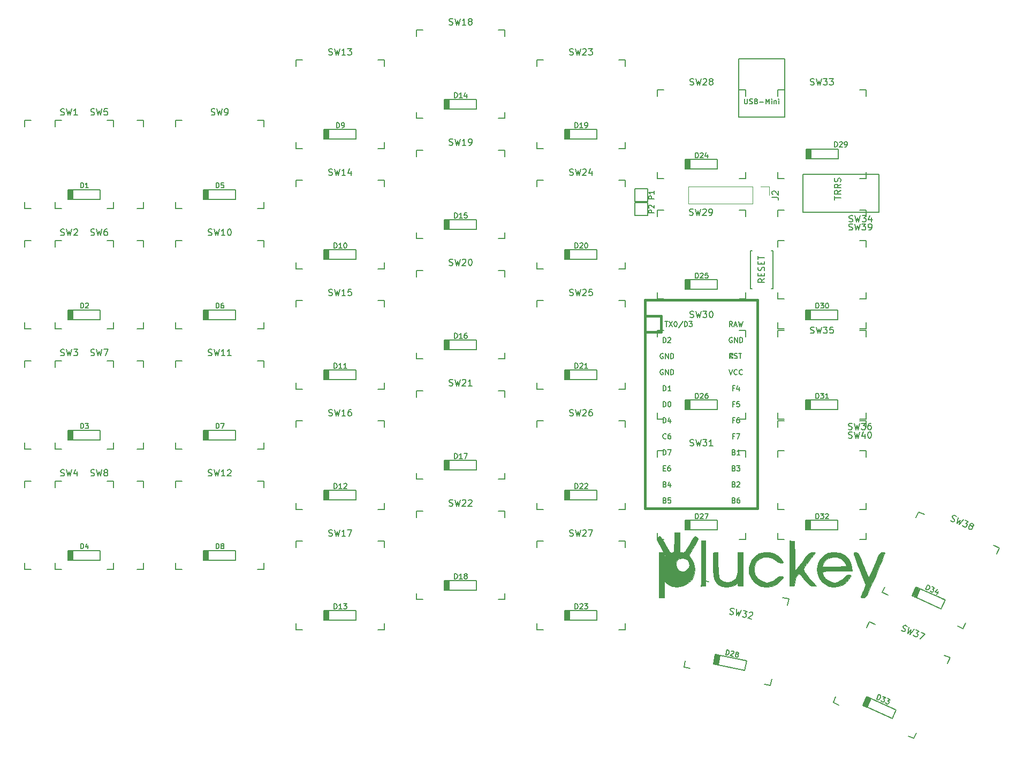
<source format=gbr>
%TF.GenerationSoftware,KiCad,Pcbnew,5.1.9*%
%TF.CreationDate,2021-05-01T14:24:38+02:00*%
%TF.ProjectId,pcb,7063622e-6b69-4636-9164-5f7063625858,rev?*%
%TF.SameCoordinates,Original*%
%TF.FileFunction,Legend,Top*%
%TF.FilePolarity,Positive*%
%FSLAX46Y46*%
G04 Gerber Fmt 4.6, Leading zero omitted, Abs format (unit mm)*
G04 Created by KiCad (PCBNEW 5.1.9) date 2021-05-01 14:24:38*
%MOMM*%
%LPD*%
G01*
G04 APERTURE LIST*
%ADD10C,0.150000*%
%ADD11C,0.010000*%
%ADD12C,0.120000*%
%ADD13C,0.381000*%
%ADD14C,0.200000*%
G04 APERTURE END LIST*
D10*
%TO.C,D34*%
X176667608Y-152325091D02*
X172030410Y-150250772D01*
X172030410Y-150250772D02*
X171408114Y-151641931D01*
X171408114Y-151641931D02*
X176045312Y-153716250D01*
X176045312Y-153716250D02*
X176667608Y-152325091D01*
X176667608Y-152325091D02*
X176203888Y-152117659D01*
X172378200Y-150406346D02*
X171755904Y-151797505D01*
X171639974Y-151745647D02*
X172262270Y-150354488D01*
X172146340Y-150302630D02*
X171524044Y-151693789D01*
X171871834Y-151849363D02*
X172494130Y-150458204D01*
X172610060Y-150510062D02*
X171987764Y-151901221D01*
X172725990Y-150561920D02*
X172103694Y-151953079D01*
%TO.C,D33*%
X168888913Y-169714582D02*
X164251715Y-167640263D01*
X164251715Y-167640263D02*
X163629419Y-169031422D01*
X163629419Y-169031422D02*
X168266617Y-171105741D01*
X168266617Y-171105741D02*
X168888913Y-169714582D01*
X168888913Y-169714582D02*
X168425193Y-169507150D01*
X164599505Y-167795837D02*
X163977209Y-169186996D01*
X163861279Y-169135138D02*
X164483575Y-167743979D01*
X164367645Y-167692121D02*
X163745349Y-169083280D01*
X164093139Y-169238854D02*
X164715435Y-167847695D01*
X164831365Y-167899553D02*
X164209069Y-169290712D01*
X164947295Y-167951411D02*
X164324999Y-169342570D01*
%TO.C,D32*%
X159702500Y-139731750D02*
X154622500Y-139731750D01*
X154622500Y-139731750D02*
X154622500Y-141255750D01*
X154622500Y-141255750D02*
X159702500Y-141255750D01*
X159702500Y-141255750D02*
X159702500Y-139731750D01*
X159702500Y-139731750D02*
X159194500Y-139731750D01*
X155003500Y-139731750D02*
X155003500Y-141255750D01*
X154876500Y-141255750D02*
X154876500Y-139731750D01*
X154749500Y-139731750D02*
X154749500Y-141255750D01*
X155130500Y-141255750D02*
X155130500Y-139731750D01*
X155257500Y-139731750D02*
X155257500Y-141255750D01*
X155384500Y-139731750D02*
X155384500Y-141255750D01*
%TO.C,D31*%
X159702500Y-120681750D02*
X154622500Y-120681750D01*
X154622500Y-120681750D02*
X154622500Y-122205750D01*
X154622500Y-122205750D02*
X159702500Y-122205750D01*
X159702500Y-122205750D02*
X159702500Y-120681750D01*
X159702500Y-120681750D02*
X159194500Y-120681750D01*
X155003500Y-120681750D02*
X155003500Y-122205750D01*
X154876500Y-122205750D02*
X154876500Y-120681750D01*
X154749500Y-120681750D02*
X154749500Y-122205750D01*
X155130500Y-122205750D02*
X155130500Y-120681750D01*
X155257500Y-120681750D02*
X155257500Y-122205750D01*
X155384500Y-120681750D02*
X155384500Y-122205750D01*
%TO.C,D30*%
X159702500Y-106394250D02*
X154622500Y-106394250D01*
X154622500Y-106394250D02*
X154622500Y-107918250D01*
X154622500Y-107918250D02*
X159702500Y-107918250D01*
X159702500Y-107918250D02*
X159702500Y-106394250D01*
X159702500Y-106394250D02*
X159194500Y-106394250D01*
X155003500Y-106394250D02*
X155003500Y-107918250D01*
X154876500Y-107918250D02*
X154876500Y-106394250D01*
X154749500Y-106394250D02*
X154749500Y-107918250D01*
X155130500Y-107918250D02*
X155130500Y-106394250D01*
X155257500Y-106394250D02*
X155257500Y-107918250D01*
X155384500Y-106394250D02*
X155384500Y-107918250D01*
%TO.C,D29*%
X159790000Y-80938000D02*
X154710000Y-80938000D01*
X154710000Y-80938000D02*
X154710000Y-82462000D01*
X154710000Y-82462000D02*
X159790000Y-82462000D01*
X159790000Y-82462000D02*
X159790000Y-80938000D01*
X159790000Y-80938000D02*
X159282000Y-80938000D01*
X155091000Y-80938000D02*
X155091000Y-82462000D01*
X154964000Y-82462000D02*
X154964000Y-80938000D01*
X154837000Y-80938000D02*
X154837000Y-82462000D01*
X155218000Y-82462000D02*
X155218000Y-80938000D01*
X155345000Y-80938000D02*
X155345000Y-82462000D01*
X155472000Y-80938000D02*
X155472000Y-82462000D01*
%TO.C,D28*%
X145292915Y-161996985D02*
X140323925Y-160940794D01*
X140323925Y-160940794D02*
X140007067Y-162431491D01*
X140007067Y-162431491D02*
X144976057Y-163487682D01*
X144976057Y-163487682D02*
X145292915Y-161996985D01*
X145292915Y-161996985D02*
X144796016Y-161891366D01*
X140696599Y-161020008D02*
X140379742Y-162510705D01*
X140255517Y-162484300D02*
X140572374Y-160993603D01*
X140448150Y-160967199D02*
X140131292Y-162457896D01*
X140503966Y-162537110D02*
X140820824Y-161046413D01*
X140945049Y-161072818D02*
X140628191Y-162563515D01*
X141069273Y-161099223D02*
X140752416Y-162589919D01*
%TO.C,D27*%
X140652500Y-139731750D02*
X135572500Y-139731750D01*
X135572500Y-139731750D02*
X135572500Y-141255750D01*
X135572500Y-141255750D02*
X140652500Y-141255750D01*
X140652500Y-141255750D02*
X140652500Y-139731750D01*
X140652500Y-139731750D02*
X140144500Y-139731750D01*
X135953500Y-139731750D02*
X135953500Y-141255750D01*
X135826500Y-141255750D02*
X135826500Y-139731750D01*
X135699500Y-139731750D02*
X135699500Y-141255750D01*
X136080500Y-141255750D02*
X136080500Y-139731750D01*
X136207500Y-139731750D02*
X136207500Y-141255750D01*
X136334500Y-139731750D02*
X136334500Y-141255750D01*
%TO.C,D26*%
X140652500Y-120681750D02*
X135572500Y-120681750D01*
X135572500Y-120681750D02*
X135572500Y-122205750D01*
X135572500Y-122205750D02*
X140652500Y-122205750D01*
X140652500Y-122205750D02*
X140652500Y-120681750D01*
X140652500Y-120681750D02*
X140144500Y-120681750D01*
X135953500Y-120681750D02*
X135953500Y-122205750D01*
X135826500Y-122205750D02*
X135826500Y-120681750D01*
X135699500Y-120681750D02*
X135699500Y-122205750D01*
X136080500Y-122205750D02*
X136080500Y-120681750D01*
X136207500Y-120681750D02*
X136207500Y-122205750D01*
X136334500Y-120681750D02*
X136334500Y-122205750D01*
%TO.C,D25*%
X140652500Y-101631750D02*
X135572500Y-101631750D01*
X135572500Y-101631750D02*
X135572500Y-103155750D01*
X135572500Y-103155750D02*
X140652500Y-103155750D01*
X140652500Y-103155750D02*
X140652500Y-101631750D01*
X140652500Y-101631750D02*
X140144500Y-101631750D01*
X135953500Y-101631750D02*
X135953500Y-103155750D01*
X135826500Y-103155750D02*
X135826500Y-101631750D01*
X135699500Y-101631750D02*
X135699500Y-103155750D01*
X136080500Y-103155750D02*
X136080500Y-101631750D01*
X136207500Y-101631750D02*
X136207500Y-103155750D01*
X136334500Y-101631750D02*
X136334500Y-103155750D01*
%TO.C,D24*%
X140652500Y-82581750D02*
X135572500Y-82581750D01*
X135572500Y-82581750D02*
X135572500Y-84105750D01*
X135572500Y-84105750D02*
X140652500Y-84105750D01*
X140652500Y-84105750D02*
X140652500Y-82581750D01*
X140652500Y-82581750D02*
X140144500Y-82581750D01*
X135953500Y-82581750D02*
X135953500Y-84105750D01*
X135826500Y-84105750D02*
X135826500Y-82581750D01*
X135699500Y-82581750D02*
X135699500Y-84105750D01*
X136080500Y-84105750D02*
X136080500Y-82581750D01*
X136207500Y-82581750D02*
X136207500Y-84105750D01*
X136334500Y-82581750D02*
X136334500Y-84105750D01*
%TO.C,D23*%
X121602500Y-154019250D02*
X116522500Y-154019250D01*
X116522500Y-154019250D02*
X116522500Y-155543250D01*
X116522500Y-155543250D02*
X121602500Y-155543250D01*
X121602500Y-155543250D02*
X121602500Y-154019250D01*
X121602500Y-154019250D02*
X121094500Y-154019250D01*
X116903500Y-154019250D02*
X116903500Y-155543250D01*
X116776500Y-155543250D02*
X116776500Y-154019250D01*
X116649500Y-154019250D02*
X116649500Y-155543250D01*
X117030500Y-155543250D02*
X117030500Y-154019250D01*
X117157500Y-154019250D02*
X117157500Y-155543250D01*
X117284500Y-154019250D02*
X117284500Y-155543250D01*
%TO.C,D22*%
X121602500Y-134969250D02*
X116522500Y-134969250D01*
X116522500Y-134969250D02*
X116522500Y-136493250D01*
X116522500Y-136493250D02*
X121602500Y-136493250D01*
X121602500Y-136493250D02*
X121602500Y-134969250D01*
X121602500Y-134969250D02*
X121094500Y-134969250D01*
X116903500Y-134969250D02*
X116903500Y-136493250D01*
X116776500Y-136493250D02*
X116776500Y-134969250D01*
X116649500Y-134969250D02*
X116649500Y-136493250D01*
X117030500Y-136493250D02*
X117030500Y-134969250D01*
X117157500Y-134969250D02*
X117157500Y-136493250D01*
X117284500Y-134969250D02*
X117284500Y-136493250D01*
%TO.C,D21*%
X121602500Y-115919250D02*
X116522500Y-115919250D01*
X116522500Y-115919250D02*
X116522500Y-117443250D01*
X116522500Y-117443250D02*
X121602500Y-117443250D01*
X121602500Y-117443250D02*
X121602500Y-115919250D01*
X121602500Y-115919250D02*
X121094500Y-115919250D01*
X116903500Y-115919250D02*
X116903500Y-117443250D01*
X116776500Y-117443250D02*
X116776500Y-115919250D01*
X116649500Y-115919250D02*
X116649500Y-117443250D01*
X117030500Y-117443250D02*
X117030500Y-115919250D01*
X117157500Y-115919250D02*
X117157500Y-117443250D01*
X117284500Y-115919250D02*
X117284500Y-117443250D01*
%TO.C,D20*%
X121602500Y-96869250D02*
X116522500Y-96869250D01*
X116522500Y-96869250D02*
X116522500Y-98393250D01*
X116522500Y-98393250D02*
X121602500Y-98393250D01*
X121602500Y-98393250D02*
X121602500Y-96869250D01*
X121602500Y-96869250D02*
X121094500Y-96869250D01*
X116903500Y-96869250D02*
X116903500Y-98393250D01*
X116776500Y-98393250D02*
X116776500Y-96869250D01*
X116649500Y-96869250D02*
X116649500Y-98393250D01*
X117030500Y-98393250D02*
X117030500Y-96869250D01*
X117157500Y-96869250D02*
X117157500Y-98393250D01*
X117284500Y-96869250D02*
X117284500Y-98393250D01*
%TO.C,D19*%
X121602500Y-77819250D02*
X116522500Y-77819250D01*
X116522500Y-77819250D02*
X116522500Y-79343250D01*
X116522500Y-79343250D02*
X121602500Y-79343250D01*
X121602500Y-79343250D02*
X121602500Y-77819250D01*
X121602500Y-77819250D02*
X121094500Y-77819250D01*
X116903500Y-77819250D02*
X116903500Y-79343250D01*
X116776500Y-79343250D02*
X116776500Y-77819250D01*
X116649500Y-77819250D02*
X116649500Y-79343250D01*
X117030500Y-79343250D02*
X117030500Y-77819250D01*
X117157500Y-77819250D02*
X117157500Y-79343250D01*
X117284500Y-77819250D02*
X117284500Y-79343250D01*
%TO.C,D18*%
X102552500Y-149256750D02*
X97472500Y-149256750D01*
X97472500Y-149256750D02*
X97472500Y-150780750D01*
X97472500Y-150780750D02*
X102552500Y-150780750D01*
X102552500Y-150780750D02*
X102552500Y-149256750D01*
X102552500Y-149256750D02*
X102044500Y-149256750D01*
X97853500Y-149256750D02*
X97853500Y-150780750D01*
X97726500Y-150780750D02*
X97726500Y-149256750D01*
X97599500Y-149256750D02*
X97599500Y-150780750D01*
X97980500Y-150780750D02*
X97980500Y-149256750D01*
X98107500Y-149256750D02*
X98107500Y-150780750D01*
X98234500Y-149256750D02*
X98234500Y-150780750D01*
%TO.C,D17*%
X102552500Y-130206750D02*
X97472500Y-130206750D01*
X97472500Y-130206750D02*
X97472500Y-131730750D01*
X97472500Y-131730750D02*
X102552500Y-131730750D01*
X102552500Y-131730750D02*
X102552500Y-130206750D01*
X102552500Y-130206750D02*
X102044500Y-130206750D01*
X97853500Y-130206750D02*
X97853500Y-131730750D01*
X97726500Y-131730750D02*
X97726500Y-130206750D01*
X97599500Y-130206750D02*
X97599500Y-131730750D01*
X97980500Y-131730750D02*
X97980500Y-130206750D01*
X98107500Y-130206750D02*
X98107500Y-131730750D01*
X98234500Y-130206750D02*
X98234500Y-131730750D01*
%TO.C,D16*%
X102552500Y-111156750D02*
X97472500Y-111156750D01*
X97472500Y-111156750D02*
X97472500Y-112680750D01*
X97472500Y-112680750D02*
X102552500Y-112680750D01*
X102552500Y-112680750D02*
X102552500Y-111156750D01*
X102552500Y-111156750D02*
X102044500Y-111156750D01*
X97853500Y-111156750D02*
X97853500Y-112680750D01*
X97726500Y-112680750D02*
X97726500Y-111156750D01*
X97599500Y-111156750D02*
X97599500Y-112680750D01*
X97980500Y-112680750D02*
X97980500Y-111156750D01*
X98107500Y-111156750D02*
X98107500Y-112680750D01*
X98234500Y-111156750D02*
X98234500Y-112680750D01*
%TO.C,D15*%
X102552500Y-92106750D02*
X97472500Y-92106750D01*
X97472500Y-92106750D02*
X97472500Y-93630750D01*
X97472500Y-93630750D02*
X102552500Y-93630750D01*
X102552500Y-93630750D02*
X102552500Y-92106750D01*
X102552500Y-92106750D02*
X102044500Y-92106750D01*
X97853500Y-92106750D02*
X97853500Y-93630750D01*
X97726500Y-93630750D02*
X97726500Y-92106750D01*
X97599500Y-92106750D02*
X97599500Y-93630750D01*
X97980500Y-93630750D02*
X97980500Y-92106750D01*
X98107500Y-92106750D02*
X98107500Y-93630750D01*
X98234500Y-92106750D02*
X98234500Y-93630750D01*
%TO.C,D14*%
X102552500Y-73056750D02*
X97472500Y-73056750D01*
X97472500Y-73056750D02*
X97472500Y-74580750D01*
X97472500Y-74580750D02*
X102552500Y-74580750D01*
X102552500Y-74580750D02*
X102552500Y-73056750D01*
X102552500Y-73056750D02*
X102044500Y-73056750D01*
X97853500Y-73056750D02*
X97853500Y-74580750D01*
X97726500Y-74580750D02*
X97726500Y-73056750D01*
X97599500Y-73056750D02*
X97599500Y-74580750D01*
X97980500Y-74580750D02*
X97980500Y-73056750D01*
X98107500Y-73056750D02*
X98107500Y-74580750D01*
X98234500Y-73056750D02*
X98234500Y-74580750D01*
%TO.C,D13*%
X83502500Y-154019250D02*
X78422500Y-154019250D01*
X78422500Y-154019250D02*
X78422500Y-155543250D01*
X78422500Y-155543250D02*
X83502500Y-155543250D01*
X83502500Y-155543250D02*
X83502500Y-154019250D01*
X83502500Y-154019250D02*
X82994500Y-154019250D01*
X78803500Y-154019250D02*
X78803500Y-155543250D01*
X78676500Y-155543250D02*
X78676500Y-154019250D01*
X78549500Y-154019250D02*
X78549500Y-155543250D01*
X78930500Y-155543250D02*
X78930500Y-154019250D01*
X79057500Y-154019250D02*
X79057500Y-155543250D01*
X79184500Y-154019250D02*
X79184500Y-155543250D01*
%TO.C,D12*%
X83502500Y-134969250D02*
X78422500Y-134969250D01*
X78422500Y-134969250D02*
X78422500Y-136493250D01*
X78422500Y-136493250D02*
X83502500Y-136493250D01*
X83502500Y-136493250D02*
X83502500Y-134969250D01*
X83502500Y-134969250D02*
X82994500Y-134969250D01*
X78803500Y-134969250D02*
X78803500Y-136493250D01*
X78676500Y-136493250D02*
X78676500Y-134969250D01*
X78549500Y-134969250D02*
X78549500Y-136493250D01*
X78930500Y-136493250D02*
X78930500Y-134969250D01*
X79057500Y-134969250D02*
X79057500Y-136493250D01*
X79184500Y-134969250D02*
X79184500Y-136493250D01*
%TO.C,D11*%
X83502500Y-115919250D02*
X78422500Y-115919250D01*
X78422500Y-115919250D02*
X78422500Y-117443250D01*
X78422500Y-117443250D02*
X83502500Y-117443250D01*
X83502500Y-117443250D02*
X83502500Y-115919250D01*
X83502500Y-115919250D02*
X82994500Y-115919250D01*
X78803500Y-115919250D02*
X78803500Y-117443250D01*
X78676500Y-117443250D02*
X78676500Y-115919250D01*
X78549500Y-115919250D02*
X78549500Y-117443250D01*
X78930500Y-117443250D02*
X78930500Y-115919250D01*
X79057500Y-115919250D02*
X79057500Y-117443250D01*
X79184500Y-115919250D02*
X79184500Y-117443250D01*
%TO.C,D10*%
X83502500Y-96869250D02*
X78422500Y-96869250D01*
X78422500Y-96869250D02*
X78422500Y-98393250D01*
X78422500Y-98393250D02*
X83502500Y-98393250D01*
X83502500Y-98393250D02*
X83502500Y-96869250D01*
X83502500Y-96869250D02*
X82994500Y-96869250D01*
X78803500Y-96869250D02*
X78803500Y-98393250D01*
X78676500Y-98393250D02*
X78676500Y-96869250D01*
X78549500Y-96869250D02*
X78549500Y-98393250D01*
X78930500Y-98393250D02*
X78930500Y-96869250D01*
X79057500Y-96869250D02*
X79057500Y-98393250D01*
X79184500Y-96869250D02*
X79184500Y-98393250D01*
%TO.C,D9*%
X83502500Y-77819250D02*
X78422500Y-77819250D01*
X78422500Y-77819250D02*
X78422500Y-79343250D01*
X78422500Y-79343250D02*
X83502500Y-79343250D01*
X83502500Y-79343250D02*
X83502500Y-77819250D01*
X83502500Y-77819250D02*
X82994500Y-77819250D01*
X78803500Y-77819250D02*
X78803500Y-79343250D01*
X78676500Y-79343250D02*
X78676500Y-77819250D01*
X78549500Y-77819250D02*
X78549500Y-79343250D01*
X78930500Y-79343250D02*
X78930500Y-77819250D01*
X79057500Y-77819250D02*
X79057500Y-79343250D01*
X79184500Y-77819250D02*
X79184500Y-79343250D01*
%TO.C,D8*%
X64452500Y-144494250D02*
X59372500Y-144494250D01*
X59372500Y-144494250D02*
X59372500Y-146018250D01*
X59372500Y-146018250D02*
X64452500Y-146018250D01*
X64452500Y-146018250D02*
X64452500Y-144494250D01*
X64452500Y-144494250D02*
X63944500Y-144494250D01*
X59753500Y-144494250D02*
X59753500Y-146018250D01*
X59626500Y-146018250D02*
X59626500Y-144494250D01*
X59499500Y-144494250D02*
X59499500Y-146018250D01*
X59880500Y-146018250D02*
X59880500Y-144494250D01*
X60007500Y-144494250D02*
X60007500Y-146018250D01*
X60134500Y-144494250D02*
X60134500Y-146018250D01*
%TO.C,D7*%
X64452500Y-125444250D02*
X59372500Y-125444250D01*
X59372500Y-125444250D02*
X59372500Y-126968250D01*
X59372500Y-126968250D02*
X64452500Y-126968250D01*
X64452500Y-126968250D02*
X64452500Y-125444250D01*
X64452500Y-125444250D02*
X63944500Y-125444250D01*
X59753500Y-125444250D02*
X59753500Y-126968250D01*
X59626500Y-126968250D02*
X59626500Y-125444250D01*
X59499500Y-125444250D02*
X59499500Y-126968250D01*
X59880500Y-126968250D02*
X59880500Y-125444250D01*
X60007500Y-125444250D02*
X60007500Y-126968250D01*
X60134500Y-125444250D02*
X60134500Y-126968250D01*
%TO.C,D6*%
X64452500Y-106394250D02*
X59372500Y-106394250D01*
X59372500Y-106394250D02*
X59372500Y-107918250D01*
X59372500Y-107918250D02*
X64452500Y-107918250D01*
X64452500Y-107918250D02*
X64452500Y-106394250D01*
X64452500Y-106394250D02*
X63944500Y-106394250D01*
X59753500Y-106394250D02*
X59753500Y-107918250D01*
X59626500Y-107918250D02*
X59626500Y-106394250D01*
X59499500Y-106394250D02*
X59499500Y-107918250D01*
X59880500Y-107918250D02*
X59880500Y-106394250D01*
X60007500Y-106394250D02*
X60007500Y-107918250D01*
X60134500Y-106394250D02*
X60134500Y-107918250D01*
%TO.C,D5*%
X64452500Y-87344250D02*
X59372500Y-87344250D01*
X59372500Y-87344250D02*
X59372500Y-88868250D01*
X59372500Y-88868250D02*
X64452500Y-88868250D01*
X64452500Y-88868250D02*
X64452500Y-87344250D01*
X64452500Y-87344250D02*
X63944500Y-87344250D01*
X59753500Y-87344250D02*
X59753500Y-88868250D01*
X59626500Y-88868250D02*
X59626500Y-87344250D01*
X59499500Y-87344250D02*
X59499500Y-88868250D01*
X59880500Y-88868250D02*
X59880500Y-87344250D01*
X60007500Y-87344250D02*
X60007500Y-88868250D01*
X60134500Y-87344250D02*
X60134500Y-88868250D01*
%TO.C,D4*%
X43021250Y-144494250D02*
X37941250Y-144494250D01*
X37941250Y-144494250D02*
X37941250Y-146018250D01*
X37941250Y-146018250D02*
X43021250Y-146018250D01*
X43021250Y-146018250D02*
X43021250Y-144494250D01*
X43021250Y-144494250D02*
X42513250Y-144494250D01*
X38322250Y-144494250D02*
X38322250Y-146018250D01*
X38195250Y-146018250D02*
X38195250Y-144494250D01*
X38068250Y-144494250D02*
X38068250Y-146018250D01*
X38449250Y-146018250D02*
X38449250Y-144494250D01*
X38576250Y-144494250D02*
X38576250Y-146018250D01*
X38703250Y-144494250D02*
X38703250Y-146018250D01*
%TO.C,D3*%
X43021250Y-125444250D02*
X37941250Y-125444250D01*
X37941250Y-125444250D02*
X37941250Y-126968250D01*
X37941250Y-126968250D02*
X43021250Y-126968250D01*
X43021250Y-126968250D02*
X43021250Y-125444250D01*
X43021250Y-125444250D02*
X42513250Y-125444250D01*
X38322250Y-125444250D02*
X38322250Y-126968250D01*
X38195250Y-126968250D02*
X38195250Y-125444250D01*
X38068250Y-125444250D02*
X38068250Y-126968250D01*
X38449250Y-126968250D02*
X38449250Y-125444250D01*
X38576250Y-125444250D02*
X38576250Y-126968250D01*
X38703250Y-125444250D02*
X38703250Y-126968250D01*
%TO.C,D2*%
X43021250Y-106394250D02*
X37941250Y-106394250D01*
X37941250Y-106394250D02*
X37941250Y-107918250D01*
X37941250Y-107918250D02*
X43021250Y-107918250D01*
X43021250Y-107918250D02*
X43021250Y-106394250D01*
X43021250Y-106394250D02*
X42513250Y-106394250D01*
X38322250Y-106394250D02*
X38322250Y-107918250D01*
X38195250Y-107918250D02*
X38195250Y-106394250D01*
X38068250Y-106394250D02*
X38068250Y-107918250D01*
X38449250Y-107918250D02*
X38449250Y-106394250D01*
X38576250Y-106394250D02*
X38576250Y-107918250D01*
X38703250Y-106394250D02*
X38703250Y-107918250D01*
%TO.C,D1*%
X43021250Y-87344250D02*
X37941250Y-87344250D01*
X37941250Y-87344250D02*
X37941250Y-88868250D01*
X37941250Y-88868250D02*
X43021250Y-88868250D01*
X43021250Y-88868250D02*
X43021250Y-87344250D01*
X43021250Y-87344250D02*
X42513250Y-87344250D01*
X38322250Y-87344250D02*
X38322250Y-88868250D01*
X38195250Y-88868250D02*
X38195250Y-87344250D01*
X38068250Y-87344250D02*
X38068250Y-88868250D01*
X38449250Y-88868250D02*
X38449250Y-87344250D01*
X38576250Y-87344250D02*
X38576250Y-88868250D01*
X38703250Y-87344250D02*
X38703250Y-88868250D01*
D11*
%TO.C,G\u002A\u002A\u002A*%
G36*
X134656666Y-144741543D02*
G01*
X135018887Y-144810786D01*
X135171619Y-144832867D01*
X135302362Y-144809781D01*
X135440098Y-144706975D01*
X135613809Y-144489894D01*
X135852480Y-144123983D01*
X136185093Y-143574689D01*
X136499260Y-143045833D01*
X136753542Y-142635881D01*
X136955856Y-142344166D01*
X137061553Y-142234444D01*
X137226936Y-142308452D01*
X137402643Y-142424500D01*
X137508473Y-142522836D01*
X137540710Y-142649788D01*
X137482703Y-142853970D01*
X137317798Y-143183996D01*
X137029344Y-143688480D01*
X136886268Y-143931975D01*
X136109976Y-145249393D01*
X136527672Y-145841984D01*
X136903437Y-146587911D01*
X137054978Y-147394753D01*
X136983610Y-148194437D01*
X136690648Y-148918891D01*
X136462233Y-149230774D01*
X135815399Y-149791653D01*
X135075162Y-150145248D01*
X134297194Y-150285137D01*
X133537167Y-150204894D01*
X132850751Y-149898095D01*
X132575278Y-149679335D01*
X132257778Y-149381915D01*
X132257778Y-151971111D01*
X131411111Y-151971111D01*
X131411111Y-146828294D01*
X134098099Y-146828294D01*
X134234869Y-147290545D01*
X134533895Y-147644654D01*
X134701169Y-147736792D01*
X135022710Y-147846623D01*
X135265782Y-147837580D01*
X135582376Y-147699183D01*
X135634352Y-147672441D01*
X136039274Y-147327227D01*
X136213479Y-146870526D01*
X136144112Y-146370251D01*
X135944847Y-146031855D01*
X135575989Y-145778224D01*
X135097177Y-145703325D01*
X134620567Y-145811773D01*
X134381463Y-145967537D01*
X134141118Y-146354944D01*
X134098099Y-146828294D01*
X131411111Y-146828294D01*
X131411111Y-145256574D01*
X132268918Y-145256574D01*
X132294862Y-145439597D01*
X132343032Y-145441782D01*
X132376718Y-145252920D01*
X132354172Y-145171319D01*
X132291515Y-145117869D01*
X132268918Y-145256574D01*
X131411111Y-145256574D01*
X131411111Y-144774444D01*
X131775648Y-144774444D01*
X132028503Y-144740132D01*
X132093148Y-144668611D01*
X132005365Y-144503239D01*
X131814845Y-144159783D01*
X131558826Y-143705220D01*
X131493570Y-143590198D01*
X131221980Y-143102339D01*
X131078369Y-142797648D01*
X131047727Y-142615975D01*
X131115042Y-142497173D01*
X131203041Y-142426031D01*
X131443304Y-142274855D01*
X131551551Y-142234444D01*
X131651816Y-142349568D01*
X131857047Y-142661538D01*
X132135585Y-143120255D01*
X132400981Y-143578687D01*
X132807971Y-144259073D01*
X133110629Y-144681504D01*
X133311423Y-144849258D01*
X133357386Y-144848687D01*
X133618083Y-144779828D01*
X133680430Y-144774444D01*
X133732494Y-144642848D01*
X133774571Y-144286026D01*
X133801906Y-143760924D01*
X133810000Y-143222222D01*
X133810000Y-141670000D01*
X134656666Y-141670000D01*
X134656666Y-144741543D01*
G37*
X134656666Y-144741543D02*
X135018887Y-144810786D01*
X135171619Y-144832867D01*
X135302362Y-144809781D01*
X135440098Y-144706975D01*
X135613809Y-144489894D01*
X135852480Y-144123983D01*
X136185093Y-143574689D01*
X136499260Y-143045833D01*
X136753542Y-142635881D01*
X136955856Y-142344166D01*
X137061553Y-142234444D01*
X137226936Y-142308452D01*
X137402643Y-142424500D01*
X137508473Y-142522836D01*
X137540710Y-142649788D01*
X137482703Y-142853970D01*
X137317798Y-143183996D01*
X137029344Y-143688480D01*
X136886268Y-143931975D01*
X136109976Y-145249393D01*
X136527672Y-145841984D01*
X136903437Y-146587911D01*
X137054978Y-147394753D01*
X136983610Y-148194437D01*
X136690648Y-148918891D01*
X136462233Y-149230774D01*
X135815399Y-149791653D01*
X135075162Y-150145248D01*
X134297194Y-150285137D01*
X133537167Y-150204894D01*
X132850751Y-149898095D01*
X132575278Y-149679335D01*
X132257778Y-149381915D01*
X132257778Y-151971111D01*
X131411111Y-151971111D01*
X131411111Y-146828294D01*
X134098099Y-146828294D01*
X134234869Y-147290545D01*
X134533895Y-147644654D01*
X134701169Y-147736792D01*
X135022710Y-147846623D01*
X135265782Y-147837580D01*
X135582376Y-147699183D01*
X135634352Y-147672441D01*
X136039274Y-147327227D01*
X136213479Y-146870526D01*
X136144112Y-146370251D01*
X135944847Y-146031855D01*
X135575989Y-145778224D01*
X135097177Y-145703325D01*
X134620567Y-145811773D01*
X134381463Y-145967537D01*
X134141118Y-146354944D01*
X134098099Y-146828294D01*
X131411111Y-146828294D01*
X131411111Y-145256574D01*
X132268918Y-145256574D01*
X132294862Y-145439597D01*
X132343032Y-145441782D01*
X132376718Y-145252920D01*
X132354172Y-145171319D01*
X132291515Y-145117869D01*
X132268918Y-145256574D01*
X131411111Y-145256574D01*
X131411111Y-144774444D01*
X131775648Y-144774444D01*
X132028503Y-144740132D01*
X132093148Y-144668611D01*
X132005365Y-144503239D01*
X131814845Y-144159783D01*
X131558826Y-143705220D01*
X131493570Y-143590198D01*
X131221980Y-143102339D01*
X131078369Y-142797648D01*
X131047727Y-142615975D01*
X131115042Y-142497173D01*
X131203041Y-142426031D01*
X131443304Y-142274855D01*
X131551551Y-142234444D01*
X131651816Y-142349568D01*
X131857047Y-142661538D01*
X132135585Y-143120255D01*
X132400981Y-143578687D01*
X132807971Y-144259073D01*
X133110629Y-144681504D01*
X133311423Y-144849258D01*
X133357386Y-144848687D01*
X133618083Y-144779828D01*
X133680430Y-144774444D01*
X133732494Y-144642848D01*
X133774571Y-144286026D01*
X133801906Y-143760924D01*
X133810000Y-143222222D01*
X133810000Y-141670000D01*
X134656666Y-141670000D01*
X134656666Y-144741543D01*
G36*
X167000875Y-144814005D02*
G01*
X167112222Y-144903158D01*
X167058727Y-145062464D01*
X166907977Y-145445486D01*
X166674577Y-146016834D01*
X166373132Y-146741114D01*
X166018244Y-147582936D01*
X165641945Y-148466214D01*
X165199126Y-149498377D01*
X164850620Y-150300363D01*
X164580259Y-150901691D01*
X164371876Y-151331883D01*
X164209305Y-151620461D01*
X164076378Y-151796945D01*
X163956928Y-151890856D01*
X163834789Y-151931716D01*
X163736945Y-151944773D01*
X163435581Y-151957015D01*
X163302550Y-151925981D01*
X163302222Y-151923460D01*
X163353660Y-151771013D01*
X163489334Y-151429668D01*
X163681285Y-150969493D01*
X163707008Y-150909065D01*
X164111794Y-149960202D01*
X163142563Y-147550555D01*
X162833948Y-146773223D01*
X162565916Y-146078876D01*
X162355284Y-145512664D01*
X162218869Y-145119736D01*
X162173333Y-144948303D01*
X162293994Y-144808287D01*
X162561389Y-144800349D01*
X162719741Y-144836382D01*
X162858089Y-144930844D01*
X162999852Y-145124082D01*
X163168449Y-145456447D01*
X163387298Y-145968287D01*
X163679817Y-146699953D01*
X163713438Y-146785277D01*
X163987835Y-147466437D01*
X164231908Y-148043039D01*
X164425258Y-148469097D01*
X164547486Y-148698627D01*
X164574146Y-148725555D01*
X164659066Y-148602315D01*
X164829176Y-148262614D01*
X165063499Y-147751484D01*
X165341057Y-147113958D01*
X165494443Y-146750000D01*
X165812874Y-145992775D01*
X166049094Y-145458395D01*
X166226998Y-145108190D01*
X166370480Y-144903487D01*
X166503435Y-144805617D01*
X166649758Y-144775907D01*
X166715124Y-144774444D01*
X167000875Y-144814005D01*
G37*
X167000875Y-144814005D02*
X167112222Y-144903158D01*
X167058727Y-145062464D01*
X166907977Y-145445486D01*
X166674577Y-146016834D01*
X166373132Y-146741114D01*
X166018244Y-147582936D01*
X165641945Y-148466214D01*
X165199126Y-149498377D01*
X164850620Y-150300363D01*
X164580259Y-150901691D01*
X164371876Y-151331883D01*
X164209305Y-151620461D01*
X164076378Y-151796945D01*
X163956928Y-151890856D01*
X163834789Y-151931716D01*
X163736945Y-151944773D01*
X163435581Y-151957015D01*
X163302550Y-151925981D01*
X163302222Y-151923460D01*
X163353660Y-151771013D01*
X163489334Y-151429668D01*
X163681285Y-150969493D01*
X163707008Y-150909065D01*
X164111794Y-149960202D01*
X163142563Y-147550555D01*
X162833948Y-146773223D01*
X162565916Y-146078876D01*
X162355284Y-145512664D01*
X162218869Y-145119736D01*
X162173333Y-144948303D01*
X162293994Y-144808287D01*
X162561389Y-144800349D01*
X162719741Y-144836382D01*
X162858089Y-144930844D01*
X162999852Y-145124082D01*
X163168449Y-145456447D01*
X163387298Y-145968287D01*
X163679817Y-146699953D01*
X163713438Y-146785277D01*
X163987835Y-147466437D01*
X164231908Y-148043039D01*
X164425258Y-148469097D01*
X164547486Y-148698627D01*
X164574146Y-148725555D01*
X164659066Y-148602315D01*
X164829176Y-148262614D01*
X165063499Y-147751484D01*
X165341057Y-147113958D01*
X165494443Y-146750000D01*
X165812874Y-145992775D01*
X166049094Y-145458395D01*
X166226998Y-145108190D01*
X166370480Y-144903487D01*
X166503435Y-144805617D01*
X166649758Y-144775907D01*
X166715124Y-144774444D01*
X167000875Y-144814005D01*
G36*
X140746008Y-146730792D02*
G01*
X140768437Y-147519600D01*
X140795763Y-148078407D01*
X140836685Y-148459406D01*
X140899902Y-148714791D01*
X140994115Y-148896757D01*
X141128022Y-149057499D01*
X141135068Y-149065014D01*
X141638663Y-149415695D01*
X142218956Y-149536387D01*
X142800899Y-149435054D01*
X143309443Y-149119662D01*
X143562828Y-148807356D01*
X143676740Y-148577692D01*
X143753437Y-148292578D01*
X143799733Y-147894713D01*
X143822438Y-147326796D01*
X143828361Y-146573611D01*
X143828889Y-144774444D01*
X144675555Y-144774444D01*
X144675555Y-150136666D01*
X144252222Y-150136666D01*
X143946429Y-150095771D01*
X143835019Y-149932777D01*
X143826728Y-149819166D01*
X143789654Y-149629962D01*
X143720894Y-149650957D01*
X143316956Y-150004282D01*
X142743777Y-150214233D01*
X142080861Y-150270771D01*
X141407706Y-150163854D01*
X140990526Y-149995766D01*
X140612403Y-149749108D01*
X140334832Y-149437700D01*
X140143769Y-149017771D01*
X140025173Y-148445552D01*
X139964999Y-147677272D01*
X139949160Y-146750000D01*
X139948333Y-144845000D01*
X140322674Y-144801672D01*
X140697016Y-144758345D01*
X140746008Y-146730792D01*
G37*
X140746008Y-146730792D02*
X140768437Y-147519600D01*
X140795763Y-148078407D01*
X140836685Y-148459406D01*
X140899902Y-148714791D01*
X140994115Y-148896757D01*
X141128022Y-149057499D01*
X141135068Y-149065014D01*
X141638663Y-149415695D01*
X142218956Y-149536387D01*
X142800899Y-149435054D01*
X143309443Y-149119662D01*
X143562828Y-148807356D01*
X143676740Y-148577692D01*
X143753437Y-148292578D01*
X143799733Y-147894713D01*
X143822438Y-147326796D01*
X143828361Y-146573611D01*
X143828889Y-144774444D01*
X144675555Y-144774444D01*
X144675555Y-150136666D01*
X144252222Y-150136666D01*
X143946429Y-150095771D01*
X143835019Y-149932777D01*
X143826728Y-149819166D01*
X143789654Y-149629962D01*
X143720894Y-149650957D01*
X143316956Y-150004282D01*
X142743777Y-150214233D01*
X142080861Y-150270771D01*
X141407706Y-150163854D01*
X140990526Y-149995766D01*
X140612403Y-149749108D01*
X140334832Y-149437700D01*
X140143769Y-149017771D01*
X140025173Y-148445552D01*
X139964999Y-147677272D01*
X139949160Y-146750000D01*
X139948333Y-144845000D01*
X140322674Y-144801672D01*
X140697016Y-144758345D01*
X140746008Y-146730792D01*
G36*
X148952881Y-144772635D02*
G01*
X149526877Y-144909941D01*
X149856018Y-145083740D01*
X150241136Y-145377295D01*
X150611402Y-145723629D01*
X150895987Y-146055768D01*
X151024062Y-146306735D01*
X151025555Y-146327073D01*
X150914292Y-146450383D01*
X150645555Y-146467075D01*
X150316919Y-146391352D01*
X150025963Y-146237419D01*
X149954148Y-146171108D01*
X149360748Y-145707723D01*
X148672885Y-145501043D01*
X147930012Y-145559345D01*
X147587493Y-145674566D01*
X147011314Y-146048589D01*
X146630043Y-146569124D01*
X146444272Y-147178015D01*
X146454592Y-147817104D01*
X146661595Y-148428231D01*
X147065873Y-148953241D01*
X147550812Y-149281518D01*
X147981400Y-149458472D01*
X148357981Y-149561511D01*
X148464084Y-149572222D01*
X148972470Y-149475020D01*
X149513648Y-149228726D01*
X149940036Y-148901307D01*
X149953815Y-148886142D01*
X150206613Y-148709238D01*
X150531910Y-148602084D01*
X150832260Y-148580265D01*
X151010216Y-148659367D01*
X151025555Y-148714728D01*
X150941686Y-148895603D01*
X150731902Y-149190446D01*
X150643338Y-149299253D01*
X150024884Y-149826640D01*
X149263493Y-150154776D01*
X148428350Y-150270563D01*
X147588644Y-150160900D01*
X147091565Y-149971714D01*
X146435192Y-149499192D01*
X145947089Y-148849173D01*
X145657743Y-148088451D01*
X145597639Y-147283815D01*
X145670338Y-146857924D01*
X146017176Y-146055734D01*
X146560950Y-145424844D01*
X147259560Y-144986520D01*
X148070904Y-144762029D01*
X148952881Y-144772635D01*
G37*
X148952881Y-144772635D02*
X149526877Y-144909941D01*
X149856018Y-145083740D01*
X150241136Y-145377295D01*
X150611402Y-145723629D01*
X150895987Y-146055768D01*
X151024062Y-146306735D01*
X151025555Y-146327073D01*
X150914292Y-146450383D01*
X150645555Y-146467075D01*
X150316919Y-146391352D01*
X150025963Y-146237419D01*
X149954148Y-146171108D01*
X149360748Y-145707723D01*
X148672885Y-145501043D01*
X147930012Y-145559345D01*
X147587493Y-145674566D01*
X147011314Y-146048589D01*
X146630043Y-146569124D01*
X146444272Y-147178015D01*
X146454592Y-147817104D01*
X146661595Y-148428231D01*
X147065873Y-148953241D01*
X147550812Y-149281518D01*
X147981400Y-149458472D01*
X148357981Y-149561511D01*
X148464084Y-149572222D01*
X148972470Y-149475020D01*
X149513648Y-149228726D01*
X149940036Y-148901307D01*
X149953815Y-148886142D01*
X150206613Y-148709238D01*
X150531910Y-148602084D01*
X150832260Y-148580265D01*
X151010216Y-148659367D01*
X151025555Y-148714728D01*
X150941686Y-148895603D01*
X150731902Y-149190446D01*
X150643338Y-149299253D01*
X150024884Y-149826640D01*
X149263493Y-150154776D01*
X148428350Y-150270563D01*
X147588644Y-150160900D01*
X147091565Y-149971714D01*
X146435192Y-149499192D01*
X145947089Y-148849173D01*
X145657743Y-148088451D01*
X145597639Y-147283815D01*
X145670338Y-146857924D01*
X146017176Y-146055734D01*
X146560950Y-145424844D01*
X147259560Y-144986520D01*
X148070904Y-144762029D01*
X148952881Y-144772635D01*
G36*
X160009800Y-144877976D02*
G01*
X160750023Y-145239548D01*
X161333535Y-145794789D01*
X161720929Y-146509364D01*
X161855950Y-147100195D01*
X161927815Y-147737777D01*
X159581129Y-147737777D01*
X158672903Y-147739692D01*
X158015334Y-147753997D01*
X157576856Y-147793534D01*
X157325905Y-147871143D01*
X157230915Y-147999667D01*
X157260322Y-148191947D01*
X157382561Y-148460823D01*
X157455469Y-148602540D01*
X157751842Y-148948911D01*
X158215569Y-149267517D01*
X158734166Y-149494000D01*
X159139444Y-149566024D01*
X159566512Y-149483570D01*
X160048917Y-149274601D01*
X160481857Y-148996704D01*
X160760528Y-148707467D01*
X160784724Y-148661965D01*
X161015950Y-148375198D01*
X161349317Y-148302222D01*
X161651758Y-148360234D01*
X161750000Y-148488489D01*
X161647554Y-148745188D01*
X161384092Y-149099671D01*
X161025422Y-149481796D01*
X160637356Y-149821422D01*
X160286944Y-150047821D01*
X159695916Y-150219801D01*
X159009475Y-150261426D01*
X158357786Y-150172934D01*
X158010555Y-150043696D01*
X157237814Y-149511399D01*
X156716701Y-148855110D01*
X156440009Y-148063323D01*
X156387778Y-147453080D01*
X156448914Y-147032222D01*
X157215426Y-147032222D01*
X159129935Y-147032222D01*
X159828135Y-147026851D01*
X160412334Y-147012126D01*
X160831246Y-146990122D01*
X161033584Y-146962919D01*
X161044444Y-146954659D01*
X160946581Y-146657751D01*
X160702575Y-146284981D01*
X160386803Y-145936615D01*
X160155649Y-145756509D01*
X159533162Y-145519903D01*
X158875403Y-145504891D01*
X158250172Y-145688626D01*
X157725271Y-146048261D01*
X157368497Y-146560947D01*
X157312181Y-146714722D01*
X157215426Y-147032222D01*
X156448914Y-147032222D01*
X156514064Y-146583745D01*
X156871904Y-145847463D01*
X157429769Y-145275128D01*
X158156129Y-144897630D01*
X159019456Y-144745863D01*
X159152275Y-144744412D01*
X160009800Y-144877976D01*
G37*
X160009800Y-144877976D02*
X160750023Y-145239548D01*
X161333535Y-145794789D01*
X161720929Y-146509364D01*
X161855950Y-147100195D01*
X161927815Y-147737777D01*
X159581129Y-147737777D01*
X158672903Y-147739692D01*
X158015334Y-147753997D01*
X157576856Y-147793534D01*
X157325905Y-147871143D01*
X157230915Y-147999667D01*
X157260322Y-148191947D01*
X157382561Y-148460823D01*
X157455469Y-148602540D01*
X157751842Y-148948911D01*
X158215569Y-149267517D01*
X158734166Y-149494000D01*
X159139444Y-149566024D01*
X159566512Y-149483570D01*
X160048917Y-149274601D01*
X160481857Y-148996704D01*
X160760528Y-148707467D01*
X160784724Y-148661965D01*
X161015950Y-148375198D01*
X161349317Y-148302222D01*
X161651758Y-148360234D01*
X161750000Y-148488489D01*
X161647554Y-148745188D01*
X161384092Y-149099671D01*
X161025422Y-149481796D01*
X160637356Y-149821422D01*
X160286944Y-150047821D01*
X159695916Y-150219801D01*
X159009475Y-150261426D01*
X158357786Y-150172934D01*
X158010555Y-150043696D01*
X157237814Y-149511399D01*
X156716701Y-148855110D01*
X156440009Y-148063323D01*
X156387778Y-147453080D01*
X156448914Y-147032222D01*
X157215426Y-147032222D01*
X159129935Y-147032222D01*
X159828135Y-147026851D01*
X160412334Y-147012126D01*
X160831246Y-146990122D01*
X161033584Y-146962919D01*
X161044444Y-146954659D01*
X160946581Y-146657751D01*
X160702575Y-146284981D01*
X160386803Y-145936615D01*
X160155649Y-145756509D01*
X159533162Y-145519903D01*
X158875403Y-145504891D01*
X158250172Y-145688626D01*
X157725271Y-146048261D01*
X157368497Y-146560947D01*
X157312181Y-146714722D01*
X157215426Y-147032222D01*
X156448914Y-147032222D01*
X156514064Y-146583745D01*
X156871904Y-145847463D01*
X157429769Y-145275128D01*
X158156129Y-144897630D01*
X159019456Y-144745863D01*
X159152275Y-144744412D01*
X160009800Y-144877976D01*
G36*
X138748889Y-150136666D02*
G01*
X138043333Y-150136666D01*
X138043333Y-142940000D01*
X138748889Y-142940000D01*
X138748889Y-150136666D01*
G37*
X138748889Y-150136666D02*
X138043333Y-150136666D01*
X138043333Y-142940000D01*
X138748889Y-142940000D01*
X138748889Y-150136666D01*
G36*
X152401389Y-142965904D02*
G01*
X152789444Y-143010555D01*
X152860000Y-145379716D01*
X152930555Y-147748877D01*
X154059038Y-146261660D01*
X154527087Y-145652386D01*
X154867891Y-145235684D01*
X155119817Y-144975610D01*
X155321235Y-144836217D01*
X155510516Y-144781559D01*
X155646538Y-144774444D01*
X155959066Y-144793984D01*
X156104265Y-144841572D01*
X156105555Y-144847020D01*
X156023846Y-144980425D01*
X155801841Y-145288285D01*
X155474225Y-145723624D01*
X155107754Y-146198401D01*
X154701818Y-146710540D01*
X154427355Y-147081843D01*
X154289831Y-147371159D01*
X154294709Y-147637339D01*
X154447454Y-147939232D01*
X154753531Y-148335688D01*
X155218403Y-148885556D01*
X155374496Y-149071115D01*
X156266214Y-150136666D01*
X155776514Y-150136666D01*
X155505559Y-150109786D01*
X155264322Y-149999324D01*
X154990097Y-149760543D01*
X154620178Y-149348711D01*
X154540259Y-149254722D01*
X154177835Y-148826741D01*
X153879596Y-148474867D01*
X153697664Y-148260587D01*
X153675472Y-148234564D01*
X153508913Y-148202578D01*
X153304274Y-148376595D01*
X153102043Y-148691549D01*
X152942705Y-149082376D01*
X152866747Y-149484011D01*
X152865074Y-149536944D01*
X152847392Y-149913398D01*
X152765413Y-150086417D01*
X152562941Y-150134674D01*
X152436666Y-150136666D01*
X152013333Y-150136666D01*
X152013333Y-142921254D01*
X152401389Y-142965904D01*
G37*
X152401389Y-142965904D02*
X152789444Y-143010555D01*
X152860000Y-145379716D01*
X152930555Y-147748877D01*
X154059038Y-146261660D01*
X154527087Y-145652386D01*
X154867891Y-145235684D01*
X155119817Y-144975610D01*
X155321235Y-144836217D01*
X155510516Y-144781559D01*
X155646538Y-144774444D01*
X155959066Y-144793984D01*
X156104265Y-144841572D01*
X156105555Y-144847020D01*
X156023846Y-144980425D01*
X155801841Y-145288285D01*
X155474225Y-145723624D01*
X155107754Y-146198401D01*
X154701818Y-146710540D01*
X154427355Y-147081843D01*
X154289831Y-147371159D01*
X154294709Y-147637339D01*
X154447454Y-147939232D01*
X154753531Y-148335688D01*
X155218403Y-148885556D01*
X155374496Y-149071115D01*
X156266214Y-150136666D01*
X155776514Y-150136666D01*
X155505559Y-150109786D01*
X155264322Y-149999324D01*
X154990097Y-149760543D01*
X154620178Y-149348711D01*
X154540259Y-149254722D01*
X154177835Y-148826741D01*
X153879596Y-148474867D01*
X153697664Y-148260587D01*
X153675472Y-148234564D01*
X153508913Y-148202578D01*
X153304274Y-148376595D01*
X153102043Y-148691549D01*
X152942705Y-149082376D01*
X152866747Y-149484011D01*
X152865074Y-149536944D01*
X152847392Y-149913398D01*
X152765413Y-150086417D01*
X152562941Y-150134674D01*
X152436666Y-150136666D01*
X152013333Y-150136666D01*
X152013333Y-142921254D01*
X152401389Y-142965904D01*
D10*
%TO.C,RSW1*%
X145888120Y-97012920D02*
X145888120Y-103012920D01*
X145888120Y-103012920D02*
X146138120Y-103012920D01*
X145888120Y-97012920D02*
X146138120Y-97012920D01*
X149388120Y-97012920D02*
X149138120Y-97012920D01*
X149388120Y-97012920D02*
X149388120Y-103012920D01*
X149388120Y-103012920D02*
X149138120Y-103012920D01*
D12*
%TO.C,J2*%
X148845000Y-86895000D02*
X148845000Y-88225000D01*
X147515000Y-86895000D02*
X148845000Y-86895000D01*
X146245000Y-86895000D02*
X146245000Y-89555000D01*
X146245000Y-89555000D02*
X136025000Y-89555000D01*
X146245000Y-86895000D02*
X136025000Y-86895000D01*
X136025000Y-86895000D02*
X136025000Y-89555000D01*
D13*
%TO.C,U1*%
X131763080Y-107394890D02*
X129223080Y-107394890D01*
X129223080Y-104854890D02*
X129223080Y-107394890D01*
X147003080Y-104854890D02*
X129223080Y-104854890D01*
X147003080Y-107394890D02*
X147003080Y-104854890D01*
D10*
G36*
X143044648Y-113874250D02*
G01*
X143044648Y-114074250D01*
X142944648Y-114074250D01*
X142944648Y-113874250D01*
X143044648Y-113874250D01*
G37*
X143044648Y-113874250D02*
X143044648Y-114074250D01*
X142944648Y-114074250D01*
X142944648Y-113874250D01*
X143044648Y-113874250D01*
G36*
X142644648Y-113274250D02*
G01*
X142644648Y-114074250D01*
X142544648Y-114074250D01*
X142544648Y-113274250D01*
X142644648Y-113274250D01*
G37*
X142644648Y-113274250D02*
X142644648Y-114074250D01*
X142544648Y-114074250D01*
X142544648Y-113274250D01*
X142644648Y-113274250D01*
G36*
X143044648Y-113274250D02*
G01*
X143044648Y-113374250D01*
X142544648Y-113374250D01*
X142544648Y-113274250D01*
X143044648Y-113274250D01*
G37*
X143044648Y-113274250D02*
X143044648Y-113374250D01*
X142544648Y-113374250D01*
X142544648Y-113274250D01*
X143044648Y-113274250D01*
G36*
X142844648Y-113674250D02*
G01*
X142844648Y-113774250D01*
X142744648Y-113774250D01*
X142744648Y-113674250D01*
X142844648Y-113674250D01*
G37*
X142844648Y-113674250D02*
X142844648Y-113774250D01*
X142744648Y-113774250D01*
X142744648Y-113674250D01*
X142844648Y-113674250D01*
G36*
X143044648Y-113274250D02*
G01*
X143044648Y-113574250D01*
X142944648Y-113574250D01*
X142944648Y-113274250D01*
X143044648Y-113274250D01*
G37*
X143044648Y-113274250D02*
X143044648Y-113574250D01*
X142944648Y-113574250D01*
X142944648Y-113274250D01*
X143044648Y-113274250D01*
D13*
X131763080Y-109934890D02*
X129223080Y-109934890D01*
X131763080Y-107394890D02*
X131763080Y-109934890D01*
X147003080Y-137874890D02*
X147003080Y-107394890D01*
X129223080Y-137874890D02*
X147003080Y-137874890D01*
X129223080Y-107394890D02*
X129223080Y-137874890D01*
D10*
%TO.C,P2*%
X127575000Y-91425000D02*
X129575000Y-91425000D01*
X129575000Y-91425000D02*
X129575000Y-89425000D01*
X129575000Y-89425000D02*
X127575000Y-89425000D01*
X127575000Y-89425000D02*
X127575000Y-91425000D01*
%TO.C,U2*%
X154150000Y-84950000D02*
X166150000Y-84950000D01*
X154150000Y-90950000D02*
X154150000Y-84950000D01*
X166150000Y-90950000D02*
X154150000Y-90950000D01*
X166150000Y-84950000D02*
X166150000Y-90950000D01*
%TO.C,SW40*%
X150162500Y-128731250D02*
X151162500Y-128731250D01*
X151162500Y-142731250D02*
X150162500Y-142731250D01*
X164162500Y-141731250D02*
X164162500Y-142731250D01*
X164162500Y-142731250D02*
X163162500Y-142731250D01*
X163162500Y-128731250D02*
X164162500Y-128731250D01*
X164162500Y-128731250D02*
X164162500Y-129731250D01*
X150162500Y-142731250D02*
X150162500Y-141731250D01*
X150162500Y-129731250D02*
X150162500Y-128731250D01*
%TO.C,SW39*%
X150162500Y-95393750D02*
X151162500Y-95393750D01*
X151162500Y-109393750D02*
X150162500Y-109393750D01*
X164162500Y-108393750D02*
X164162500Y-109393750D01*
X164162500Y-109393750D02*
X163162500Y-109393750D01*
X163162500Y-95393750D02*
X164162500Y-95393750D01*
X164162500Y-95393750D02*
X164162500Y-96393750D01*
X150162500Y-109393750D02*
X150162500Y-108393750D01*
X150162500Y-96393750D02*
X150162500Y-95393750D01*
%TO.C,SW38*%
X172451009Y-138387986D02*
X173363843Y-138796316D01*
X167647217Y-151575994D02*
X166734383Y-151167664D01*
X179922391Y-155971456D02*
X179514061Y-156884290D01*
X179514061Y-156884290D02*
X178601227Y-156475960D01*
X184317853Y-143696282D02*
X185230687Y-144104612D01*
X185230687Y-144104612D02*
X184822357Y-145017446D01*
X166734383Y-151167664D02*
X167142713Y-150254830D01*
X172042679Y-139300820D02*
X172451009Y-138387986D01*
%TO.C,SW37*%
X164672314Y-155777477D02*
X165585148Y-156185807D01*
X159868522Y-168965485D02*
X158955688Y-168557155D01*
X172143696Y-173360947D02*
X171735366Y-174273781D01*
X171735366Y-174273781D02*
X170822532Y-173865451D01*
X176539158Y-161085773D02*
X177451992Y-161494103D01*
X177451992Y-161494103D02*
X177043662Y-162406937D01*
X158955688Y-168557155D02*
X159364018Y-167644321D01*
X164263984Y-156690311D02*
X164672314Y-155777477D01*
%TO.C,SW36*%
X150162500Y-123968750D02*
X151162500Y-123968750D01*
X151162500Y-137968750D02*
X150162500Y-137968750D01*
X164162500Y-136968750D02*
X164162500Y-137968750D01*
X164162500Y-137968750D02*
X163162500Y-137968750D01*
X163162500Y-123968750D02*
X164162500Y-123968750D01*
X164162500Y-123968750D02*
X164162500Y-124968750D01*
X150162500Y-137968750D02*
X150162500Y-136968750D01*
X150162500Y-124968750D02*
X150162500Y-123968750D01*
%TO.C,SW35*%
X150162500Y-109681250D02*
X151162500Y-109681250D01*
X151162500Y-123681250D02*
X150162500Y-123681250D01*
X164162500Y-122681250D02*
X164162500Y-123681250D01*
X164162500Y-123681250D02*
X163162500Y-123681250D01*
X163162500Y-109681250D02*
X164162500Y-109681250D01*
X164162500Y-109681250D02*
X164162500Y-110681250D01*
X150162500Y-123681250D02*
X150162500Y-122681250D01*
X150162500Y-110681250D02*
X150162500Y-109681250D01*
%TO.C,SW34*%
X150162500Y-90631250D02*
X151162500Y-90631250D01*
X151162500Y-104631250D02*
X150162500Y-104631250D01*
X164162500Y-103631250D02*
X164162500Y-104631250D01*
X164162500Y-104631250D02*
X163162500Y-104631250D01*
X163162500Y-90631250D02*
X164162500Y-90631250D01*
X164162500Y-90631250D02*
X164162500Y-91631250D01*
X150162500Y-104631250D02*
X150162500Y-103631250D01*
X150162500Y-91631250D02*
X150162500Y-90631250D01*
%TO.C,SW33*%
X150162500Y-71581250D02*
X151162500Y-71581250D01*
X151162500Y-85581250D02*
X150162500Y-85581250D01*
X164162500Y-84581250D02*
X164162500Y-85581250D01*
X164162500Y-85581250D02*
X163162500Y-85581250D01*
X163162500Y-71581250D02*
X164162500Y-71581250D01*
X164162500Y-71581250D02*
X164162500Y-72581250D01*
X150162500Y-85581250D02*
X150162500Y-84581250D01*
X150162500Y-72581250D02*
X150162500Y-71581250D01*
%TO.C,SW32*%
X138248520Y-149253395D02*
X139226667Y-149461307D01*
X136315904Y-163155373D02*
X135337756Y-162947461D01*
X149239734Y-164880077D02*
X149031822Y-165858225D01*
X149031822Y-165858225D02*
X148053675Y-165650313D01*
X150964438Y-151956247D02*
X151942586Y-152164159D01*
X151942586Y-152164159D02*
X151734674Y-153142306D01*
X135337756Y-162947461D02*
X135545668Y-161969314D01*
X138040608Y-150231543D02*
X138248520Y-149253395D01*
%TO.C,SW31*%
X131112500Y-128731250D02*
X132112500Y-128731250D01*
X132112500Y-142731250D02*
X131112500Y-142731250D01*
X145112500Y-141731250D02*
X145112500Y-142731250D01*
X145112500Y-142731250D02*
X144112500Y-142731250D01*
X144112500Y-128731250D02*
X145112500Y-128731250D01*
X145112500Y-128731250D02*
X145112500Y-129731250D01*
X131112500Y-142731250D02*
X131112500Y-141731250D01*
X131112500Y-129731250D02*
X131112500Y-128731250D01*
%TO.C,SW30*%
X131112500Y-109681250D02*
X132112500Y-109681250D01*
X132112500Y-123681250D02*
X131112500Y-123681250D01*
X145112500Y-122681250D02*
X145112500Y-123681250D01*
X145112500Y-123681250D02*
X144112500Y-123681250D01*
X144112500Y-109681250D02*
X145112500Y-109681250D01*
X145112500Y-109681250D02*
X145112500Y-110681250D01*
X131112500Y-123681250D02*
X131112500Y-122681250D01*
X131112500Y-110681250D02*
X131112500Y-109681250D01*
%TO.C,SW29*%
X131112500Y-90631250D02*
X132112500Y-90631250D01*
X132112500Y-104631250D02*
X131112500Y-104631250D01*
X145112500Y-103631250D02*
X145112500Y-104631250D01*
X145112500Y-104631250D02*
X144112500Y-104631250D01*
X144112500Y-90631250D02*
X145112500Y-90631250D01*
X145112500Y-90631250D02*
X145112500Y-91631250D01*
X131112500Y-104631250D02*
X131112500Y-103631250D01*
X131112500Y-91631250D02*
X131112500Y-90631250D01*
%TO.C,SW28*%
X131112500Y-71581250D02*
X132112500Y-71581250D01*
X132112500Y-85581250D02*
X131112500Y-85581250D01*
X145112500Y-84581250D02*
X145112500Y-85581250D01*
X145112500Y-85581250D02*
X144112500Y-85581250D01*
X144112500Y-71581250D02*
X145112500Y-71581250D01*
X145112500Y-71581250D02*
X145112500Y-72581250D01*
X131112500Y-85581250D02*
X131112500Y-84581250D01*
X131112500Y-72581250D02*
X131112500Y-71581250D01*
%TO.C,SW27*%
X112062500Y-143018750D02*
X113062500Y-143018750D01*
X113062500Y-157018750D02*
X112062500Y-157018750D01*
X126062500Y-156018750D02*
X126062500Y-157018750D01*
X126062500Y-157018750D02*
X125062500Y-157018750D01*
X125062500Y-143018750D02*
X126062500Y-143018750D01*
X126062500Y-143018750D02*
X126062500Y-144018750D01*
X112062500Y-157018750D02*
X112062500Y-156018750D01*
X112062500Y-144018750D02*
X112062500Y-143018750D01*
%TO.C,SW26*%
X112062500Y-123968750D02*
X113062500Y-123968750D01*
X113062500Y-137968750D02*
X112062500Y-137968750D01*
X126062500Y-136968750D02*
X126062500Y-137968750D01*
X126062500Y-137968750D02*
X125062500Y-137968750D01*
X125062500Y-123968750D02*
X126062500Y-123968750D01*
X126062500Y-123968750D02*
X126062500Y-124968750D01*
X112062500Y-137968750D02*
X112062500Y-136968750D01*
X112062500Y-124968750D02*
X112062500Y-123968750D01*
%TO.C,SW25*%
X112062500Y-104918750D02*
X113062500Y-104918750D01*
X113062500Y-118918750D02*
X112062500Y-118918750D01*
X126062500Y-117918750D02*
X126062500Y-118918750D01*
X126062500Y-118918750D02*
X125062500Y-118918750D01*
X125062500Y-104918750D02*
X126062500Y-104918750D01*
X126062500Y-104918750D02*
X126062500Y-105918750D01*
X112062500Y-118918750D02*
X112062500Y-117918750D01*
X112062500Y-105918750D02*
X112062500Y-104918750D01*
%TO.C,SW24*%
X112062500Y-85868750D02*
X113062500Y-85868750D01*
X113062500Y-99868750D02*
X112062500Y-99868750D01*
X126062500Y-98868750D02*
X126062500Y-99868750D01*
X126062500Y-99868750D02*
X125062500Y-99868750D01*
X125062500Y-85868750D02*
X126062500Y-85868750D01*
X126062500Y-85868750D02*
X126062500Y-86868750D01*
X112062500Y-99868750D02*
X112062500Y-98868750D01*
X112062500Y-86868750D02*
X112062500Y-85868750D01*
%TO.C,SW23*%
X112062500Y-66818750D02*
X113062500Y-66818750D01*
X113062500Y-80818750D02*
X112062500Y-80818750D01*
X126062500Y-79818750D02*
X126062500Y-80818750D01*
X126062500Y-80818750D02*
X125062500Y-80818750D01*
X125062500Y-66818750D02*
X126062500Y-66818750D01*
X126062500Y-66818750D02*
X126062500Y-67818750D01*
X112062500Y-80818750D02*
X112062500Y-79818750D01*
X112062500Y-67818750D02*
X112062500Y-66818750D01*
%TO.C,SW22*%
X93012500Y-138256250D02*
X94012500Y-138256250D01*
X94012500Y-152256250D02*
X93012500Y-152256250D01*
X107012500Y-151256250D02*
X107012500Y-152256250D01*
X107012500Y-152256250D02*
X106012500Y-152256250D01*
X106012500Y-138256250D02*
X107012500Y-138256250D01*
X107012500Y-138256250D02*
X107012500Y-139256250D01*
X93012500Y-152256250D02*
X93012500Y-151256250D01*
X93012500Y-139256250D02*
X93012500Y-138256250D01*
%TO.C,SW21*%
X93012500Y-119206250D02*
X94012500Y-119206250D01*
X94012500Y-133206250D02*
X93012500Y-133206250D01*
X107012500Y-132206250D02*
X107012500Y-133206250D01*
X107012500Y-133206250D02*
X106012500Y-133206250D01*
X106012500Y-119206250D02*
X107012500Y-119206250D01*
X107012500Y-119206250D02*
X107012500Y-120206250D01*
X93012500Y-133206250D02*
X93012500Y-132206250D01*
X93012500Y-120206250D02*
X93012500Y-119206250D01*
%TO.C,SW20*%
X93012500Y-100156250D02*
X94012500Y-100156250D01*
X94012500Y-114156250D02*
X93012500Y-114156250D01*
X107012500Y-113156250D02*
X107012500Y-114156250D01*
X107012500Y-114156250D02*
X106012500Y-114156250D01*
X106012500Y-100156250D02*
X107012500Y-100156250D01*
X107012500Y-100156250D02*
X107012500Y-101156250D01*
X93012500Y-114156250D02*
X93012500Y-113156250D01*
X93012500Y-101156250D02*
X93012500Y-100156250D01*
%TO.C,SW19*%
X93012500Y-81106250D02*
X94012500Y-81106250D01*
X94012500Y-95106250D02*
X93012500Y-95106250D01*
X107012500Y-94106250D02*
X107012500Y-95106250D01*
X107012500Y-95106250D02*
X106012500Y-95106250D01*
X106012500Y-81106250D02*
X107012500Y-81106250D01*
X107012500Y-81106250D02*
X107012500Y-82106250D01*
X93012500Y-95106250D02*
X93012500Y-94106250D01*
X93012500Y-82106250D02*
X93012500Y-81106250D01*
%TO.C,SW18*%
X93012500Y-62056250D02*
X94012500Y-62056250D01*
X94012500Y-76056250D02*
X93012500Y-76056250D01*
X107012500Y-75056250D02*
X107012500Y-76056250D01*
X107012500Y-76056250D02*
X106012500Y-76056250D01*
X106012500Y-62056250D02*
X107012500Y-62056250D01*
X107012500Y-62056250D02*
X107012500Y-63056250D01*
X93012500Y-76056250D02*
X93012500Y-75056250D01*
X93012500Y-63056250D02*
X93012500Y-62056250D01*
%TO.C,SW17*%
X73962500Y-143018750D02*
X74962500Y-143018750D01*
X74962500Y-157018750D02*
X73962500Y-157018750D01*
X87962500Y-156018750D02*
X87962500Y-157018750D01*
X87962500Y-157018750D02*
X86962500Y-157018750D01*
X86962500Y-143018750D02*
X87962500Y-143018750D01*
X87962500Y-143018750D02*
X87962500Y-144018750D01*
X73962500Y-157018750D02*
X73962500Y-156018750D01*
X73962500Y-144018750D02*
X73962500Y-143018750D01*
%TO.C,SW16*%
X73962500Y-123968750D02*
X74962500Y-123968750D01*
X74962500Y-137968750D02*
X73962500Y-137968750D01*
X87962500Y-136968750D02*
X87962500Y-137968750D01*
X87962500Y-137968750D02*
X86962500Y-137968750D01*
X86962500Y-123968750D02*
X87962500Y-123968750D01*
X87962500Y-123968750D02*
X87962500Y-124968750D01*
X73962500Y-137968750D02*
X73962500Y-136968750D01*
X73962500Y-124968750D02*
X73962500Y-123968750D01*
%TO.C,SW15*%
X73962500Y-104918750D02*
X74962500Y-104918750D01*
X74962500Y-118918750D02*
X73962500Y-118918750D01*
X87962500Y-117918750D02*
X87962500Y-118918750D01*
X87962500Y-118918750D02*
X86962500Y-118918750D01*
X86962500Y-104918750D02*
X87962500Y-104918750D01*
X87962500Y-104918750D02*
X87962500Y-105918750D01*
X73962500Y-118918750D02*
X73962500Y-117918750D01*
X73962500Y-105918750D02*
X73962500Y-104918750D01*
%TO.C,SW14*%
X73962500Y-85868750D02*
X74962500Y-85868750D01*
X74962500Y-99868750D02*
X73962500Y-99868750D01*
X87962500Y-98868750D02*
X87962500Y-99868750D01*
X87962500Y-99868750D02*
X86962500Y-99868750D01*
X86962500Y-85868750D02*
X87962500Y-85868750D01*
X87962500Y-85868750D02*
X87962500Y-86868750D01*
X73962500Y-99868750D02*
X73962500Y-98868750D01*
X73962500Y-86868750D02*
X73962500Y-85868750D01*
%TO.C,SW13*%
X73962500Y-66818750D02*
X74962500Y-66818750D01*
X74962500Y-80818750D02*
X73962500Y-80818750D01*
X87962500Y-79818750D02*
X87962500Y-80818750D01*
X87962500Y-80818750D02*
X86962500Y-80818750D01*
X86962500Y-66818750D02*
X87962500Y-66818750D01*
X87962500Y-66818750D02*
X87962500Y-67818750D01*
X73962500Y-80818750D02*
X73962500Y-79818750D01*
X73962500Y-67818750D02*
X73962500Y-66818750D01*
%TO.C,SW12*%
X54912500Y-133493750D02*
X55912500Y-133493750D01*
X55912500Y-147493750D02*
X54912500Y-147493750D01*
X68912500Y-146493750D02*
X68912500Y-147493750D01*
X68912500Y-147493750D02*
X67912500Y-147493750D01*
X67912500Y-133493750D02*
X68912500Y-133493750D01*
X68912500Y-133493750D02*
X68912500Y-134493750D01*
X54912500Y-147493750D02*
X54912500Y-146493750D01*
X54912500Y-134493750D02*
X54912500Y-133493750D01*
%TO.C,SW11*%
X54912500Y-114443750D02*
X55912500Y-114443750D01*
X55912500Y-128443750D02*
X54912500Y-128443750D01*
X68912500Y-127443750D02*
X68912500Y-128443750D01*
X68912500Y-128443750D02*
X67912500Y-128443750D01*
X67912500Y-114443750D02*
X68912500Y-114443750D01*
X68912500Y-114443750D02*
X68912500Y-115443750D01*
X54912500Y-128443750D02*
X54912500Y-127443750D01*
X54912500Y-115443750D02*
X54912500Y-114443750D01*
%TO.C,SW10*%
X54912500Y-95393750D02*
X55912500Y-95393750D01*
X55912500Y-109393750D02*
X54912500Y-109393750D01*
X68912500Y-108393750D02*
X68912500Y-109393750D01*
X68912500Y-109393750D02*
X67912500Y-109393750D01*
X67912500Y-95393750D02*
X68912500Y-95393750D01*
X68912500Y-95393750D02*
X68912500Y-96393750D01*
X54912500Y-109393750D02*
X54912500Y-108393750D01*
X54912500Y-96393750D02*
X54912500Y-95393750D01*
%TO.C,SW9*%
X54912500Y-76343750D02*
X55912500Y-76343750D01*
X55912500Y-90343750D02*
X54912500Y-90343750D01*
X68912500Y-89343750D02*
X68912500Y-90343750D01*
X68912500Y-90343750D02*
X67912500Y-90343750D01*
X67912500Y-76343750D02*
X68912500Y-76343750D01*
X68912500Y-76343750D02*
X68912500Y-77343750D01*
X54912500Y-90343750D02*
X54912500Y-89343750D01*
X54912500Y-77343750D02*
X54912500Y-76343750D01*
%TO.C,SW8*%
X35862500Y-133493750D02*
X36862500Y-133493750D01*
X36862500Y-147493750D02*
X35862500Y-147493750D01*
X49862500Y-146493750D02*
X49862500Y-147493750D01*
X49862500Y-147493750D02*
X48862500Y-147493750D01*
X48862500Y-133493750D02*
X49862500Y-133493750D01*
X49862500Y-133493750D02*
X49862500Y-134493750D01*
X35862500Y-147493750D02*
X35862500Y-146493750D01*
X35862500Y-134493750D02*
X35862500Y-133493750D01*
%TO.C,SW7*%
X35862500Y-114443750D02*
X36862500Y-114443750D01*
X36862500Y-128443750D02*
X35862500Y-128443750D01*
X49862500Y-127443750D02*
X49862500Y-128443750D01*
X49862500Y-128443750D02*
X48862500Y-128443750D01*
X48862500Y-114443750D02*
X49862500Y-114443750D01*
X49862500Y-114443750D02*
X49862500Y-115443750D01*
X35862500Y-128443750D02*
X35862500Y-127443750D01*
X35862500Y-115443750D02*
X35862500Y-114443750D01*
%TO.C,SW6*%
X35862500Y-95393750D02*
X36862500Y-95393750D01*
X36862500Y-109393750D02*
X35862500Y-109393750D01*
X49862500Y-108393750D02*
X49862500Y-109393750D01*
X49862500Y-109393750D02*
X48862500Y-109393750D01*
X48862500Y-95393750D02*
X49862500Y-95393750D01*
X49862500Y-95393750D02*
X49862500Y-96393750D01*
X35862500Y-109393750D02*
X35862500Y-108393750D01*
X35862500Y-96393750D02*
X35862500Y-95393750D01*
%TO.C,SW5*%
X35862500Y-76343750D02*
X36862500Y-76343750D01*
X36862500Y-90343750D02*
X35862500Y-90343750D01*
X49862500Y-89343750D02*
X49862500Y-90343750D01*
X49862500Y-90343750D02*
X48862500Y-90343750D01*
X48862500Y-76343750D02*
X49862500Y-76343750D01*
X49862500Y-76343750D02*
X49862500Y-77343750D01*
X35862500Y-90343750D02*
X35862500Y-89343750D01*
X35862500Y-77343750D02*
X35862500Y-76343750D01*
%TO.C,SW4*%
X31100000Y-133493750D02*
X32100000Y-133493750D01*
X32100000Y-147493750D02*
X31100000Y-147493750D01*
X45100000Y-146493750D02*
X45100000Y-147493750D01*
X45100000Y-147493750D02*
X44100000Y-147493750D01*
X44100000Y-133493750D02*
X45100000Y-133493750D01*
X45100000Y-133493750D02*
X45100000Y-134493750D01*
X31100000Y-147493750D02*
X31100000Y-146493750D01*
X31100000Y-134493750D02*
X31100000Y-133493750D01*
%TO.C,SW3*%
X31100000Y-114443750D02*
X32100000Y-114443750D01*
X32100000Y-128443750D02*
X31100000Y-128443750D01*
X45100000Y-127443750D02*
X45100000Y-128443750D01*
X45100000Y-128443750D02*
X44100000Y-128443750D01*
X44100000Y-114443750D02*
X45100000Y-114443750D01*
X45100000Y-114443750D02*
X45100000Y-115443750D01*
X31100000Y-128443750D02*
X31100000Y-127443750D01*
X31100000Y-115443750D02*
X31100000Y-114443750D01*
%TO.C,SW2*%
X31100000Y-95393750D02*
X32100000Y-95393750D01*
X32100000Y-109393750D02*
X31100000Y-109393750D01*
X45100000Y-108393750D02*
X45100000Y-109393750D01*
X45100000Y-109393750D02*
X44100000Y-109393750D01*
X44100000Y-95393750D02*
X45100000Y-95393750D01*
X45100000Y-95393750D02*
X45100000Y-96393750D01*
X31100000Y-109393750D02*
X31100000Y-108393750D01*
X31100000Y-96393750D02*
X31100000Y-95393750D01*
%TO.C,SW1*%
X31100000Y-76343750D02*
X32100000Y-76343750D01*
X32100000Y-90343750D02*
X31100000Y-90343750D01*
X45100000Y-89343750D02*
X45100000Y-90343750D01*
X45100000Y-90343750D02*
X44100000Y-90343750D01*
X44100000Y-76343750D02*
X45100000Y-76343750D01*
X45100000Y-76343750D02*
X45100000Y-77343750D01*
X31100000Y-90343750D02*
X31100000Y-89343750D01*
X31100000Y-77343750D02*
X31100000Y-76343750D01*
%TO.C,P1*%
X127575000Y-89200000D02*
X129575000Y-89200000D01*
X129575000Y-89200000D02*
X129575000Y-87200000D01*
X129575000Y-87200000D02*
X127575000Y-87200000D01*
X127575000Y-87200000D02*
X127575000Y-89200000D01*
D14*
%TO.C,J1*%
X144000000Y-75850000D02*
X151300000Y-75850000D01*
X151300000Y-75850000D02*
X151300000Y-66650000D01*
X151300000Y-66650000D02*
X144000000Y-66650000D01*
X144000000Y-66650000D02*
X144000000Y-75850000D01*
%TO.C,D34*%
D10*
X173598180Y-150649610D02*
X173924844Y-149919342D01*
X174098717Y-149997120D01*
X174187486Y-150078561D01*
X174225924Y-150179221D01*
X174229588Y-150264325D01*
X174202141Y-150418979D01*
X174155474Y-150523303D01*
X174058478Y-150646846D01*
X173992592Y-150700840D01*
X173891932Y-150739279D01*
X173772053Y-150727387D01*
X173598180Y-150649610D01*
X174585562Y-150214896D02*
X175037632Y-150417117D01*
X174669766Y-150586426D01*
X174774090Y-150633092D01*
X174828084Y-150698977D01*
X174847303Y-150749308D01*
X174850967Y-150834412D01*
X174773190Y-151008285D01*
X174707304Y-151062279D01*
X174656974Y-151081498D01*
X174571869Y-151085162D01*
X174363222Y-150991829D01*
X174309228Y-150925944D01*
X174290009Y-150875614D01*
X175554688Y-150940537D02*
X175336911Y-151427382D01*
X175505258Y-150584563D02*
X175098053Y-151028405D01*
X175550123Y-151230626D01*
%TO.C,D33*%
X165819485Y-168039101D02*
X166146149Y-167308833D01*
X166320022Y-167386611D01*
X166408791Y-167468052D01*
X166447229Y-167568712D01*
X166450893Y-167653816D01*
X166423446Y-167808470D01*
X166376779Y-167912794D01*
X166279783Y-168036337D01*
X166213897Y-168090331D01*
X166113237Y-168128770D01*
X165993358Y-168116878D01*
X165819485Y-168039101D01*
X166806867Y-167604387D02*
X167258937Y-167806608D01*
X166891071Y-167975917D01*
X166995395Y-168022583D01*
X167049389Y-168088468D01*
X167068608Y-168138799D01*
X167072272Y-168223903D01*
X166994495Y-168397776D01*
X166928609Y-168451770D01*
X166878279Y-168470989D01*
X166793174Y-168474653D01*
X166584527Y-168381320D01*
X166530533Y-168315435D01*
X166511314Y-168265105D01*
X167502360Y-167915496D02*
X167954430Y-168117717D01*
X167586564Y-168287025D01*
X167690888Y-168333692D01*
X167744882Y-168399577D01*
X167764101Y-168449907D01*
X167767765Y-168535012D01*
X167689987Y-168708885D01*
X167624102Y-168762879D01*
X167573772Y-168782098D01*
X167488667Y-168785762D01*
X167280019Y-168692429D01*
X167226025Y-168626544D01*
X167206806Y-168576214D01*
%TO.C,D32*%
X156216471Y-139455654D02*
X156216471Y-138655654D01*
X156406947Y-138655654D01*
X156521233Y-138693750D01*
X156597423Y-138769940D01*
X156635519Y-138846130D01*
X156673614Y-138998511D01*
X156673614Y-139112797D01*
X156635519Y-139265178D01*
X156597423Y-139341369D01*
X156521233Y-139417559D01*
X156406947Y-139455654D01*
X156216471Y-139455654D01*
X156940280Y-138655654D02*
X157435519Y-138655654D01*
X157168852Y-138960416D01*
X157283138Y-138960416D01*
X157359328Y-138998511D01*
X157397423Y-139036607D01*
X157435519Y-139112797D01*
X157435519Y-139303273D01*
X157397423Y-139379464D01*
X157359328Y-139417559D01*
X157283138Y-139455654D01*
X157054566Y-139455654D01*
X156978376Y-139417559D01*
X156940280Y-139379464D01*
X157740280Y-138731845D02*
X157778376Y-138693750D01*
X157854566Y-138655654D01*
X158045042Y-138655654D01*
X158121233Y-138693750D01*
X158159328Y-138731845D01*
X158197423Y-138808035D01*
X158197423Y-138884226D01*
X158159328Y-138998511D01*
X157702185Y-139455654D01*
X158197423Y-139455654D01*
%TO.C,D31*%
X156216471Y-120405654D02*
X156216471Y-119605654D01*
X156406947Y-119605654D01*
X156521233Y-119643750D01*
X156597423Y-119719940D01*
X156635519Y-119796130D01*
X156673614Y-119948511D01*
X156673614Y-120062797D01*
X156635519Y-120215178D01*
X156597423Y-120291369D01*
X156521233Y-120367559D01*
X156406947Y-120405654D01*
X156216471Y-120405654D01*
X156940280Y-119605654D02*
X157435519Y-119605654D01*
X157168852Y-119910416D01*
X157283138Y-119910416D01*
X157359328Y-119948511D01*
X157397423Y-119986607D01*
X157435519Y-120062797D01*
X157435519Y-120253273D01*
X157397423Y-120329464D01*
X157359328Y-120367559D01*
X157283138Y-120405654D01*
X157054566Y-120405654D01*
X156978376Y-120367559D01*
X156940280Y-120329464D01*
X158197423Y-120405654D02*
X157740280Y-120405654D01*
X157968852Y-120405654D02*
X157968852Y-119605654D01*
X157892661Y-119719940D01*
X157816471Y-119796130D01*
X157740280Y-119834226D01*
%TO.C,D30*%
X156216471Y-106118154D02*
X156216471Y-105318154D01*
X156406947Y-105318154D01*
X156521233Y-105356250D01*
X156597423Y-105432440D01*
X156635519Y-105508630D01*
X156673614Y-105661011D01*
X156673614Y-105775297D01*
X156635519Y-105927678D01*
X156597423Y-106003869D01*
X156521233Y-106080059D01*
X156406947Y-106118154D01*
X156216471Y-106118154D01*
X156940280Y-105318154D02*
X157435519Y-105318154D01*
X157168852Y-105622916D01*
X157283138Y-105622916D01*
X157359328Y-105661011D01*
X157397423Y-105699107D01*
X157435519Y-105775297D01*
X157435519Y-105965773D01*
X157397423Y-106041964D01*
X157359328Y-106080059D01*
X157283138Y-106118154D01*
X157054566Y-106118154D01*
X156978376Y-106080059D01*
X156940280Y-106041964D01*
X157930757Y-105318154D02*
X158006947Y-105318154D01*
X158083138Y-105356250D01*
X158121233Y-105394345D01*
X158159328Y-105470535D01*
X158197423Y-105622916D01*
X158197423Y-105813392D01*
X158159328Y-105965773D01*
X158121233Y-106041964D01*
X158083138Y-106080059D01*
X158006947Y-106118154D01*
X157930757Y-106118154D01*
X157854566Y-106080059D01*
X157816471Y-106041964D01*
X157778376Y-105965773D01*
X157740280Y-105813392D01*
X157740280Y-105622916D01*
X157778376Y-105470535D01*
X157816471Y-105394345D01*
X157854566Y-105356250D01*
X157930757Y-105318154D01*
%TO.C,D29*%
X159178571Y-80561904D02*
X159178571Y-79761904D01*
X159369047Y-79761904D01*
X159483333Y-79800000D01*
X159559523Y-79876190D01*
X159597619Y-79952380D01*
X159635714Y-80104761D01*
X159635714Y-80219047D01*
X159597619Y-80371428D01*
X159559523Y-80447619D01*
X159483333Y-80523809D01*
X159369047Y-80561904D01*
X159178571Y-80561904D01*
X159940476Y-79838095D02*
X159978571Y-79800000D01*
X160054761Y-79761904D01*
X160245238Y-79761904D01*
X160321428Y-79800000D01*
X160359523Y-79838095D01*
X160397619Y-79914285D01*
X160397619Y-79990476D01*
X160359523Y-80104761D01*
X159902380Y-80561904D01*
X160397619Y-80561904D01*
X160778571Y-80561904D02*
X160930952Y-80561904D01*
X161007142Y-80523809D01*
X161045238Y-80485714D01*
X161121428Y-80371428D01*
X161159523Y-80219047D01*
X161159523Y-79914285D01*
X161121428Y-79838095D01*
X161083333Y-79800000D01*
X161007142Y-79761904D01*
X160854761Y-79761904D01*
X160778571Y-79800000D01*
X160740476Y-79838095D01*
X160702380Y-79914285D01*
X160702380Y-80104761D01*
X160740476Y-80180952D01*
X160778571Y-80219047D01*
X160854761Y-80257142D01*
X161007142Y-80257142D01*
X161083333Y-80219047D01*
X161121428Y-80180952D01*
X161159523Y-80104761D01*
%TO.C,D28*%
X141940467Y-161002136D02*
X142106796Y-160219618D01*
X142293110Y-160259221D01*
X142396978Y-160320245D01*
X142455662Y-160410611D01*
X142477084Y-160493057D01*
X142482665Y-160650029D01*
X142458904Y-160761817D01*
X142389959Y-160902947D01*
X142336856Y-160969553D01*
X142246489Y-161028237D01*
X142126781Y-161041739D01*
X141940467Y-161002136D01*
X142836211Y-160452553D02*
X142881394Y-160423210D01*
X142963840Y-160401789D01*
X143150154Y-160441391D01*
X143216759Y-160494494D01*
X143246101Y-160539678D01*
X143267523Y-160622124D01*
X143251682Y-160696649D01*
X143190658Y-160800517D01*
X142648459Y-161152625D01*
X143132875Y-161255591D01*
X143675074Y-160903483D02*
X143608469Y-160850379D01*
X143579126Y-160805196D01*
X143557704Y-160722750D01*
X143565625Y-160685487D01*
X143618729Y-160618882D01*
X143663912Y-160589540D01*
X143746358Y-160568118D01*
X143895409Y-160599800D01*
X143962014Y-160652903D01*
X143991356Y-160698087D01*
X144012778Y-160780533D01*
X144004858Y-160817795D01*
X143951754Y-160884400D01*
X143906571Y-160913743D01*
X143824125Y-160935165D01*
X143675074Y-160903483D01*
X143592628Y-160924905D01*
X143547445Y-160954247D01*
X143494341Y-161020852D01*
X143462659Y-161169903D01*
X143484081Y-161252349D01*
X143513423Y-161297532D01*
X143580028Y-161350636D01*
X143729079Y-161382318D01*
X143811525Y-161360896D01*
X143856709Y-161331554D01*
X143909812Y-161264949D01*
X143941494Y-161115897D01*
X143920072Y-161033451D01*
X143890730Y-160988268D01*
X143824125Y-160935165D01*
%TO.C,D27*%
X137166471Y-139455654D02*
X137166471Y-138655654D01*
X137356947Y-138655654D01*
X137471233Y-138693750D01*
X137547423Y-138769940D01*
X137585519Y-138846130D01*
X137623614Y-138998511D01*
X137623614Y-139112797D01*
X137585519Y-139265178D01*
X137547423Y-139341369D01*
X137471233Y-139417559D01*
X137356947Y-139455654D01*
X137166471Y-139455654D01*
X137928376Y-138731845D02*
X137966471Y-138693750D01*
X138042661Y-138655654D01*
X138233138Y-138655654D01*
X138309328Y-138693750D01*
X138347423Y-138731845D01*
X138385519Y-138808035D01*
X138385519Y-138884226D01*
X138347423Y-138998511D01*
X137890280Y-139455654D01*
X138385519Y-139455654D01*
X138652185Y-138655654D02*
X139185519Y-138655654D01*
X138842661Y-139455654D01*
%TO.C,D26*%
X137166471Y-120405654D02*
X137166471Y-119605654D01*
X137356947Y-119605654D01*
X137471233Y-119643750D01*
X137547423Y-119719940D01*
X137585519Y-119796130D01*
X137623614Y-119948511D01*
X137623614Y-120062797D01*
X137585519Y-120215178D01*
X137547423Y-120291369D01*
X137471233Y-120367559D01*
X137356947Y-120405654D01*
X137166471Y-120405654D01*
X137928376Y-119681845D02*
X137966471Y-119643750D01*
X138042661Y-119605654D01*
X138233138Y-119605654D01*
X138309328Y-119643750D01*
X138347423Y-119681845D01*
X138385519Y-119758035D01*
X138385519Y-119834226D01*
X138347423Y-119948511D01*
X137890280Y-120405654D01*
X138385519Y-120405654D01*
X139071233Y-119605654D02*
X138918852Y-119605654D01*
X138842661Y-119643750D01*
X138804566Y-119681845D01*
X138728376Y-119796130D01*
X138690280Y-119948511D01*
X138690280Y-120253273D01*
X138728376Y-120329464D01*
X138766471Y-120367559D01*
X138842661Y-120405654D01*
X138995042Y-120405654D01*
X139071233Y-120367559D01*
X139109328Y-120329464D01*
X139147423Y-120253273D01*
X139147423Y-120062797D01*
X139109328Y-119986607D01*
X139071233Y-119948511D01*
X138995042Y-119910416D01*
X138842661Y-119910416D01*
X138766471Y-119948511D01*
X138728376Y-119986607D01*
X138690280Y-120062797D01*
%TO.C,D25*%
X137166471Y-101355654D02*
X137166471Y-100555654D01*
X137356947Y-100555654D01*
X137471233Y-100593750D01*
X137547423Y-100669940D01*
X137585519Y-100746130D01*
X137623614Y-100898511D01*
X137623614Y-101012797D01*
X137585519Y-101165178D01*
X137547423Y-101241369D01*
X137471233Y-101317559D01*
X137356947Y-101355654D01*
X137166471Y-101355654D01*
X137928376Y-100631845D02*
X137966471Y-100593750D01*
X138042661Y-100555654D01*
X138233138Y-100555654D01*
X138309328Y-100593750D01*
X138347423Y-100631845D01*
X138385519Y-100708035D01*
X138385519Y-100784226D01*
X138347423Y-100898511D01*
X137890280Y-101355654D01*
X138385519Y-101355654D01*
X139109328Y-100555654D02*
X138728376Y-100555654D01*
X138690280Y-100936607D01*
X138728376Y-100898511D01*
X138804566Y-100860416D01*
X138995042Y-100860416D01*
X139071233Y-100898511D01*
X139109328Y-100936607D01*
X139147423Y-101012797D01*
X139147423Y-101203273D01*
X139109328Y-101279464D01*
X139071233Y-101317559D01*
X138995042Y-101355654D01*
X138804566Y-101355654D01*
X138728376Y-101317559D01*
X138690280Y-101279464D01*
%TO.C,D24*%
X137166471Y-82305654D02*
X137166471Y-81505654D01*
X137356947Y-81505654D01*
X137471233Y-81543750D01*
X137547423Y-81619940D01*
X137585519Y-81696130D01*
X137623614Y-81848511D01*
X137623614Y-81962797D01*
X137585519Y-82115178D01*
X137547423Y-82191369D01*
X137471233Y-82267559D01*
X137356947Y-82305654D01*
X137166471Y-82305654D01*
X137928376Y-81581845D02*
X137966471Y-81543750D01*
X138042661Y-81505654D01*
X138233138Y-81505654D01*
X138309328Y-81543750D01*
X138347423Y-81581845D01*
X138385519Y-81658035D01*
X138385519Y-81734226D01*
X138347423Y-81848511D01*
X137890280Y-82305654D01*
X138385519Y-82305654D01*
X139071233Y-81772321D02*
X139071233Y-82305654D01*
X138880757Y-81467559D02*
X138690280Y-82038988D01*
X139185519Y-82038988D01*
%TO.C,D23*%
X118116471Y-153743154D02*
X118116471Y-152943154D01*
X118306947Y-152943154D01*
X118421233Y-152981250D01*
X118497423Y-153057440D01*
X118535519Y-153133630D01*
X118573614Y-153286011D01*
X118573614Y-153400297D01*
X118535519Y-153552678D01*
X118497423Y-153628869D01*
X118421233Y-153705059D01*
X118306947Y-153743154D01*
X118116471Y-153743154D01*
X118878376Y-153019345D02*
X118916471Y-152981250D01*
X118992661Y-152943154D01*
X119183138Y-152943154D01*
X119259328Y-152981250D01*
X119297423Y-153019345D01*
X119335519Y-153095535D01*
X119335519Y-153171726D01*
X119297423Y-153286011D01*
X118840280Y-153743154D01*
X119335519Y-153743154D01*
X119602185Y-152943154D02*
X120097423Y-152943154D01*
X119830757Y-153247916D01*
X119945042Y-153247916D01*
X120021233Y-153286011D01*
X120059328Y-153324107D01*
X120097423Y-153400297D01*
X120097423Y-153590773D01*
X120059328Y-153666964D01*
X120021233Y-153705059D01*
X119945042Y-153743154D01*
X119716471Y-153743154D01*
X119640280Y-153705059D01*
X119602185Y-153666964D01*
%TO.C,D22*%
X118116471Y-134693154D02*
X118116471Y-133893154D01*
X118306947Y-133893154D01*
X118421233Y-133931250D01*
X118497423Y-134007440D01*
X118535519Y-134083630D01*
X118573614Y-134236011D01*
X118573614Y-134350297D01*
X118535519Y-134502678D01*
X118497423Y-134578869D01*
X118421233Y-134655059D01*
X118306947Y-134693154D01*
X118116471Y-134693154D01*
X118878376Y-133969345D02*
X118916471Y-133931250D01*
X118992661Y-133893154D01*
X119183138Y-133893154D01*
X119259328Y-133931250D01*
X119297423Y-133969345D01*
X119335519Y-134045535D01*
X119335519Y-134121726D01*
X119297423Y-134236011D01*
X118840280Y-134693154D01*
X119335519Y-134693154D01*
X119640280Y-133969345D02*
X119678376Y-133931250D01*
X119754566Y-133893154D01*
X119945042Y-133893154D01*
X120021233Y-133931250D01*
X120059328Y-133969345D01*
X120097423Y-134045535D01*
X120097423Y-134121726D01*
X120059328Y-134236011D01*
X119602185Y-134693154D01*
X120097423Y-134693154D01*
%TO.C,D21*%
X118116471Y-115643154D02*
X118116471Y-114843154D01*
X118306947Y-114843154D01*
X118421233Y-114881250D01*
X118497423Y-114957440D01*
X118535519Y-115033630D01*
X118573614Y-115186011D01*
X118573614Y-115300297D01*
X118535519Y-115452678D01*
X118497423Y-115528869D01*
X118421233Y-115605059D01*
X118306947Y-115643154D01*
X118116471Y-115643154D01*
X118878376Y-114919345D02*
X118916471Y-114881250D01*
X118992661Y-114843154D01*
X119183138Y-114843154D01*
X119259328Y-114881250D01*
X119297423Y-114919345D01*
X119335519Y-114995535D01*
X119335519Y-115071726D01*
X119297423Y-115186011D01*
X118840280Y-115643154D01*
X119335519Y-115643154D01*
X120097423Y-115643154D02*
X119640280Y-115643154D01*
X119868852Y-115643154D02*
X119868852Y-114843154D01*
X119792661Y-114957440D01*
X119716471Y-115033630D01*
X119640280Y-115071726D01*
%TO.C,D20*%
X118116471Y-96593154D02*
X118116471Y-95793154D01*
X118306947Y-95793154D01*
X118421233Y-95831250D01*
X118497423Y-95907440D01*
X118535519Y-95983630D01*
X118573614Y-96136011D01*
X118573614Y-96250297D01*
X118535519Y-96402678D01*
X118497423Y-96478869D01*
X118421233Y-96555059D01*
X118306947Y-96593154D01*
X118116471Y-96593154D01*
X118878376Y-95869345D02*
X118916471Y-95831250D01*
X118992661Y-95793154D01*
X119183138Y-95793154D01*
X119259328Y-95831250D01*
X119297423Y-95869345D01*
X119335519Y-95945535D01*
X119335519Y-96021726D01*
X119297423Y-96136011D01*
X118840280Y-96593154D01*
X119335519Y-96593154D01*
X119830757Y-95793154D02*
X119906947Y-95793154D01*
X119983138Y-95831250D01*
X120021233Y-95869345D01*
X120059328Y-95945535D01*
X120097423Y-96097916D01*
X120097423Y-96288392D01*
X120059328Y-96440773D01*
X120021233Y-96516964D01*
X119983138Y-96555059D01*
X119906947Y-96593154D01*
X119830757Y-96593154D01*
X119754566Y-96555059D01*
X119716471Y-96516964D01*
X119678376Y-96440773D01*
X119640280Y-96288392D01*
X119640280Y-96097916D01*
X119678376Y-95945535D01*
X119716471Y-95869345D01*
X119754566Y-95831250D01*
X119830757Y-95793154D01*
%TO.C,D19*%
X118116471Y-77543154D02*
X118116471Y-76743154D01*
X118306947Y-76743154D01*
X118421233Y-76781250D01*
X118497423Y-76857440D01*
X118535519Y-76933630D01*
X118573614Y-77086011D01*
X118573614Y-77200297D01*
X118535519Y-77352678D01*
X118497423Y-77428869D01*
X118421233Y-77505059D01*
X118306947Y-77543154D01*
X118116471Y-77543154D01*
X119335519Y-77543154D02*
X118878376Y-77543154D01*
X119106947Y-77543154D02*
X119106947Y-76743154D01*
X119030757Y-76857440D01*
X118954566Y-76933630D01*
X118878376Y-76971726D01*
X119716471Y-77543154D02*
X119868852Y-77543154D01*
X119945042Y-77505059D01*
X119983138Y-77466964D01*
X120059328Y-77352678D01*
X120097423Y-77200297D01*
X120097423Y-76895535D01*
X120059328Y-76819345D01*
X120021233Y-76781250D01*
X119945042Y-76743154D01*
X119792661Y-76743154D01*
X119716471Y-76781250D01*
X119678376Y-76819345D01*
X119640280Y-76895535D01*
X119640280Y-77086011D01*
X119678376Y-77162202D01*
X119716471Y-77200297D01*
X119792661Y-77238392D01*
X119945042Y-77238392D01*
X120021233Y-77200297D01*
X120059328Y-77162202D01*
X120097423Y-77086011D01*
%TO.C,D18*%
X99066471Y-148980654D02*
X99066471Y-148180654D01*
X99256947Y-148180654D01*
X99371233Y-148218750D01*
X99447423Y-148294940D01*
X99485519Y-148371130D01*
X99523614Y-148523511D01*
X99523614Y-148637797D01*
X99485519Y-148790178D01*
X99447423Y-148866369D01*
X99371233Y-148942559D01*
X99256947Y-148980654D01*
X99066471Y-148980654D01*
X100285519Y-148980654D02*
X99828376Y-148980654D01*
X100056947Y-148980654D02*
X100056947Y-148180654D01*
X99980757Y-148294940D01*
X99904566Y-148371130D01*
X99828376Y-148409226D01*
X100742661Y-148523511D02*
X100666471Y-148485416D01*
X100628376Y-148447321D01*
X100590280Y-148371130D01*
X100590280Y-148333035D01*
X100628376Y-148256845D01*
X100666471Y-148218750D01*
X100742661Y-148180654D01*
X100895042Y-148180654D01*
X100971233Y-148218750D01*
X101009328Y-148256845D01*
X101047423Y-148333035D01*
X101047423Y-148371130D01*
X101009328Y-148447321D01*
X100971233Y-148485416D01*
X100895042Y-148523511D01*
X100742661Y-148523511D01*
X100666471Y-148561607D01*
X100628376Y-148599702D01*
X100590280Y-148675892D01*
X100590280Y-148828273D01*
X100628376Y-148904464D01*
X100666471Y-148942559D01*
X100742661Y-148980654D01*
X100895042Y-148980654D01*
X100971233Y-148942559D01*
X101009328Y-148904464D01*
X101047423Y-148828273D01*
X101047423Y-148675892D01*
X101009328Y-148599702D01*
X100971233Y-148561607D01*
X100895042Y-148523511D01*
%TO.C,D17*%
X99066471Y-129930654D02*
X99066471Y-129130654D01*
X99256947Y-129130654D01*
X99371233Y-129168750D01*
X99447423Y-129244940D01*
X99485519Y-129321130D01*
X99523614Y-129473511D01*
X99523614Y-129587797D01*
X99485519Y-129740178D01*
X99447423Y-129816369D01*
X99371233Y-129892559D01*
X99256947Y-129930654D01*
X99066471Y-129930654D01*
X100285519Y-129930654D02*
X99828376Y-129930654D01*
X100056947Y-129930654D02*
X100056947Y-129130654D01*
X99980757Y-129244940D01*
X99904566Y-129321130D01*
X99828376Y-129359226D01*
X100552185Y-129130654D02*
X101085519Y-129130654D01*
X100742661Y-129930654D01*
%TO.C,D16*%
X99066471Y-110880654D02*
X99066471Y-110080654D01*
X99256947Y-110080654D01*
X99371233Y-110118750D01*
X99447423Y-110194940D01*
X99485519Y-110271130D01*
X99523614Y-110423511D01*
X99523614Y-110537797D01*
X99485519Y-110690178D01*
X99447423Y-110766369D01*
X99371233Y-110842559D01*
X99256947Y-110880654D01*
X99066471Y-110880654D01*
X100285519Y-110880654D02*
X99828376Y-110880654D01*
X100056947Y-110880654D02*
X100056947Y-110080654D01*
X99980757Y-110194940D01*
X99904566Y-110271130D01*
X99828376Y-110309226D01*
X100971233Y-110080654D02*
X100818852Y-110080654D01*
X100742661Y-110118750D01*
X100704566Y-110156845D01*
X100628376Y-110271130D01*
X100590280Y-110423511D01*
X100590280Y-110728273D01*
X100628376Y-110804464D01*
X100666471Y-110842559D01*
X100742661Y-110880654D01*
X100895042Y-110880654D01*
X100971233Y-110842559D01*
X101009328Y-110804464D01*
X101047423Y-110728273D01*
X101047423Y-110537797D01*
X101009328Y-110461607D01*
X100971233Y-110423511D01*
X100895042Y-110385416D01*
X100742661Y-110385416D01*
X100666471Y-110423511D01*
X100628376Y-110461607D01*
X100590280Y-110537797D01*
%TO.C,D15*%
X99066471Y-91830654D02*
X99066471Y-91030654D01*
X99256947Y-91030654D01*
X99371233Y-91068750D01*
X99447423Y-91144940D01*
X99485519Y-91221130D01*
X99523614Y-91373511D01*
X99523614Y-91487797D01*
X99485519Y-91640178D01*
X99447423Y-91716369D01*
X99371233Y-91792559D01*
X99256947Y-91830654D01*
X99066471Y-91830654D01*
X100285519Y-91830654D02*
X99828376Y-91830654D01*
X100056947Y-91830654D02*
X100056947Y-91030654D01*
X99980757Y-91144940D01*
X99904566Y-91221130D01*
X99828376Y-91259226D01*
X101009328Y-91030654D02*
X100628376Y-91030654D01*
X100590280Y-91411607D01*
X100628376Y-91373511D01*
X100704566Y-91335416D01*
X100895042Y-91335416D01*
X100971233Y-91373511D01*
X101009328Y-91411607D01*
X101047423Y-91487797D01*
X101047423Y-91678273D01*
X101009328Y-91754464D01*
X100971233Y-91792559D01*
X100895042Y-91830654D01*
X100704566Y-91830654D01*
X100628376Y-91792559D01*
X100590280Y-91754464D01*
%TO.C,D14*%
X99066471Y-72780654D02*
X99066471Y-71980654D01*
X99256947Y-71980654D01*
X99371233Y-72018750D01*
X99447423Y-72094940D01*
X99485519Y-72171130D01*
X99523614Y-72323511D01*
X99523614Y-72437797D01*
X99485519Y-72590178D01*
X99447423Y-72666369D01*
X99371233Y-72742559D01*
X99256947Y-72780654D01*
X99066471Y-72780654D01*
X100285519Y-72780654D02*
X99828376Y-72780654D01*
X100056947Y-72780654D02*
X100056947Y-71980654D01*
X99980757Y-72094940D01*
X99904566Y-72171130D01*
X99828376Y-72209226D01*
X100971233Y-72247321D02*
X100971233Y-72780654D01*
X100780757Y-71942559D02*
X100590280Y-72513988D01*
X101085519Y-72513988D01*
%TO.C,D13*%
X80016471Y-153743154D02*
X80016471Y-152943154D01*
X80206947Y-152943154D01*
X80321233Y-152981250D01*
X80397423Y-153057440D01*
X80435519Y-153133630D01*
X80473614Y-153286011D01*
X80473614Y-153400297D01*
X80435519Y-153552678D01*
X80397423Y-153628869D01*
X80321233Y-153705059D01*
X80206947Y-153743154D01*
X80016471Y-153743154D01*
X81235519Y-153743154D02*
X80778376Y-153743154D01*
X81006947Y-153743154D02*
X81006947Y-152943154D01*
X80930757Y-153057440D01*
X80854566Y-153133630D01*
X80778376Y-153171726D01*
X81502185Y-152943154D02*
X81997423Y-152943154D01*
X81730757Y-153247916D01*
X81845042Y-153247916D01*
X81921233Y-153286011D01*
X81959328Y-153324107D01*
X81997423Y-153400297D01*
X81997423Y-153590773D01*
X81959328Y-153666964D01*
X81921233Y-153705059D01*
X81845042Y-153743154D01*
X81616471Y-153743154D01*
X81540280Y-153705059D01*
X81502185Y-153666964D01*
%TO.C,D12*%
X80016471Y-134693154D02*
X80016471Y-133893154D01*
X80206947Y-133893154D01*
X80321233Y-133931250D01*
X80397423Y-134007440D01*
X80435519Y-134083630D01*
X80473614Y-134236011D01*
X80473614Y-134350297D01*
X80435519Y-134502678D01*
X80397423Y-134578869D01*
X80321233Y-134655059D01*
X80206947Y-134693154D01*
X80016471Y-134693154D01*
X81235519Y-134693154D02*
X80778376Y-134693154D01*
X81006947Y-134693154D02*
X81006947Y-133893154D01*
X80930757Y-134007440D01*
X80854566Y-134083630D01*
X80778376Y-134121726D01*
X81540280Y-133969345D02*
X81578376Y-133931250D01*
X81654566Y-133893154D01*
X81845042Y-133893154D01*
X81921233Y-133931250D01*
X81959328Y-133969345D01*
X81997423Y-134045535D01*
X81997423Y-134121726D01*
X81959328Y-134236011D01*
X81502185Y-134693154D01*
X81997423Y-134693154D01*
%TO.C,D11*%
X80016471Y-115643154D02*
X80016471Y-114843154D01*
X80206947Y-114843154D01*
X80321233Y-114881250D01*
X80397423Y-114957440D01*
X80435519Y-115033630D01*
X80473614Y-115186011D01*
X80473614Y-115300297D01*
X80435519Y-115452678D01*
X80397423Y-115528869D01*
X80321233Y-115605059D01*
X80206947Y-115643154D01*
X80016471Y-115643154D01*
X81235519Y-115643154D02*
X80778376Y-115643154D01*
X81006947Y-115643154D02*
X81006947Y-114843154D01*
X80930757Y-114957440D01*
X80854566Y-115033630D01*
X80778376Y-115071726D01*
X81997423Y-115643154D02*
X81540280Y-115643154D01*
X81768852Y-115643154D02*
X81768852Y-114843154D01*
X81692661Y-114957440D01*
X81616471Y-115033630D01*
X81540280Y-115071726D01*
%TO.C,D10*%
X80016471Y-96593154D02*
X80016471Y-95793154D01*
X80206947Y-95793154D01*
X80321233Y-95831250D01*
X80397423Y-95907440D01*
X80435519Y-95983630D01*
X80473614Y-96136011D01*
X80473614Y-96250297D01*
X80435519Y-96402678D01*
X80397423Y-96478869D01*
X80321233Y-96555059D01*
X80206947Y-96593154D01*
X80016471Y-96593154D01*
X81235519Y-96593154D02*
X80778376Y-96593154D01*
X81006947Y-96593154D02*
X81006947Y-95793154D01*
X80930757Y-95907440D01*
X80854566Y-95983630D01*
X80778376Y-96021726D01*
X81730757Y-95793154D02*
X81806947Y-95793154D01*
X81883138Y-95831250D01*
X81921233Y-95869345D01*
X81959328Y-95945535D01*
X81997423Y-96097916D01*
X81997423Y-96288392D01*
X81959328Y-96440773D01*
X81921233Y-96516964D01*
X81883138Y-96555059D01*
X81806947Y-96593154D01*
X81730757Y-96593154D01*
X81654566Y-96555059D01*
X81616471Y-96516964D01*
X81578376Y-96440773D01*
X81540280Y-96288392D01*
X81540280Y-96097916D01*
X81578376Y-95945535D01*
X81616471Y-95869345D01*
X81654566Y-95831250D01*
X81730757Y-95793154D01*
%TO.C,D9*%
X80397423Y-77543154D02*
X80397423Y-76743154D01*
X80587900Y-76743154D01*
X80702185Y-76781250D01*
X80778376Y-76857440D01*
X80816471Y-76933630D01*
X80854566Y-77086011D01*
X80854566Y-77200297D01*
X80816471Y-77352678D01*
X80778376Y-77428869D01*
X80702185Y-77505059D01*
X80587900Y-77543154D01*
X80397423Y-77543154D01*
X81235519Y-77543154D02*
X81387900Y-77543154D01*
X81464090Y-77505059D01*
X81502185Y-77466964D01*
X81578376Y-77352678D01*
X81616471Y-77200297D01*
X81616471Y-76895535D01*
X81578376Y-76819345D01*
X81540280Y-76781250D01*
X81464090Y-76743154D01*
X81311709Y-76743154D01*
X81235519Y-76781250D01*
X81197423Y-76819345D01*
X81159328Y-76895535D01*
X81159328Y-77086011D01*
X81197423Y-77162202D01*
X81235519Y-77200297D01*
X81311709Y-77238392D01*
X81464090Y-77238392D01*
X81540280Y-77200297D01*
X81578376Y-77162202D01*
X81616471Y-77086011D01*
%TO.C,D8*%
X61347423Y-144218154D02*
X61347423Y-143418154D01*
X61537900Y-143418154D01*
X61652185Y-143456250D01*
X61728376Y-143532440D01*
X61766471Y-143608630D01*
X61804566Y-143761011D01*
X61804566Y-143875297D01*
X61766471Y-144027678D01*
X61728376Y-144103869D01*
X61652185Y-144180059D01*
X61537900Y-144218154D01*
X61347423Y-144218154D01*
X62261709Y-143761011D02*
X62185519Y-143722916D01*
X62147423Y-143684821D01*
X62109328Y-143608630D01*
X62109328Y-143570535D01*
X62147423Y-143494345D01*
X62185519Y-143456250D01*
X62261709Y-143418154D01*
X62414090Y-143418154D01*
X62490280Y-143456250D01*
X62528376Y-143494345D01*
X62566471Y-143570535D01*
X62566471Y-143608630D01*
X62528376Y-143684821D01*
X62490280Y-143722916D01*
X62414090Y-143761011D01*
X62261709Y-143761011D01*
X62185519Y-143799107D01*
X62147423Y-143837202D01*
X62109328Y-143913392D01*
X62109328Y-144065773D01*
X62147423Y-144141964D01*
X62185519Y-144180059D01*
X62261709Y-144218154D01*
X62414090Y-144218154D01*
X62490280Y-144180059D01*
X62528376Y-144141964D01*
X62566471Y-144065773D01*
X62566471Y-143913392D01*
X62528376Y-143837202D01*
X62490280Y-143799107D01*
X62414090Y-143761011D01*
%TO.C,D7*%
X61347423Y-125168154D02*
X61347423Y-124368154D01*
X61537900Y-124368154D01*
X61652185Y-124406250D01*
X61728376Y-124482440D01*
X61766471Y-124558630D01*
X61804566Y-124711011D01*
X61804566Y-124825297D01*
X61766471Y-124977678D01*
X61728376Y-125053869D01*
X61652185Y-125130059D01*
X61537900Y-125168154D01*
X61347423Y-125168154D01*
X62071233Y-124368154D02*
X62604566Y-124368154D01*
X62261709Y-125168154D01*
%TO.C,D6*%
X61347423Y-106118154D02*
X61347423Y-105318154D01*
X61537900Y-105318154D01*
X61652185Y-105356250D01*
X61728376Y-105432440D01*
X61766471Y-105508630D01*
X61804566Y-105661011D01*
X61804566Y-105775297D01*
X61766471Y-105927678D01*
X61728376Y-106003869D01*
X61652185Y-106080059D01*
X61537900Y-106118154D01*
X61347423Y-106118154D01*
X62490280Y-105318154D02*
X62337900Y-105318154D01*
X62261709Y-105356250D01*
X62223614Y-105394345D01*
X62147423Y-105508630D01*
X62109328Y-105661011D01*
X62109328Y-105965773D01*
X62147423Y-106041964D01*
X62185519Y-106080059D01*
X62261709Y-106118154D01*
X62414090Y-106118154D01*
X62490280Y-106080059D01*
X62528376Y-106041964D01*
X62566471Y-105965773D01*
X62566471Y-105775297D01*
X62528376Y-105699107D01*
X62490280Y-105661011D01*
X62414090Y-105622916D01*
X62261709Y-105622916D01*
X62185519Y-105661011D01*
X62147423Y-105699107D01*
X62109328Y-105775297D01*
%TO.C,D5*%
X61347423Y-87068154D02*
X61347423Y-86268154D01*
X61537900Y-86268154D01*
X61652185Y-86306250D01*
X61728376Y-86382440D01*
X61766471Y-86458630D01*
X61804566Y-86611011D01*
X61804566Y-86725297D01*
X61766471Y-86877678D01*
X61728376Y-86953869D01*
X61652185Y-87030059D01*
X61537900Y-87068154D01*
X61347423Y-87068154D01*
X62528376Y-86268154D02*
X62147423Y-86268154D01*
X62109328Y-86649107D01*
X62147423Y-86611011D01*
X62223614Y-86572916D01*
X62414090Y-86572916D01*
X62490280Y-86611011D01*
X62528376Y-86649107D01*
X62566471Y-86725297D01*
X62566471Y-86915773D01*
X62528376Y-86991964D01*
X62490280Y-87030059D01*
X62414090Y-87068154D01*
X62223614Y-87068154D01*
X62147423Y-87030059D01*
X62109328Y-86991964D01*
%TO.C,D4*%
X39916173Y-144218154D02*
X39916173Y-143418154D01*
X40106650Y-143418154D01*
X40220935Y-143456250D01*
X40297126Y-143532440D01*
X40335221Y-143608630D01*
X40373316Y-143761011D01*
X40373316Y-143875297D01*
X40335221Y-144027678D01*
X40297126Y-144103869D01*
X40220935Y-144180059D01*
X40106650Y-144218154D01*
X39916173Y-144218154D01*
X41059030Y-143684821D02*
X41059030Y-144218154D01*
X40868554Y-143380059D02*
X40678078Y-143951488D01*
X41173316Y-143951488D01*
%TO.C,D3*%
X39916173Y-125168154D02*
X39916173Y-124368154D01*
X40106650Y-124368154D01*
X40220935Y-124406250D01*
X40297126Y-124482440D01*
X40335221Y-124558630D01*
X40373316Y-124711011D01*
X40373316Y-124825297D01*
X40335221Y-124977678D01*
X40297126Y-125053869D01*
X40220935Y-125130059D01*
X40106650Y-125168154D01*
X39916173Y-125168154D01*
X40639983Y-124368154D02*
X41135221Y-124368154D01*
X40868554Y-124672916D01*
X40982840Y-124672916D01*
X41059030Y-124711011D01*
X41097126Y-124749107D01*
X41135221Y-124825297D01*
X41135221Y-125015773D01*
X41097126Y-125091964D01*
X41059030Y-125130059D01*
X40982840Y-125168154D01*
X40754269Y-125168154D01*
X40678078Y-125130059D01*
X40639983Y-125091964D01*
%TO.C,D2*%
X39916173Y-106118154D02*
X39916173Y-105318154D01*
X40106650Y-105318154D01*
X40220935Y-105356250D01*
X40297126Y-105432440D01*
X40335221Y-105508630D01*
X40373316Y-105661011D01*
X40373316Y-105775297D01*
X40335221Y-105927678D01*
X40297126Y-106003869D01*
X40220935Y-106080059D01*
X40106650Y-106118154D01*
X39916173Y-106118154D01*
X40678078Y-105394345D02*
X40716173Y-105356250D01*
X40792364Y-105318154D01*
X40982840Y-105318154D01*
X41059030Y-105356250D01*
X41097126Y-105394345D01*
X41135221Y-105470535D01*
X41135221Y-105546726D01*
X41097126Y-105661011D01*
X40639983Y-106118154D01*
X41135221Y-106118154D01*
%TO.C,D1*%
X39916173Y-87068154D02*
X39916173Y-86268154D01*
X40106650Y-86268154D01*
X40220935Y-86306250D01*
X40297126Y-86382440D01*
X40335221Y-86458630D01*
X40373316Y-86611011D01*
X40373316Y-86725297D01*
X40335221Y-86877678D01*
X40297126Y-86953869D01*
X40220935Y-87030059D01*
X40106650Y-87068154D01*
X39916173Y-87068154D01*
X41135221Y-87068154D02*
X40678078Y-87068154D01*
X40906650Y-87068154D02*
X40906650Y-86268154D01*
X40830459Y-86382440D01*
X40754269Y-86458630D01*
X40678078Y-86496726D01*
%TO.C,RSW1*%
X148090500Y-101465300D02*
X147614310Y-101798634D01*
X148090500Y-102036729D02*
X147090500Y-102036729D01*
X147090500Y-101655777D01*
X147138120Y-101560539D01*
X147185739Y-101512920D01*
X147280977Y-101465300D01*
X147423834Y-101465300D01*
X147519072Y-101512920D01*
X147566691Y-101560539D01*
X147614310Y-101655777D01*
X147614310Y-102036729D01*
X147566691Y-101036729D02*
X147566691Y-100703396D01*
X148090500Y-100560539D02*
X148090500Y-101036729D01*
X147090500Y-101036729D01*
X147090500Y-100560539D01*
X148042881Y-100179586D02*
X148090500Y-100036729D01*
X148090500Y-99798634D01*
X148042881Y-99703396D01*
X147995262Y-99655777D01*
X147900024Y-99608158D01*
X147804786Y-99608158D01*
X147709548Y-99655777D01*
X147661929Y-99703396D01*
X147614310Y-99798634D01*
X147566691Y-99989110D01*
X147519072Y-100084348D01*
X147471453Y-100131967D01*
X147376215Y-100179586D01*
X147280977Y-100179586D01*
X147185739Y-100131967D01*
X147138120Y-100084348D01*
X147090500Y-99989110D01*
X147090500Y-99751015D01*
X147138120Y-99608158D01*
X147566691Y-99179586D02*
X147566691Y-98846253D01*
X148090500Y-98703396D02*
X148090500Y-99179586D01*
X147090500Y-99179586D01*
X147090500Y-98703396D01*
X147090500Y-98417681D02*
X147090500Y-97846253D01*
X148090500Y-98131967D02*
X147090500Y-98131967D01*
%TO.C,J2*%
X149297380Y-88558333D02*
X150011666Y-88558333D01*
X150154523Y-88605952D01*
X150249761Y-88701190D01*
X150297380Y-88844047D01*
X150297380Y-88939285D01*
X149392619Y-88129761D02*
X149345000Y-88082142D01*
X149297380Y-87986904D01*
X149297380Y-87748809D01*
X149345000Y-87653571D01*
X149392619Y-87605952D01*
X149487857Y-87558333D01*
X149583095Y-87558333D01*
X149725952Y-87605952D01*
X150297380Y-88177380D01*
X150297380Y-87558333D01*
%TO.C,U1*%
X132350731Y-108226794D02*
X132807874Y-108226794D01*
X132579303Y-109026794D02*
X132579303Y-108226794D01*
X132998350Y-108226794D02*
X133531684Y-109026794D01*
X133531684Y-108226794D02*
X132998350Y-109026794D01*
X133988827Y-108226794D02*
X134065017Y-108226794D01*
X134141208Y-108264890D01*
X134179303Y-108302985D01*
X134217398Y-108379175D01*
X134255493Y-108531556D01*
X134255493Y-108722032D01*
X134217398Y-108874413D01*
X134179303Y-108950604D01*
X134141208Y-108988699D01*
X134065017Y-109026794D01*
X133988827Y-109026794D01*
X133912636Y-108988699D01*
X133874541Y-108950604D01*
X133836446Y-108874413D01*
X133798350Y-108722032D01*
X133798350Y-108531556D01*
X133836446Y-108379175D01*
X133874541Y-108302985D01*
X133912636Y-108264890D01*
X133988827Y-108226794D01*
X135169779Y-108188699D02*
X134484065Y-109217270D01*
X135436446Y-109026794D02*
X135436446Y-108226794D01*
X135626922Y-108226794D01*
X135741208Y-108264890D01*
X135817398Y-108341080D01*
X135855493Y-108417270D01*
X135893588Y-108569651D01*
X135893588Y-108683937D01*
X135855493Y-108836318D01*
X135817398Y-108912509D01*
X135741208Y-108988699D01*
X135626922Y-109026794D01*
X135436446Y-109026794D01*
X136160255Y-108226794D02*
X136655493Y-108226794D01*
X136388827Y-108531556D01*
X136503112Y-108531556D01*
X136579303Y-108569651D01*
X136617398Y-108607747D01*
X136655493Y-108683937D01*
X136655493Y-108874413D01*
X136617398Y-108950604D01*
X136579303Y-108988699D01*
X136503112Y-109026794D01*
X136274541Y-109026794D01*
X136198350Y-108988699D01*
X136160255Y-108950604D01*
X132061603Y-111566794D02*
X132061603Y-110766794D01*
X132252080Y-110766794D01*
X132366365Y-110804890D01*
X132442556Y-110881080D01*
X132480651Y-110957270D01*
X132518746Y-111109651D01*
X132518746Y-111223937D01*
X132480651Y-111376318D01*
X132442556Y-111452509D01*
X132366365Y-111528699D01*
X132252080Y-111566794D01*
X132061603Y-111566794D01*
X132823508Y-110842985D02*
X132861603Y-110804890D01*
X132937794Y-110766794D01*
X133128270Y-110766794D01*
X133204460Y-110804890D01*
X133242556Y-110842985D01*
X133280651Y-110919175D01*
X133280651Y-110995366D01*
X133242556Y-111109651D01*
X132785413Y-111566794D01*
X133280651Y-111566794D01*
X132061603Y-121726794D02*
X132061603Y-120926794D01*
X132252080Y-120926794D01*
X132366365Y-120964890D01*
X132442556Y-121041080D01*
X132480651Y-121117270D01*
X132518746Y-121269651D01*
X132518746Y-121383937D01*
X132480651Y-121536318D01*
X132442556Y-121612509D01*
X132366365Y-121688699D01*
X132252080Y-121726794D01*
X132061603Y-121726794D01*
X133013984Y-120926794D02*
X133090175Y-120926794D01*
X133166365Y-120964890D01*
X133204460Y-121002985D01*
X133242556Y-121079175D01*
X133280651Y-121231556D01*
X133280651Y-121422032D01*
X133242556Y-121574413D01*
X133204460Y-121650604D01*
X133166365Y-121688699D01*
X133090175Y-121726794D01*
X133013984Y-121726794D01*
X132937794Y-121688699D01*
X132899699Y-121650604D01*
X132861603Y-121574413D01*
X132823508Y-121422032D01*
X132823508Y-121231556D01*
X132861603Y-121079175D01*
X132899699Y-121002985D01*
X132937794Y-120964890D01*
X133013984Y-120926794D01*
X132061603Y-119186794D02*
X132061603Y-118386794D01*
X132252080Y-118386794D01*
X132366365Y-118424890D01*
X132442556Y-118501080D01*
X132480651Y-118577270D01*
X132518746Y-118729651D01*
X132518746Y-118843937D01*
X132480651Y-118996318D01*
X132442556Y-119072509D01*
X132366365Y-119148699D01*
X132252080Y-119186794D01*
X132061603Y-119186794D01*
X133280651Y-119186794D02*
X132823508Y-119186794D01*
X133052080Y-119186794D02*
X133052080Y-118386794D01*
X132975889Y-118501080D01*
X132899699Y-118577270D01*
X132823508Y-118615366D01*
X132042556Y-115884890D02*
X131966365Y-115846794D01*
X131852080Y-115846794D01*
X131737794Y-115884890D01*
X131661603Y-115961080D01*
X131623508Y-116037270D01*
X131585413Y-116189651D01*
X131585413Y-116303937D01*
X131623508Y-116456318D01*
X131661603Y-116532509D01*
X131737794Y-116608699D01*
X131852080Y-116646794D01*
X131928270Y-116646794D01*
X132042556Y-116608699D01*
X132080651Y-116570604D01*
X132080651Y-116303937D01*
X131928270Y-116303937D01*
X132423508Y-116646794D02*
X132423508Y-115846794D01*
X132880651Y-116646794D01*
X132880651Y-115846794D01*
X133261603Y-116646794D02*
X133261603Y-115846794D01*
X133452080Y-115846794D01*
X133566365Y-115884890D01*
X133642556Y-115961080D01*
X133680651Y-116037270D01*
X133718746Y-116189651D01*
X133718746Y-116303937D01*
X133680651Y-116456318D01*
X133642556Y-116532509D01*
X133566365Y-116608699D01*
X133452080Y-116646794D01*
X133261603Y-116646794D01*
X132042556Y-113344890D02*
X131966365Y-113306794D01*
X131852080Y-113306794D01*
X131737794Y-113344890D01*
X131661603Y-113421080D01*
X131623508Y-113497270D01*
X131585413Y-113649651D01*
X131585413Y-113763937D01*
X131623508Y-113916318D01*
X131661603Y-113992509D01*
X131737794Y-114068699D01*
X131852080Y-114106794D01*
X131928270Y-114106794D01*
X132042556Y-114068699D01*
X132080651Y-114030604D01*
X132080651Y-113763937D01*
X131928270Y-113763937D01*
X132423508Y-114106794D02*
X132423508Y-113306794D01*
X132880651Y-114106794D01*
X132880651Y-113306794D01*
X133261603Y-114106794D02*
X133261603Y-113306794D01*
X133452080Y-113306794D01*
X133566365Y-113344890D01*
X133642556Y-113421080D01*
X133680651Y-113497270D01*
X133718746Y-113649651D01*
X133718746Y-113763937D01*
X133680651Y-113916318D01*
X133642556Y-113992509D01*
X133566365Y-114068699D01*
X133452080Y-114106794D01*
X133261603Y-114106794D01*
X132061603Y-124266794D02*
X132061603Y-123466794D01*
X132252080Y-123466794D01*
X132366365Y-123504890D01*
X132442556Y-123581080D01*
X132480651Y-123657270D01*
X132518746Y-123809651D01*
X132518746Y-123923937D01*
X132480651Y-124076318D01*
X132442556Y-124152509D01*
X132366365Y-124228699D01*
X132252080Y-124266794D01*
X132061603Y-124266794D01*
X133204460Y-123733461D02*
X133204460Y-124266794D01*
X133013984Y-123428699D02*
X132823508Y-124000128D01*
X133318746Y-124000128D01*
X132518746Y-126730604D02*
X132480651Y-126768699D01*
X132366365Y-126806794D01*
X132290175Y-126806794D01*
X132175889Y-126768699D01*
X132099699Y-126692509D01*
X132061603Y-126616318D01*
X132023508Y-126463937D01*
X132023508Y-126349651D01*
X132061603Y-126197270D01*
X132099699Y-126121080D01*
X132175889Y-126044890D01*
X132290175Y-126006794D01*
X132366365Y-126006794D01*
X132480651Y-126044890D01*
X132518746Y-126082985D01*
X133204460Y-126006794D02*
X133052080Y-126006794D01*
X132975889Y-126044890D01*
X132937794Y-126082985D01*
X132861603Y-126197270D01*
X132823508Y-126349651D01*
X132823508Y-126654413D01*
X132861603Y-126730604D01*
X132899699Y-126768699D01*
X132975889Y-126806794D01*
X133128270Y-126806794D01*
X133204460Y-126768699D01*
X133242556Y-126730604D01*
X133280651Y-126654413D01*
X133280651Y-126463937D01*
X133242556Y-126387747D01*
X133204460Y-126349651D01*
X133128270Y-126311556D01*
X132975889Y-126311556D01*
X132899699Y-126349651D01*
X132861603Y-126387747D01*
X132823508Y-126463937D01*
X132061603Y-129346794D02*
X132061603Y-128546794D01*
X132252080Y-128546794D01*
X132366365Y-128584890D01*
X132442556Y-128661080D01*
X132480651Y-128737270D01*
X132518746Y-128889651D01*
X132518746Y-129003937D01*
X132480651Y-129156318D01*
X132442556Y-129232509D01*
X132366365Y-129308699D01*
X132252080Y-129346794D01*
X132061603Y-129346794D01*
X132785413Y-128546794D02*
X133318746Y-128546794D01*
X132975889Y-129346794D01*
X132099699Y-131467747D02*
X132366365Y-131467747D01*
X132480651Y-131886794D02*
X132099699Y-131886794D01*
X132099699Y-131086794D01*
X132480651Y-131086794D01*
X133166365Y-131086794D02*
X133013984Y-131086794D01*
X132937794Y-131124890D01*
X132899699Y-131162985D01*
X132823508Y-131277270D01*
X132785413Y-131429651D01*
X132785413Y-131734413D01*
X132823508Y-131810604D01*
X132861603Y-131848699D01*
X132937794Y-131886794D01*
X133090175Y-131886794D01*
X133166365Y-131848699D01*
X133204460Y-131810604D01*
X133242556Y-131734413D01*
X133242556Y-131543937D01*
X133204460Y-131467747D01*
X133166365Y-131429651D01*
X133090175Y-131391556D01*
X132937794Y-131391556D01*
X132861603Y-131429651D01*
X132823508Y-131467747D01*
X132785413Y-131543937D01*
X132328270Y-134007747D02*
X132442556Y-134045842D01*
X132480651Y-134083937D01*
X132518746Y-134160128D01*
X132518746Y-134274413D01*
X132480651Y-134350604D01*
X132442556Y-134388699D01*
X132366365Y-134426794D01*
X132061603Y-134426794D01*
X132061603Y-133626794D01*
X132328270Y-133626794D01*
X132404460Y-133664890D01*
X132442556Y-133702985D01*
X132480651Y-133779175D01*
X132480651Y-133855366D01*
X132442556Y-133931556D01*
X132404460Y-133969651D01*
X132328270Y-134007747D01*
X132061603Y-134007747D01*
X133204460Y-133893461D02*
X133204460Y-134426794D01*
X133013984Y-133588699D02*
X132823508Y-134160128D01*
X133318746Y-134160128D01*
X132328270Y-136547747D02*
X132442556Y-136585842D01*
X132480651Y-136623937D01*
X132518746Y-136700128D01*
X132518746Y-136814413D01*
X132480651Y-136890604D01*
X132442556Y-136928699D01*
X132366365Y-136966794D01*
X132061603Y-136966794D01*
X132061603Y-136166794D01*
X132328270Y-136166794D01*
X132404460Y-136204890D01*
X132442556Y-136242985D01*
X132480651Y-136319175D01*
X132480651Y-136395366D01*
X132442556Y-136471556D01*
X132404460Y-136509651D01*
X132328270Y-136547747D01*
X132061603Y-136547747D01*
X133242556Y-136166794D02*
X132861603Y-136166794D01*
X132823508Y-136547747D01*
X132861603Y-136509651D01*
X132937794Y-136471556D01*
X133128270Y-136471556D01*
X133204460Y-136509651D01*
X133242556Y-136547747D01*
X133280651Y-136623937D01*
X133280651Y-136814413D01*
X133242556Y-136890604D01*
X133204460Y-136928699D01*
X133128270Y-136966794D01*
X132937794Y-136966794D01*
X132861603Y-136928699D01*
X132823508Y-136890604D01*
X143250270Y-136547747D02*
X143364556Y-136585842D01*
X143402651Y-136623937D01*
X143440746Y-136700128D01*
X143440746Y-136814413D01*
X143402651Y-136890604D01*
X143364556Y-136928699D01*
X143288365Y-136966794D01*
X142983603Y-136966794D01*
X142983603Y-136166794D01*
X143250270Y-136166794D01*
X143326460Y-136204890D01*
X143364556Y-136242985D01*
X143402651Y-136319175D01*
X143402651Y-136395366D01*
X143364556Y-136471556D01*
X143326460Y-136509651D01*
X143250270Y-136547747D01*
X142983603Y-136547747D01*
X144126460Y-136166794D02*
X143974080Y-136166794D01*
X143897889Y-136204890D01*
X143859794Y-136242985D01*
X143783603Y-136357270D01*
X143745508Y-136509651D01*
X143745508Y-136814413D01*
X143783603Y-136890604D01*
X143821699Y-136928699D01*
X143897889Y-136966794D01*
X144050270Y-136966794D01*
X144126460Y-136928699D01*
X144164556Y-136890604D01*
X144202651Y-136814413D01*
X144202651Y-136623937D01*
X144164556Y-136547747D01*
X144126460Y-136509651D01*
X144050270Y-136471556D01*
X143897889Y-136471556D01*
X143821699Y-136509651D01*
X143783603Y-136547747D01*
X143745508Y-136623937D01*
X143250270Y-131467747D02*
X143364556Y-131505842D01*
X143402651Y-131543937D01*
X143440746Y-131620128D01*
X143440746Y-131734413D01*
X143402651Y-131810604D01*
X143364556Y-131848699D01*
X143288365Y-131886794D01*
X142983603Y-131886794D01*
X142983603Y-131086794D01*
X143250270Y-131086794D01*
X143326460Y-131124890D01*
X143364556Y-131162985D01*
X143402651Y-131239175D01*
X143402651Y-131315366D01*
X143364556Y-131391556D01*
X143326460Y-131429651D01*
X143250270Y-131467747D01*
X142983603Y-131467747D01*
X143707413Y-131086794D02*
X144202651Y-131086794D01*
X143935984Y-131391556D01*
X144050270Y-131391556D01*
X144126460Y-131429651D01*
X144164556Y-131467747D01*
X144202651Y-131543937D01*
X144202651Y-131734413D01*
X144164556Y-131810604D01*
X144126460Y-131848699D01*
X144050270Y-131886794D01*
X143821699Y-131886794D01*
X143745508Y-131848699D01*
X143707413Y-131810604D01*
X143250270Y-128927747D02*
X143364556Y-128965842D01*
X143402651Y-129003937D01*
X143440746Y-129080128D01*
X143440746Y-129194413D01*
X143402651Y-129270604D01*
X143364556Y-129308699D01*
X143288365Y-129346794D01*
X142983603Y-129346794D01*
X142983603Y-128546794D01*
X143250270Y-128546794D01*
X143326460Y-128584890D01*
X143364556Y-128622985D01*
X143402651Y-128699175D01*
X143402651Y-128775366D01*
X143364556Y-128851556D01*
X143326460Y-128889651D01*
X143250270Y-128927747D01*
X142983603Y-128927747D01*
X144202651Y-129346794D02*
X143745508Y-129346794D01*
X143974080Y-129346794D02*
X143974080Y-128546794D01*
X143897889Y-128661080D01*
X143821699Y-128737270D01*
X143745508Y-128775366D01*
X143307413Y-118767747D02*
X143040746Y-118767747D01*
X143040746Y-119186794D02*
X143040746Y-118386794D01*
X143421699Y-118386794D01*
X144069318Y-118653461D02*
X144069318Y-119186794D01*
X143878841Y-118348699D02*
X143688365Y-118920128D01*
X144183603Y-118920128D01*
X142507413Y-115846794D02*
X142774080Y-116646794D01*
X143040746Y-115846794D01*
X143764556Y-116570604D02*
X143726460Y-116608699D01*
X143612175Y-116646794D01*
X143535984Y-116646794D01*
X143421699Y-116608699D01*
X143345508Y-116532509D01*
X143307413Y-116456318D01*
X143269318Y-116303937D01*
X143269318Y-116189651D01*
X143307413Y-116037270D01*
X143345508Y-115961080D01*
X143421699Y-115884890D01*
X143535984Y-115846794D01*
X143612175Y-115846794D01*
X143726460Y-115884890D01*
X143764556Y-115922985D01*
X144564556Y-116570604D02*
X144526460Y-116608699D01*
X144412175Y-116646794D01*
X144335984Y-116646794D01*
X144221699Y-116608699D01*
X144145508Y-116532509D01*
X144107413Y-116456318D01*
X144069318Y-116303937D01*
X144069318Y-116189651D01*
X144107413Y-116037270D01*
X144145508Y-115961080D01*
X144221699Y-115884890D01*
X144335984Y-115846794D01*
X144412175Y-115846794D01*
X144526460Y-115884890D01*
X144564556Y-115922985D01*
X143312866Y-114038699D02*
X143427152Y-114076794D01*
X143617628Y-114076794D01*
X143693819Y-114038699D01*
X143731914Y-114000604D01*
X143770009Y-113924413D01*
X143770009Y-113848223D01*
X143731914Y-113772032D01*
X143693819Y-113733937D01*
X143617628Y-113695842D01*
X143465247Y-113657747D01*
X143389057Y-113619651D01*
X143350961Y-113581556D01*
X143312866Y-113505366D01*
X143312866Y-113429175D01*
X143350961Y-113352985D01*
X143389057Y-113314890D01*
X143465247Y-113276794D01*
X143655723Y-113276794D01*
X143770009Y-113314890D01*
X143998580Y-113276794D02*
X144455723Y-113276794D01*
X144227152Y-114076794D02*
X144227152Y-113276794D01*
X142964556Y-110804890D02*
X142888365Y-110766794D01*
X142774080Y-110766794D01*
X142659794Y-110804890D01*
X142583603Y-110881080D01*
X142545508Y-110957270D01*
X142507413Y-111109651D01*
X142507413Y-111223937D01*
X142545508Y-111376318D01*
X142583603Y-111452509D01*
X142659794Y-111528699D01*
X142774080Y-111566794D01*
X142850270Y-111566794D01*
X142964556Y-111528699D01*
X143002651Y-111490604D01*
X143002651Y-111223937D01*
X142850270Y-111223937D01*
X143345508Y-111566794D02*
X143345508Y-110766794D01*
X143802651Y-111566794D01*
X143802651Y-110766794D01*
X144183603Y-111566794D02*
X144183603Y-110766794D01*
X144374080Y-110766794D01*
X144488365Y-110804890D01*
X144564556Y-110881080D01*
X144602651Y-110957270D01*
X144640746Y-111109651D01*
X144640746Y-111223937D01*
X144602651Y-111376318D01*
X144564556Y-111452509D01*
X144488365Y-111528699D01*
X144374080Y-111566794D01*
X144183603Y-111566794D01*
X143021699Y-109026794D02*
X142755032Y-108645842D01*
X142564556Y-109026794D02*
X142564556Y-108226794D01*
X142869318Y-108226794D01*
X142945508Y-108264890D01*
X142983603Y-108302985D01*
X143021699Y-108379175D01*
X143021699Y-108493461D01*
X142983603Y-108569651D01*
X142945508Y-108607747D01*
X142869318Y-108645842D01*
X142564556Y-108645842D01*
X143326460Y-108798223D02*
X143707413Y-108798223D01*
X143250270Y-109026794D02*
X143516937Y-108226794D01*
X143783603Y-109026794D01*
X143974080Y-108226794D02*
X144164556Y-109026794D01*
X144316937Y-108455366D01*
X144469318Y-109026794D01*
X144659794Y-108226794D01*
X143307413Y-121307747D02*
X143040746Y-121307747D01*
X143040746Y-121726794D02*
X143040746Y-120926794D01*
X143421699Y-120926794D01*
X144107413Y-120926794D02*
X143726460Y-120926794D01*
X143688365Y-121307747D01*
X143726460Y-121269651D01*
X143802651Y-121231556D01*
X143993127Y-121231556D01*
X144069318Y-121269651D01*
X144107413Y-121307747D01*
X144145508Y-121383937D01*
X144145508Y-121574413D01*
X144107413Y-121650604D01*
X144069318Y-121688699D01*
X143993127Y-121726794D01*
X143802651Y-121726794D01*
X143726460Y-121688699D01*
X143688365Y-121650604D01*
X143307413Y-123847747D02*
X143040746Y-123847747D01*
X143040746Y-124266794D02*
X143040746Y-123466794D01*
X143421699Y-123466794D01*
X144069318Y-123466794D02*
X143916937Y-123466794D01*
X143840746Y-123504890D01*
X143802651Y-123542985D01*
X143726460Y-123657270D01*
X143688365Y-123809651D01*
X143688365Y-124114413D01*
X143726460Y-124190604D01*
X143764556Y-124228699D01*
X143840746Y-124266794D01*
X143993127Y-124266794D01*
X144069318Y-124228699D01*
X144107413Y-124190604D01*
X144145508Y-124114413D01*
X144145508Y-123923937D01*
X144107413Y-123847747D01*
X144069318Y-123809651D01*
X143993127Y-123771556D01*
X143840746Y-123771556D01*
X143764556Y-123809651D01*
X143726460Y-123847747D01*
X143688365Y-123923937D01*
X143307413Y-126387747D02*
X143040746Y-126387747D01*
X143040746Y-126806794D02*
X143040746Y-126006794D01*
X143421699Y-126006794D01*
X143650270Y-126006794D02*
X144183603Y-126006794D01*
X143840746Y-126806794D01*
X143250270Y-134007747D02*
X143364556Y-134045842D01*
X143402651Y-134083937D01*
X143440746Y-134160128D01*
X143440746Y-134274413D01*
X143402651Y-134350604D01*
X143364556Y-134388699D01*
X143288365Y-134426794D01*
X142983603Y-134426794D01*
X142983603Y-133626794D01*
X143250270Y-133626794D01*
X143326460Y-133664890D01*
X143364556Y-133702985D01*
X143402651Y-133779175D01*
X143402651Y-133855366D01*
X143364556Y-133931556D01*
X143326460Y-133969651D01*
X143250270Y-134007747D01*
X142983603Y-134007747D01*
X143745508Y-133702985D02*
X143783603Y-133664890D01*
X143859794Y-133626794D01*
X144050270Y-133626794D01*
X144126460Y-133664890D01*
X144164556Y-133702985D01*
X144202651Y-133779175D01*
X144202651Y-133855366D01*
X144164556Y-133969651D01*
X143707413Y-134426794D01*
X144202651Y-134426794D01*
%TO.C,P2*%
X130593695Y-91024923D02*
X129780895Y-91024923D01*
X129780895Y-90715285D01*
X129819600Y-90637876D01*
X129858304Y-90599171D01*
X129935714Y-90560466D01*
X130051828Y-90560466D01*
X130129238Y-90599171D01*
X130167942Y-90637876D01*
X130206647Y-90715285D01*
X130206647Y-91024923D01*
X129858304Y-90250828D02*
X129819600Y-90212123D01*
X129780895Y-90134714D01*
X129780895Y-89941190D01*
X129819600Y-89863780D01*
X129858304Y-89825076D01*
X129935714Y-89786371D01*
X130013123Y-89786371D01*
X130129238Y-89825076D01*
X130593695Y-90289533D01*
X130593695Y-89786371D01*
%TO.C,U2*%
X159152380Y-88961904D02*
X159152380Y-88390476D01*
X160152380Y-88676190D02*
X159152380Y-88676190D01*
X160152380Y-87485714D02*
X159676190Y-87819047D01*
X160152380Y-88057142D02*
X159152380Y-88057142D01*
X159152380Y-87676190D01*
X159200000Y-87580952D01*
X159247619Y-87533333D01*
X159342857Y-87485714D01*
X159485714Y-87485714D01*
X159580952Y-87533333D01*
X159628571Y-87580952D01*
X159676190Y-87676190D01*
X159676190Y-88057142D01*
X160152380Y-86485714D02*
X159676190Y-86819047D01*
X160152380Y-87057142D02*
X159152380Y-87057142D01*
X159152380Y-86676190D01*
X159200000Y-86580952D01*
X159247619Y-86533333D01*
X159342857Y-86485714D01*
X159485714Y-86485714D01*
X159580952Y-86533333D01*
X159628571Y-86580952D01*
X159676190Y-86676190D01*
X159676190Y-87057142D01*
X160104761Y-86104761D02*
X160152380Y-85961904D01*
X160152380Y-85723809D01*
X160104761Y-85628571D01*
X160057142Y-85580952D01*
X159961904Y-85533333D01*
X159866666Y-85533333D01*
X159771428Y-85580952D01*
X159723809Y-85628571D01*
X159676190Y-85723809D01*
X159628571Y-85914285D01*
X159580952Y-86009523D01*
X159533333Y-86057142D01*
X159438095Y-86104761D01*
X159342857Y-86104761D01*
X159247619Y-86057142D01*
X159200000Y-86009523D01*
X159152380Y-85914285D01*
X159152380Y-85676190D01*
X159200000Y-85533333D01*
%TO.C,SW40*%
X161390476Y-126654761D02*
X161533333Y-126702380D01*
X161771428Y-126702380D01*
X161866666Y-126654761D01*
X161914285Y-126607142D01*
X161961904Y-126511904D01*
X161961904Y-126416666D01*
X161914285Y-126321428D01*
X161866666Y-126273809D01*
X161771428Y-126226190D01*
X161580952Y-126178571D01*
X161485714Y-126130952D01*
X161438095Y-126083333D01*
X161390476Y-125988095D01*
X161390476Y-125892857D01*
X161438095Y-125797619D01*
X161485714Y-125750000D01*
X161580952Y-125702380D01*
X161819047Y-125702380D01*
X161961904Y-125750000D01*
X162295238Y-125702380D02*
X162533333Y-126702380D01*
X162723809Y-125988095D01*
X162914285Y-126702380D01*
X163152380Y-125702380D01*
X163961904Y-126035714D02*
X163961904Y-126702380D01*
X163723809Y-125654761D02*
X163485714Y-126369047D01*
X164104761Y-126369047D01*
X164676190Y-125702380D02*
X164771428Y-125702380D01*
X164866666Y-125750000D01*
X164914285Y-125797619D01*
X164961904Y-125892857D01*
X165009523Y-126083333D01*
X165009523Y-126321428D01*
X164961904Y-126511904D01*
X164914285Y-126607142D01*
X164866666Y-126654761D01*
X164771428Y-126702380D01*
X164676190Y-126702380D01*
X164580952Y-126654761D01*
X164533333Y-126607142D01*
X164485714Y-126511904D01*
X164438095Y-126321428D01*
X164438095Y-126083333D01*
X164485714Y-125892857D01*
X164533333Y-125797619D01*
X164580952Y-125750000D01*
X164676190Y-125702380D01*
%TO.C,SW39*%
X161440476Y-93704761D02*
X161583333Y-93752380D01*
X161821428Y-93752380D01*
X161916666Y-93704761D01*
X161964285Y-93657142D01*
X162011904Y-93561904D01*
X162011904Y-93466666D01*
X161964285Y-93371428D01*
X161916666Y-93323809D01*
X161821428Y-93276190D01*
X161630952Y-93228571D01*
X161535714Y-93180952D01*
X161488095Y-93133333D01*
X161440476Y-93038095D01*
X161440476Y-92942857D01*
X161488095Y-92847619D01*
X161535714Y-92800000D01*
X161630952Y-92752380D01*
X161869047Y-92752380D01*
X162011904Y-92800000D01*
X162345238Y-92752380D02*
X162583333Y-93752380D01*
X162773809Y-93038095D01*
X162964285Y-93752380D01*
X163202380Y-92752380D01*
X163488095Y-92752380D02*
X164107142Y-92752380D01*
X163773809Y-93133333D01*
X163916666Y-93133333D01*
X164011904Y-93180952D01*
X164059523Y-93228571D01*
X164107142Y-93323809D01*
X164107142Y-93561904D01*
X164059523Y-93657142D01*
X164011904Y-93704761D01*
X163916666Y-93752380D01*
X163630952Y-93752380D01*
X163535714Y-93704761D01*
X163488095Y-93657142D01*
X164583333Y-93752380D02*
X164773809Y-93752380D01*
X164869047Y-93704761D01*
X164916666Y-93657142D01*
X165011904Y-93514285D01*
X165059523Y-93323809D01*
X165059523Y-92942857D01*
X165011904Y-92847619D01*
X164964285Y-92800000D01*
X164869047Y-92752380D01*
X164678571Y-92752380D01*
X164583333Y-92800000D01*
X164535714Y-92847619D01*
X164488095Y-92942857D01*
X164488095Y-93180952D01*
X164535714Y-93276190D01*
X164583333Y-93323809D01*
X164678571Y-93371428D01*
X164869047Y-93371428D01*
X164964285Y-93323809D01*
X165011904Y-93276190D01*
X165059523Y-93180952D01*
%TO.C,SW38*%
X177536231Y-139731288D02*
X177647191Y-139833090D01*
X177864533Y-139930311D01*
X177970914Y-139925731D01*
X178033826Y-139901707D01*
X178116183Y-139834215D01*
X178155072Y-139747279D01*
X178150492Y-139640898D01*
X178126468Y-139577985D01*
X178058976Y-139495628D01*
X177904547Y-139374383D01*
X177837055Y-139292026D01*
X177813031Y-139229113D01*
X177808451Y-139122732D01*
X177847340Y-139035796D01*
X177929697Y-138968303D01*
X177992609Y-138944279D01*
X178098990Y-138939700D01*
X178316332Y-139036921D01*
X178427292Y-139138722D01*
X178751014Y-139231364D02*
X178560025Y-140241420D01*
X179025563Y-139667173D01*
X178907772Y-140396974D01*
X179533444Y-139581362D01*
X179794254Y-139698028D02*
X180359341Y-139950804D01*
X179899509Y-140162440D01*
X180029914Y-140220773D01*
X180097406Y-140303130D01*
X180121430Y-140366042D01*
X180126010Y-140472423D01*
X180028788Y-140689765D01*
X179946431Y-140757257D01*
X179883519Y-140781281D01*
X179777138Y-140785861D01*
X179516328Y-140669195D01*
X179448836Y-140586838D01*
X179424812Y-140523925D01*
X180705962Y-140575350D02*
X180638470Y-140492993D01*
X180614446Y-140430080D01*
X180609866Y-140323700D01*
X180629310Y-140280231D01*
X180711667Y-140212739D01*
X180774580Y-140188715D01*
X180880961Y-140184135D01*
X181054834Y-140261913D01*
X181122326Y-140344269D01*
X181146350Y-140407182D01*
X181150930Y-140513563D01*
X181131486Y-140557031D01*
X181049129Y-140624524D01*
X180986216Y-140648548D01*
X180879835Y-140653127D01*
X180705962Y-140575350D01*
X180599581Y-140579930D01*
X180536669Y-140603954D01*
X180454312Y-140671446D01*
X180376534Y-140845319D01*
X180381114Y-140951700D01*
X180405138Y-141014613D01*
X180472630Y-141096970D01*
X180646504Y-141174747D01*
X180752884Y-141170167D01*
X180815797Y-141146143D01*
X180898154Y-141078651D01*
X180975931Y-140904778D01*
X180971352Y-140798397D01*
X180947328Y-140735484D01*
X180879835Y-140653127D01*
%TO.C,SW37*%
X169757536Y-157120779D02*
X169868496Y-157222581D01*
X170085838Y-157319802D01*
X170192219Y-157315222D01*
X170255131Y-157291198D01*
X170337488Y-157223706D01*
X170376377Y-157136770D01*
X170371797Y-157030389D01*
X170347773Y-156967476D01*
X170280281Y-156885119D01*
X170125852Y-156763874D01*
X170058360Y-156681517D01*
X170034336Y-156618604D01*
X170029756Y-156512223D01*
X170068645Y-156425287D01*
X170151002Y-156357794D01*
X170213914Y-156333770D01*
X170320295Y-156329191D01*
X170537637Y-156426412D01*
X170648597Y-156528213D01*
X170972319Y-156620855D02*
X170781330Y-157630911D01*
X171246868Y-157056664D01*
X171129077Y-157786465D01*
X171754749Y-156970853D01*
X172015559Y-157087519D02*
X172580646Y-157340295D01*
X172120814Y-157551931D01*
X172251219Y-157610264D01*
X172318711Y-157692621D01*
X172342735Y-157755533D01*
X172347315Y-157861914D01*
X172250093Y-158079256D01*
X172167736Y-158146748D01*
X172104824Y-158170772D01*
X171998443Y-158175352D01*
X171737633Y-158058686D01*
X171670141Y-157976329D01*
X171646117Y-157913416D01*
X172884924Y-157476405D02*
X173493481Y-157748625D01*
X172693935Y-158486461D01*
%TO.C,SW36*%
X161390476Y-125304761D02*
X161533333Y-125352380D01*
X161771428Y-125352380D01*
X161866666Y-125304761D01*
X161914285Y-125257142D01*
X161961904Y-125161904D01*
X161961904Y-125066666D01*
X161914285Y-124971428D01*
X161866666Y-124923809D01*
X161771428Y-124876190D01*
X161580952Y-124828571D01*
X161485714Y-124780952D01*
X161438095Y-124733333D01*
X161390476Y-124638095D01*
X161390476Y-124542857D01*
X161438095Y-124447619D01*
X161485714Y-124400000D01*
X161580952Y-124352380D01*
X161819047Y-124352380D01*
X161961904Y-124400000D01*
X162295238Y-124352380D02*
X162533333Y-125352380D01*
X162723809Y-124638095D01*
X162914285Y-125352380D01*
X163152380Y-124352380D01*
X163438095Y-124352380D02*
X164057142Y-124352380D01*
X163723809Y-124733333D01*
X163866666Y-124733333D01*
X163961904Y-124780952D01*
X164009523Y-124828571D01*
X164057142Y-124923809D01*
X164057142Y-125161904D01*
X164009523Y-125257142D01*
X163961904Y-125304761D01*
X163866666Y-125352380D01*
X163580952Y-125352380D01*
X163485714Y-125304761D01*
X163438095Y-125257142D01*
X164914285Y-124352380D02*
X164723809Y-124352380D01*
X164628571Y-124400000D01*
X164580952Y-124447619D01*
X164485714Y-124590476D01*
X164438095Y-124780952D01*
X164438095Y-125161904D01*
X164485714Y-125257142D01*
X164533333Y-125304761D01*
X164628571Y-125352380D01*
X164819047Y-125352380D01*
X164914285Y-125304761D01*
X164961904Y-125257142D01*
X165009523Y-125161904D01*
X165009523Y-124923809D01*
X164961904Y-124828571D01*
X164914285Y-124780952D01*
X164819047Y-124733333D01*
X164628571Y-124733333D01*
X164533333Y-124780952D01*
X164485714Y-124828571D01*
X164438095Y-124923809D01*
%TO.C,SW35*%
X155352976Y-110054761D02*
X155495833Y-110102380D01*
X155733928Y-110102380D01*
X155829166Y-110054761D01*
X155876785Y-110007142D01*
X155924404Y-109911904D01*
X155924404Y-109816666D01*
X155876785Y-109721428D01*
X155829166Y-109673809D01*
X155733928Y-109626190D01*
X155543452Y-109578571D01*
X155448214Y-109530952D01*
X155400595Y-109483333D01*
X155352976Y-109388095D01*
X155352976Y-109292857D01*
X155400595Y-109197619D01*
X155448214Y-109150000D01*
X155543452Y-109102380D01*
X155781547Y-109102380D01*
X155924404Y-109150000D01*
X156257738Y-109102380D02*
X156495833Y-110102380D01*
X156686309Y-109388095D01*
X156876785Y-110102380D01*
X157114880Y-109102380D01*
X157400595Y-109102380D02*
X158019642Y-109102380D01*
X157686309Y-109483333D01*
X157829166Y-109483333D01*
X157924404Y-109530952D01*
X157972023Y-109578571D01*
X158019642Y-109673809D01*
X158019642Y-109911904D01*
X157972023Y-110007142D01*
X157924404Y-110054761D01*
X157829166Y-110102380D01*
X157543452Y-110102380D01*
X157448214Y-110054761D01*
X157400595Y-110007142D01*
X158924404Y-109102380D02*
X158448214Y-109102380D01*
X158400595Y-109578571D01*
X158448214Y-109530952D01*
X158543452Y-109483333D01*
X158781547Y-109483333D01*
X158876785Y-109530952D01*
X158924404Y-109578571D01*
X158972023Y-109673809D01*
X158972023Y-109911904D01*
X158924404Y-110007142D01*
X158876785Y-110054761D01*
X158781547Y-110102380D01*
X158543452Y-110102380D01*
X158448214Y-110054761D01*
X158400595Y-110007142D01*
%TO.C,SW34*%
X161490476Y-92404761D02*
X161633333Y-92452380D01*
X161871428Y-92452380D01*
X161966666Y-92404761D01*
X162014285Y-92357142D01*
X162061904Y-92261904D01*
X162061904Y-92166666D01*
X162014285Y-92071428D01*
X161966666Y-92023809D01*
X161871428Y-91976190D01*
X161680952Y-91928571D01*
X161585714Y-91880952D01*
X161538095Y-91833333D01*
X161490476Y-91738095D01*
X161490476Y-91642857D01*
X161538095Y-91547619D01*
X161585714Y-91500000D01*
X161680952Y-91452380D01*
X161919047Y-91452380D01*
X162061904Y-91500000D01*
X162395238Y-91452380D02*
X162633333Y-92452380D01*
X162823809Y-91738095D01*
X163014285Y-92452380D01*
X163252380Y-91452380D01*
X163538095Y-91452380D02*
X164157142Y-91452380D01*
X163823809Y-91833333D01*
X163966666Y-91833333D01*
X164061904Y-91880952D01*
X164109523Y-91928571D01*
X164157142Y-92023809D01*
X164157142Y-92261904D01*
X164109523Y-92357142D01*
X164061904Y-92404761D01*
X163966666Y-92452380D01*
X163680952Y-92452380D01*
X163585714Y-92404761D01*
X163538095Y-92357142D01*
X165014285Y-91785714D02*
X165014285Y-92452380D01*
X164776190Y-91404761D02*
X164538095Y-92119047D01*
X165157142Y-92119047D01*
%TO.C,SW33*%
X155352976Y-70731011D02*
X155495833Y-70778630D01*
X155733928Y-70778630D01*
X155829166Y-70731011D01*
X155876785Y-70683392D01*
X155924404Y-70588154D01*
X155924404Y-70492916D01*
X155876785Y-70397678D01*
X155829166Y-70350059D01*
X155733928Y-70302440D01*
X155543452Y-70254821D01*
X155448214Y-70207202D01*
X155400595Y-70159583D01*
X155352976Y-70064345D01*
X155352976Y-69969107D01*
X155400595Y-69873869D01*
X155448214Y-69826250D01*
X155543452Y-69778630D01*
X155781547Y-69778630D01*
X155924404Y-69826250D01*
X156257738Y-69778630D02*
X156495833Y-70778630D01*
X156686309Y-70064345D01*
X156876785Y-70778630D01*
X157114880Y-69778630D01*
X157400595Y-69778630D02*
X158019642Y-69778630D01*
X157686309Y-70159583D01*
X157829166Y-70159583D01*
X157924404Y-70207202D01*
X157972023Y-70254821D01*
X158019642Y-70350059D01*
X158019642Y-70588154D01*
X157972023Y-70683392D01*
X157924404Y-70731011D01*
X157829166Y-70778630D01*
X157543452Y-70778630D01*
X157448214Y-70731011D01*
X157400595Y-70683392D01*
X158352976Y-69778630D02*
X158972023Y-69778630D01*
X158638690Y-70159583D01*
X158781547Y-70159583D01*
X158876785Y-70207202D01*
X158924404Y-70254821D01*
X158972023Y-70350059D01*
X158972023Y-70588154D01*
X158924404Y-70683392D01*
X158876785Y-70731011D01*
X158781547Y-70778630D01*
X158495833Y-70778630D01*
X158400595Y-70731011D01*
X158352976Y-70683392D01*
%TO.C,SW32*%
X142545863Y-154519695D02*
X142675698Y-154595975D01*
X142908590Y-154645478D01*
X143011648Y-154618701D01*
X143068127Y-154582023D01*
X143134507Y-154498767D01*
X143154308Y-154405610D01*
X143127530Y-154302552D01*
X143090852Y-154246073D01*
X143007596Y-154179694D01*
X142831183Y-154093513D01*
X142747926Y-154027133D01*
X142711249Y-153970654D01*
X142684471Y-153867597D01*
X142704272Y-153774440D01*
X142770652Y-153691184D01*
X142827131Y-153654506D01*
X142930188Y-153627728D01*
X143163081Y-153677231D01*
X143292915Y-153753511D01*
X143628865Y-153776237D02*
X143653846Y-154803887D01*
X143988668Y-154144812D01*
X144026473Y-154883092D01*
X144467277Y-153954447D01*
X144746748Y-154013850D02*
X145352268Y-154142557D01*
X144947014Y-154445881D01*
X145086750Y-154475583D01*
X145170006Y-154541962D01*
X145206684Y-154598441D01*
X145233461Y-154701499D01*
X145183959Y-154934391D01*
X145117579Y-155017647D01*
X145061100Y-155054325D01*
X144958043Y-155081103D01*
X144678572Y-155021699D01*
X144595316Y-154955320D01*
X144558638Y-154898841D01*
X145705095Y-154314919D02*
X145761574Y-154278241D01*
X145864631Y-154251463D01*
X146097523Y-154300966D01*
X146180780Y-154367346D01*
X146217458Y-154423825D01*
X146244235Y-154526882D01*
X146224434Y-154620039D01*
X146148154Y-154749874D01*
X145470406Y-155190009D01*
X146075926Y-155318716D01*
%TO.C,SW31*%
X136302976Y-127881011D02*
X136445833Y-127928630D01*
X136683928Y-127928630D01*
X136779166Y-127881011D01*
X136826785Y-127833392D01*
X136874404Y-127738154D01*
X136874404Y-127642916D01*
X136826785Y-127547678D01*
X136779166Y-127500059D01*
X136683928Y-127452440D01*
X136493452Y-127404821D01*
X136398214Y-127357202D01*
X136350595Y-127309583D01*
X136302976Y-127214345D01*
X136302976Y-127119107D01*
X136350595Y-127023869D01*
X136398214Y-126976250D01*
X136493452Y-126928630D01*
X136731547Y-126928630D01*
X136874404Y-126976250D01*
X137207738Y-126928630D02*
X137445833Y-127928630D01*
X137636309Y-127214345D01*
X137826785Y-127928630D01*
X138064880Y-126928630D01*
X138350595Y-126928630D02*
X138969642Y-126928630D01*
X138636309Y-127309583D01*
X138779166Y-127309583D01*
X138874404Y-127357202D01*
X138922023Y-127404821D01*
X138969642Y-127500059D01*
X138969642Y-127738154D01*
X138922023Y-127833392D01*
X138874404Y-127881011D01*
X138779166Y-127928630D01*
X138493452Y-127928630D01*
X138398214Y-127881011D01*
X138350595Y-127833392D01*
X139922023Y-127928630D02*
X139350595Y-127928630D01*
X139636309Y-127928630D02*
X139636309Y-126928630D01*
X139541071Y-127071488D01*
X139445833Y-127166726D01*
X139350595Y-127214345D01*
%TO.C,SW30*%
X136302976Y-107554761D02*
X136445833Y-107602380D01*
X136683928Y-107602380D01*
X136779166Y-107554761D01*
X136826785Y-107507142D01*
X136874404Y-107411904D01*
X136874404Y-107316666D01*
X136826785Y-107221428D01*
X136779166Y-107173809D01*
X136683928Y-107126190D01*
X136493452Y-107078571D01*
X136398214Y-107030952D01*
X136350595Y-106983333D01*
X136302976Y-106888095D01*
X136302976Y-106792857D01*
X136350595Y-106697619D01*
X136398214Y-106650000D01*
X136493452Y-106602380D01*
X136731547Y-106602380D01*
X136874404Y-106650000D01*
X137207738Y-106602380D02*
X137445833Y-107602380D01*
X137636309Y-106888095D01*
X137826785Y-107602380D01*
X138064880Y-106602380D01*
X138350595Y-106602380D02*
X138969642Y-106602380D01*
X138636309Y-106983333D01*
X138779166Y-106983333D01*
X138874404Y-107030952D01*
X138922023Y-107078571D01*
X138969642Y-107173809D01*
X138969642Y-107411904D01*
X138922023Y-107507142D01*
X138874404Y-107554761D01*
X138779166Y-107602380D01*
X138493452Y-107602380D01*
X138398214Y-107554761D01*
X138350595Y-107507142D01*
X139588690Y-106602380D02*
X139683928Y-106602380D01*
X139779166Y-106650000D01*
X139826785Y-106697619D01*
X139874404Y-106792857D01*
X139922023Y-106983333D01*
X139922023Y-107221428D01*
X139874404Y-107411904D01*
X139826785Y-107507142D01*
X139779166Y-107554761D01*
X139683928Y-107602380D01*
X139588690Y-107602380D01*
X139493452Y-107554761D01*
X139445833Y-107507142D01*
X139398214Y-107411904D01*
X139350595Y-107221428D01*
X139350595Y-106983333D01*
X139398214Y-106792857D01*
X139445833Y-106697619D01*
X139493452Y-106650000D01*
X139588690Y-106602380D01*
%TO.C,SW29*%
X136240476Y-91354761D02*
X136383333Y-91402380D01*
X136621428Y-91402380D01*
X136716666Y-91354761D01*
X136764285Y-91307142D01*
X136811904Y-91211904D01*
X136811904Y-91116666D01*
X136764285Y-91021428D01*
X136716666Y-90973809D01*
X136621428Y-90926190D01*
X136430952Y-90878571D01*
X136335714Y-90830952D01*
X136288095Y-90783333D01*
X136240476Y-90688095D01*
X136240476Y-90592857D01*
X136288095Y-90497619D01*
X136335714Y-90450000D01*
X136430952Y-90402380D01*
X136669047Y-90402380D01*
X136811904Y-90450000D01*
X137145238Y-90402380D02*
X137383333Y-91402380D01*
X137573809Y-90688095D01*
X137764285Y-91402380D01*
X138002380Y-90402380D01*
X138335714Y-90497619D02*
X138383333Y-90450000D01*
X138478571Y-90402380D01*
X138716666Y-90402380D01*
X138811904Y-90450000D01*
X138859523Y-90497619D01*
X138907142Y-90592857D01*
X138907142Y-90688095D01*
X138859523Y-90830952D01*
X138288095Y-91402380D01*
X138907142Y-91402380D01*
X139383333Y-91402380D02*
X139573809Y-91402380D01*
X139669047Y-91354761D01*
X139716666Y-91307142D01*
X139811904Y-91164285D01*
X139859523Y-90973809D01*
X139859523Y-90592857D01*
X139811904Y-90497619D01*
X139764285Y-90450000D01*
X139669047Y-90402380D01*
X139478571Y-90402380D01*
X139383333Y-90450000D01*
X139335714Y-90497619D01*
X139288095Y-90592857D01*
X139288095Y-90830952D01*
X139335714Y-90926190D01*
X139383333Y-90973809D01*
X139478571Y-91021428D01*
X139669047Y-91021428D01*
X139764285Y-90973809D01*
X139811904Y-90926190D01*
X139859523Y-90830952D01*
%TO.C,SW28*%
X136302976Y-70731011D02*
X136445833Y-70778630D01*
X136683928Y-70778630D01*
X136779166Y-70731011D01*
X136826785Y-70683392D01*
X136874404Y-70588154D01*
X136874404Y-70492916D01*
X136826785Y-70397678D01*
X136779166Y-70350059D01*
X136683928Y-70302440D01*
X136493452Y-70254821D01*
X136398214Y-70207202D01*
X136350595Y-70159583D01*
X136302976Y-70064345D01*
X136302976Y-69969107D01*
X136350595Y-69873869D01*
X136398214Y-69826250D01*
X136493452Y-69778630D01*
X136731547Y-69778630D01*
X136874404Y-69826250D01*
X137207738Y-69778630D02*
X137445833Y-70778630D01*
X137636309Y-70064345D01*
X137826785Y-70778630D01*
X138064880Y-69778630D01*
X138398214Y-69873869D02*
X138445833Y-69826250D01*
X138541071Y-69778630D01*
X138779166Y-69778630D01*
X138874404Y-69826250D01*
X138922023Y-69873869D01*
X138969642Y-69969107D01*
X138969642Y-70064345D01*
X138922023Y-70207202D01*
X138350595Y-70778630D01*
X138969642Y-70778630D01*
X139541071Y-70207202D02*
X139445833Y-70159583D01*
X139398214Y-70111964D01*
X139350595Y-70016726D01*
X139350595Y-69969107D01*
X139398214Y-69873869D01*
X139445833Y-69826250D01*
X139541071Y-69778630D01*
X139731547Y-69778630D01*
X139826785Y-69826250D01*
X139874404Y-69873869D01*
X139922023Y-69969107D01*
X139922023Y-70016726D01*
X139874404Y-70111964D01*
X139826785Y-70159583D01*
X139731547Y-70207202D01*
X139541071Y-70207202D01*
X139445833Y-70254821D01*
X139398214Y-70302440D01*
X139350595Y-70397678D01*
X139350595Y-70588154D01*
X139398214Y-70683392D01*
X139445833Y-70731011D01*
X139541071Y-70778630D01*
X139731547Y-70778630D01*
X139826785Y-70731011D01*
X139874404Y-70683392D01*
X139922023Y-70588154D01*
X139922023Y-70397678D01*
X139874404Y-70302440D01*
X139826785Y-70254821D01*
X139731547Y-70207202D01*
%TO.C,SW27*%
X117252976Y-142168511D02*
X117395833Y-142216130D01*
X117633928Y-142216130D01*
X117729166Y-142168511D01*
X117776785Y-142120892D01*
X117824404Y-142025654D01*
X117824404Y-141930416D01*
X117776785Y-141835178D01*
X117729166Y-141787559D01*
X117633928Y-141739940D01*
X117443452Y-141692321D01*
X117348214Y-141644702D01*
X117300595Y-141597083D01*
X117252976Y-141501845D01*
X117252976Y-141406607D01*
X117300595Y-141311369D01*
X117348214Y-141263750D01*
X117443452Y-141216130D01*
X117681547Y-141216130D01*
X117824404Y-141263750D01*
X118157738Y-141216130D02*
X118395833Y-142216130D01*
X118586309Y-141501845D01*
X118776785Y-142216130D01*
X119014880Y-141216130D01*
X119348214Y-141311369D02*
X119395833Y-141263750D01*
X119491071Y-141216130D01*
X119729166Y-141216130D01*
X119824404Y-141263750D01*
X119872023Y-141311369D01*
X119919642Y-141406607D01*
X119919642Y-141501845D01*
X119872023Y-141644702D01*
X119300595Y-142216130D01*
X119919642Y-142216130D01*
X120252976Y-141216130D02*
X120919642Y-141216130D01*
X120491071Y-142216130D01*
%TO.C,SW26*%
X117252976Y-123118511D02*
X117395833Y-123166130D01*
X117633928Y-123166130D01*
X117729166Y-123118511D01*
X117776785Y-123070892D01*
X117824404Y-122975654D01*
X117824404Y-122880416D01*
X117776785Y-122785178D01*
X117729166Y-122737559D01*
X117633928Y-122689940D01*
X117443452Y-122642321D01*
X117348214Y-122594702D01*
X117300595Y-122547083D01*
X117252976Y-122451845D01*
X117252976Y-122356607D01*
X117300595Y-122261369D01*
X117348214Y-122213750D01*
X117443452Y-122166130D01*
X117681547Y-122166130D01*
X117824404Y-122213750D01*
X118157738Y-122166130D02*
X118395833Y-123166130D01*
X118586309Y-122451845D01*
X118776785Y-123166130D01*
X119014880Y-122166130D01*
X119348214Y-122261369D02*
X119395833Y-122213750D01*
X119491071Y-122166130D01*
X119729166Y-122166130D01*
X119824404Y-122213750D01*
X119872023Y-122261369D01*
X119919642Y-122356607D01*
X119919642Y-122451845D01*
X119872023Y-122594702D01*
X119300595Y-123166130D01*
X119919642Y-123166130D01*
X120776785Y-122166130D02*
X120586309Y-122166130D01*
X120491071Y-122213750D01*
X120443452Y-122261369D01*
X120348214Y-122404226D01*
X120300595Y-122594702D01*
X120300595Y-122975654D01*
X120348214Y-123070892D01*
X120395833Y-123118511D01*
X120491071Y-123166130D01*
X120681547Y-123166130D01*
X120776785Y-123118511D01*
X120824404Y-123070892D01*
X120872023Y-122975654D01*
X120872023Y-122737559D01*
X120824404Y-122642321D01*
X120776785Y-122594702D01*
X120681547Y-122547083D01*
X120491071Y-122547083D01*
X120395833Y-122594702D01*
X120348214Y-122642321D01*
X120300595Y-122737559D01*
%TO.C,SW25*%
X117252976Y-104068511D02*
X117395833Y-104116130D01*
X117633928Y-104116130D01*
X117729166Y-104068511D01*
X117776785Y-104020892D01*
X117824404Y-103925654D01*
X117824404Y-103830416D01*
X117776785Y-103735178D01*
X117729166Y-103687559D01*
X117633928Y-103639940D01*
X117443452Y-103592321D01*
X117348214Y-103544702D01*
X117300595Y-103497083D01*
X117252976Y-103401845D01*
X117252976Y-103306607D01*
X117300595Y-103211369D01*
X117348214Y-103163750D01*
X117443452Y-103116130D01*
X117681547Y-103116130D01*
X117824404Y-103163750D01*
X118157738Y-103116130D02*
X118395833Y-104116130D01*
X118586309Y-103401845D01*
X118776785Y-104116130D01*
X119014880Y-103116130D01*
X119348214Y-103211369D02*
X119395833Y-103163750D01*
X119491071Y-103116130D01*
X119729166Y-103116130D01*
X119824404Y-103163750D01*
X119872023Y-103211369D01*
X119919642Y-103306607D01*
X119919642Y-103401845D01*
X119872023Y-103544702D01*
X119300595Y-104116130D01*
X119919642Y-104116130D01*
X120824404Y-103116130D02*
X120348214Y-103116130D01*
X120300595Y-103592321D01*
X120348214Y-103544702D01*
X120443452Y-103497083D01*
X120681547Y-103497083D01*
X120776785Y-103544702D01*
X120824404Y-103592321D01*
X120872023Y-103687559D01*
X120872023Y-103925654D01*
X120824404Y-104020892D01*
X120776785Y-104068511D01*
X120681547Y-104116130D01*
X120443452Y-104116130D01*
X120348214Y-104068511D01*
X120300595Y-104020892D01*
%TO.C,SW24*%
X117252976Y-85018511D02*
X117395833Y-85066130D01*
X117633928Y-85066130D01*
X117729166Y-85018511D01*
X117776785Y-84970892D01*
X117824404Y-84875654D01*
X117824404Y-84780416D01*
X117776785Y-84685178D01*
X117729166Y-84637559D01*
X117633928Y-84589940D01*
X117443452Y-84542321D01*
X117348214Y-84494702D01*
X117300595Y-84447083D01*
X117252976Y-84351845D01*
X117252976Y-84256607D01*
X117300595Y-84161369D01*
X117348214Y-84113750D01*
X117443452Y-84066130D01*
X117681547Y-84066130D01*
X117824404Y-84113750D01*
X118157738Y-84066130D02*
X118395833Y-85066130D01*
X118586309Y-84351845D01*
X118776785Y-85066130D01*
X119014880Y-84066130D01*
X119348214Y-84161369D02*
X119395833Y-84113750D01*
X119491071Y-84066130D01*
X119729166Y-84066130D01*
X119824404Y-84113750D01*
X119872023Y-84161369D01*
X119919642Y-84256607D01*
X119919642Y-84351845D01*
X119872023Y-84494702D01*
X119300595Y-85066130D01*
X119919642Y-85066130D01*
X120776785Y-84399464D02*
X120776785Y-85066130D01*
X120538690Y-84018511D02*
X120300595Y-84732797D01*
X120919642Y-84732797D01*
%TO.C,SW23*%
X117252976Y-65968511D02*
X117395833Y-66016130D01*
X117633928Y-66016130D01*
X117729166Y-65968511D01*
X117776785Y-65920892D01*
X117824404Y-65825654D01*
X117824404Y-65730416D01*
X117776785Y-65635178D01*
X117729166Y-65587559D01*
X117633928Y-65539940D01*
X117443452Y-65492321D01*
X117348214Y-65444702D01*
X117300595Y-65397083D01*
X117252976Y-65301845D01*
X117252976Y-65206607D01*
X117300595Y-65111369D01*
X117348214Y-65063750D01*
X117443452Y-65016130D01*
X117681547Y-65016130D01*
X117824404Y-65063750D01*
X118157738Y-65016130D02*
X118395833Y-66016130D01*
X118586309Y-65301845D01*
X118776785Y-66016130D01*
X119014880Y-65016130D01*
X119348214Y-65111369D02*
X119395833Y-65063750D01*
X119491071Y-65016130D01*
X119729166Y-65016130D01*
X119824404Y-65063750D01*
X119872023Y-65111369D01*
X119919642Y-65206607D01*
X119919642Y-65301845D01*
X119872023Y-65444702D01*
X119300595Y-66016130D01*
X119919642Y-66016130D01*
X120252976Y-65016130D02*
X120872023Y-65016130D01*
X120538690Y-65397083D01*
X120681547Y-65397083D01*
X120776785Y-65444702D01*
X120824404Y-65492321D01*
X120872023Y-65587559D01*
X120872023Y-65825654D01*
X120824404Y-65920892D01*
X120776785Y-65968511D01*
X120681547Y-66016130D01*
X120395833Y-66016130D01*
X120300595Y-65968511D01*
X120252976Y-65920892D01*
%TO.C,SW22*%
X98202976Y-137406011D02*
X98345833Y-137453630D01*
X98583928Y-137453630D01*
X98679166Y-137406011D01*
X98726785Y-137358392D01*
X98774404Y-137263154D01*
X98774404Y-137167916D01*
X98726785Y-137072678D01*
X98679166Y-137025059D01*
X98583928Y-136977440D01*
X98393452Y-136929821D01*
X98298214Y-136882202D01*
X98250595Y-136834583D01*
X98202976Y-136739345D01*
X98202976Y-136644107D01*
X98250595Y-136548869D01*
X98298214Y-136501250D01*
X98393452Y-136453630D01*
X98631547Y-136453630D01*
X98774404Y-136501250D01*
X99107738Y-136453630D02*
X99345833Y-137453630D01*
X99536309Y-136739345D01*
X99726785Y-137453630D01*
X99964880Y-136453630D01*
X100298214Y-136548869D02*
X100345833Y-136501250D01*
X100441071Y-136453630D01*
X100679166Y-136453630D01*
X100774404Y-136501250D01*
X100822023Y-136548869D01*
X100869642Y-136644107D01*
X100869642Y-136739345D01*
X100822023Y-136882202D01*
X100250595Y-137453630D01*
X100869642Y-137453630D01*
X101250595Y-136548869D02*
X101298214Y-136501250D01*
X101393452Y-136453630D01*
X101631547Y-136453630D01*
X101726785Y-136501250D01*
X101774404Y-136548869D01*
X101822023Y-136644107D01*
X101822023Y-136739345D01*
X101774404Y-136882202D01*
X101202976Y-137453630D01*
X101822023Y-137453630D01*
%TO.C,SW21*%
X98202976Y-118356011D02*
X98345833Y-118403630D01*
X98583928Y-118403630D01*
X98679166Y-118356011D01*
X98726785Y-118308392D01*
X98774404Y-118213154D01*
X98774404Y-118117916D01*
X98726785Y-118022678D01*
X98679166Y-117975059D01*
X98583928Y-117927440D01*
X98393452Y-117879821D01*
X98298214Y-117832202D01*
X98250595Y-117784583D01*
X98202976Y-117689345D01*
X98202976Y-117594107D01*
X98250595Y-117498869D01*
X98298214Y-117451250D01*
X98393452Y-117403630D01*
X98631547Y-117403630D01*
X98774404Y-117451250D01*
X99107738Y-117403630D02*
X99345833Y-118403630D01*
X99536309Y-117689345D01*
X99726785Y-118403630D01*
X99964880Y-117403630D01*
X100298214Y-117498869D02*
X100345833Y-117451250D01*
X100441071Y-117403630D01*
X100679166Y-117403630D01*
X100774404Y-117451250D01*
X100822023Y-117498869D01*
X100869642Y-117594107D01*
X100869642Y-117689345D01*
X100822023Y-117832202D01*
X100250595Y-118403630D01*
X100869642Y-118403630D01*
X101822023Y-118403630D02*
X101250595Y-118403630D01*
X101536309Y-118403630D02*
X101536309Y-117403630D01*
X101441071Y-117546488D01*
X101345833Y-117641726D01*
X101250595Y-117689345D01*
%TO.C,SW20*%
X98202976Y-99306011D02*
X98345833Y-99353630D01*
X98583928Y-99353630D01*
X98679166Y-99306011D01*
X98726785Y-99258392D01*
X98774404Y-99163154D01*
X98774404Y-99067916D01*
X98726785Y-98972678D01*
X98679166Y-98925059D01*
X98583928Y-98877440D01*
X98393452Y-98829821D01*
X98298214Y-98782202D01*
X98250595Y-98734583D01*
X98202976Y-98639345D01*
X98202976Y-98544107D01*
X98250595Y-98448869D01*
X98298214Y-98401250D01*
X98393452Y-98353630D01*
X98631547Y-98353630D01*
X98774404Y-98401250D01*
X99107738Y-98353630D02*
X99345833Y-99353630D01*
X99536309Y-98639345D01*
X99726785Y-99353630D01*
X99964880Y-98353630D01*
X100298214Y-98448869D02*
X100345833Y-98401250D01*
X100441071Y-98353630D01*
X100679166Y-98353630D01*
X100774404Y-98401250D01*
X100822023Y-98448869D01*
X100869642Y-98544107D01*
X100869642Y-98639345D01*
X100822023Y-98782202D01*
X100250595Y-99353630D01*
X100869642Y-99353630D01*
X101488690Y-98353630D02*
X101583928Y-98353630D01*
X101679166Y-98401250D01*
X101726785Y-98448869D01*
X101774404Y-98544107D01*
X101822023Y-98734583D01*
X101822023Y-98972678D01*
X101774404Y-99163154D01*
X101726785Y-99258392D01*
X101679166Y-99306011D01*
X101583928Y-99353630D01*
X101488690Y-99353630D01*
X101393452Y-99306011D01*
X101345833Y-99258392D01*
X101298214Y-99163154D01*
X101250595Y-98972678D01*
X101250595Y-98734583D01*
X101298214Y-98544107D01*
X101345833Y-98448869D01*
X101393452Y-98401250D01*
X101488690Y-98353630D01*
%TO.C,SW19*%
X98202976Y-80256011D02*
X98345833Y-80303630D01*
X98583928Y-80303630D01*
X98679166Y-80256011D01*
X98726785Y-80208392D01*
X98774404Y-80113154D01*
X98774404Y-80017916D01*
X98726785Y-79922678D01*
X98679166Y-79875059D01*
X98583928Y-79827440D01*
X98393452Y-79779821D01*
X98298214Y-79732202D01*
X98250595Y-79684583D01*
X98202976Y-79589345D01*
X98202976Y-79494107D01*
X98250595Y-79398869D01*
X98298214Y-79351250D01*
X98393452Y-79303630D01*
X98631547Y-79303630D01*
X98774404Y-79351250D01*
X99107738Y-79303630D02*
X99345833Y-80303630D01*
X99536309Y-79589345D01*
X99726785Y-80303630D01*
X99964880Y-79303630D01*
X100869642Y-80303630D02*
X100298214Y-80303630D01*
X100583928Y-80303630D02*
X100583928Y-79303630D01*
X100488690Y-79446488D01*
X100393452Y-79541726D01*
X100298214Y-79589345D01*
X101345833Y-80303630D02*
X101536309Y-80303630D01*
X101631547Y-80256011D01*
X101679166Y-80208392D01*
X101774404Y-80065535D01*
X101822023Y-79875059D01*
X101822023Y-79494107D01*
X101774404Y-79398869D01*
X101726785Y-79351250D01*
X101631547Y-79303630D01*
X101441071Y-79303630D01*
X101345833Y-79351250D01*
X101298214Y-79398869D01*
X101250595Y-79494107D01*
X101250595Y-79732202D01*
X101298214Y-79827440D01*
X101345833Y-79875059D01*
X101441071Y-79922678D01*
X101631547Y-79922678D01*
X101726785Y-79875059D01*
X101774404Y-79827440D01*
X101822023Y-79732202D01*
%TO.C,SW18*%
X98202976Y-61206011D02*
X98345833Y-61253630D01*
X98583928Y-61253630D01*
X98679166Y-61206011D01*
X98726785Y-61158392D01*
X98774404Y-61063154D01*
X98774404Y-60967916D01*
X98726785Y-60872678D01*
X98679166Y-60825059D01*
X98583928Y-60777440D01*
X98393452Y-60729821D01*
X98298214Y-60682202D01*
X98250595Y-60634583D01*
X98202976Y-60539345D01*
X98202976Y-60444107D01*
X98250595Y-60348869D01*
X98298214Y-60301250D01*
X98393452Y-60253630D01*
X98631547Y-60253630D01*
X98774404Y-60301250D01*
X99107738Y-60253630D02*
X99345833Y-61253630D01*
X99536309Y-60539345D01*
X99726785Y-61253630D01*
X99964880Y-60253630D01*
X100869642Y-61253630D02*
X100298214Y-61253630D01*
X100583928Y-61253630D02*
X100583928Y-60253630D01*
X100488690Y-60396488D01*
X100393452Y-60491726D01*
X100298214Y-60539345D01*
X101441071Y-60682202D02*
X101345833Y-60634583D01*
X101298214Y-60586964D01*
X101250595Y-60491726D01*
X101250595Y-60444107D01*
X101298214Y-60348869D01*
X101345833Y-60301250D01*
X101441071Y-60253630D01*
X101631547Y-60253630D01*
X101726785Y-60301250D01*
X101774404Y-60348869D01*
X101822023Y-60444107D01*
X101822023Y-60491726D01*
X101774404Y-60586964D01*
X101726785Y-60634583D01*
X101631547Y-60682202D01*
X101441071Y-60682202D01*
X101345833Y-60729821D01*
X101298214Y-60777440D01*
X101250595Y-60872678D01*
X101250595Y-61063154D01*
X101298214Y-61158392D01*
X101345833Y-61206011D01*
X101441071Y-61253630D01*
X101631547Y-61253630D01*
X101726785Y-61206011D01*
X101774404Y-61158392D01*
X101822023Y-61063154D01*
X101822023Y-60872678D01*
X101774404Y-60777440D01*
X101726785Y-60729821D01*
X101631547Y-60682202D01*
%TO.C,SW17*%
X79152976Y-142168511D02*
X79295833Y-142216130D01*
X79533928Y-142216130D01*
X79629166Y-142168511D01*
X79676785Y-142120892D01*
X79724404Y-142025654D01*
X79724404Y-141930416D01*
X79676785Y-141835178D01*
X79629166Y-141787559D01*
X79533928Y-141739940D01*
X79343452Y-141692321D01*
X79248214Y-141644702D01*
X79200595Y-141597083D01*
X79152976Y-141501845D01*
X79152976Y-141406607D01*
X79200595Y-141311369D01*
X79248214Y-141263750D01*
X79343452Y-141216130D01*
X79581547Y-141216130D01*
X79724404Y-141263750D01*
X80057738Y-141216130D02*
X80295833Y-142216130D01*
X80486309Y-141501845D01*
X80676785Y-142216130D01*
X80914880Y-141216130D01*
X81819642Y-142216130D02*
X81248214Y-142216130D01*
X81533928Y-142216130D02*
X81533928Y-141216130D01*
X81438690Y-141358988D01*
X81343452Y-141454226D01*
X81248214Y-141501845D01*
X82152976Y-141216130D02*
X82819642Y-141216130D01*
X82391071Y-142216130D01*
%TO.C,SW16*%
X79152976Y-123118511D02*
X79295833Y-123166130D01*
X79533928Y-123166130D01*
X79629166Y-123118511D01*
X79676785Y-123070892D01*
X79724404Y-122975654D01*
X79724404Y-122880416D01*
X79676785Y-122785178D01*
X79629166Y-122737559D01*
X79533928Y-122689940D01*
X79343452Y-122642321D01*
X79248214Y-122594702D01*
X79200595Y-122547083D01*
X79152976Y-122451845D01*
X79152976Y-122356607D01*
X79200595Y-122261369D01*
X79248214Y-122213750D01*
X79343452Y-122166130D01*
X79581547Y-122166130D01*
X79724404Y-122213750D01*
X80057738Y-122166130D02*
X80295833Y-123166130D01*
X80486309Y-122451845D01*
X80676785Y-123166130D01*
X80914880Y-122166130D01*
X81819642Y-123166130D02*
X81248214Y-123166130D01*
X81533928Y-123166130D02*
X81533928Y-122166130D01*
X81438690Y-122308988D01*
X81343452Y-122404226D01*
X81248214Y-122451845D01*
X82676785Y-122166130D02*
X82486309Y-122166130D01*
X82391071Y-122213750D01*
X82343452Y-122261369D01*
X82248214Y-122404226D01*
X82200595Y-122594702D01*
X82200595Y-122975654D01*
X82248214Y-123070892D01*
X82295833Y-123118511D01*
X82391071Y-123166130D01*
X82581547Y-123166130D01*
X82676785Y-123118511D01*
X82724404Y-123070892D01*
X82772023Y-122975654D01*
X82772023Y-122737559D01*
X82724404Y-122642321D01*
X82676785Y-122594702D01*
X82581547Y-122547083D01*
X82391071Y-122547083D01*
X82295833Y-122594702D01*
X82248214Y-122642321D01*
X82200595Y-122737559D01*
%TO.C,SW15*%
X79152976Y-104068511D02*
X79295833Y-104116130D01*
X79533928Y-104116130D01*
X79629166Y-104068511D01*
X79676785Y-104020892D01*
X79724404Y-103925654D01*
X79724404Y-103830416D01*
X79676785Y-103735178D01*
X79629166Y-103687559D01*
X79533928Y-103639940D01*
X79343452Y-103592321D01*
X79248214Y-103544702D01*
X79200595Y-103497083D01*
X79152976Y-103401845D01*
X79152976Y-103306607D01*
X79200595Y-103211369D01*
X79248214Y-103163750D01*
X79343452Y-103116130D01*
X79581547Y-103116130D01*
X79724404Y-103163750D01*
X80057738Y-103116130D02*
X80295833Y-104116130D01*
X80486309Y-103401845D01*
X80676785Y-104116130D01*
X80914880Y-103116130D01*
X81819642Y-104116130D02*
X81248214Y-104116130D01*
X81533928Y-104116130D02*
X81533928Y-103116130D01*
X81438690Y-103258988D01*
X81343452Y-103354226D01*
X81248214Y-103401845D01*
X82724404Y-103116130D02*
X82248214Y-103116130D01*
X82200595Y-103592321D01*
X82248214Y-103544702D01*
X82343452Y-103497083D01*
X82581547Y-103497083D01*
X82676785Y-103544702D01*
X82724404Y-103592321D01*
X82772023Y-103687559D01*
X82772023Y-103925654D01*
X82724404Y-104020892D01*
X82676785Y-104068511D01*
X82581547Y-104116130D01*
X82343452Y-104116130D01*
X82248214Y-104068511D01*
X82200595Y-104020892D01*
%TO.C,SW14*%
X79152976Y-85018511D02*
X79295833Y-85066130D01*
X79533928Y-85066130D01*
X79629166Y-85018511D01*
X79676785Y-84970892D01*
X79724404Y-84875654D01*
X79724404Y-84780416D01*
X79676785Y-84685178D01*
X79629166Y-84637559D01*
X79533928Y-84589940D01*
X79343452Y-84542321D01*
X79248214Y-84494702D01*
X79200595Y-84447083D01*
X79152976Y-84351845D01*
X79152976Y-84256607D01*
X79200595Y-84161369D01*
X79248214Y-84113750D01*
X79343452Y-84066130D01*
X79581547Y-84066130D01*
X79724404Y-84113750D01*
X80057738Y-84066130D02*
X80295833Y-85066130D01*
X80486309Y-84351845D01*
X80676785Y-85066130D01*
X80914880Y-84066130D01*
X81819642Y-85066130D02*
X81248214Y-85066130D01*
X81533928Y-85066130D02*
X81533928Y-84066130D01*
X81438690Y-84208988D01*
X81343452Y-84304226D01*
X81248214Y-84351845D01*
X82676785Y-84399464D02*
X82676785Y-85066130D01*
X82438690Y-84018511D02*
X82200595Y-84732797D01*
X82819642Y-84732797D01*
%TO.C,SW13*%
X79152976Y-65968511D02*
X79295833Y-66016130D01*
X79533928Y-66016130D01*
X79629166Y-65968511D01*
X79676785Y-65920892D01*
X79724404Y-65825654D01*
X79724404Y-65730416D01*
X79676785Y-65635178D01*
X79629166Y-65587559D01*
X79533928Y-65539940D01*
X79343452Y-65492321D01*
X79248214Y-65444702D01*
X79200595Y-65397083D01*
X79152976Y-65301845D01*
X79152976Y-65206607D01*
X79200595Y-65111369D01*
X79248214Y-65063750D01*
X79343452Y-65016130D01*
X79581547Y-65016130D01*
X79724404Y-65063750D01*
X80057738Y-65016130D02*
X80295833Y-66016130D01*
X80486309Y-65301845D01*
X80676785Y-66016130D01*
X80914880Y-65016130D01*
X81819642Y-66016130D02*
X81248214Y-66016130D01*
X81533928Y-66016130D02*
X81533928Y-65016130D01*
X81438690Y-65158988D01*
X81343452Y-65254226D01*
X81248214Y-65301845D01*
X82152976Y-65016130D02*
X82772023Y-65016130D01*
X82438690Y-65397083D01*
X82581547Y-65397083D01*
X82676785Y-65444702D01*
X82724404Y-65492321D01*
X82772023Y-65587559D01*
X82772023Y-65825654D01*
X82724404Y-65920892D01*
X82676785Y-65968511D01*
X82581547Y-66016130D01*
X82295833Y-66016130D01*
X82200595Y-65968511D01*
X82152976Y-65920892D01*
%TO.C,SW12*%
X60102976Y-132643511D02*
X60245833Y-132691130D01*
X60483928Y-132691130D01*
X60579166Y-132643511D01*
X60626785Y-132595892D01*
X60674404Y-132500654D01*
X60674404Y-132405416D01*
X60626785Y-132310178D01*
X60579166Y-132262559D01*
X60483928Y-132214940D01*
X60293452Y-132167321D01*
X60198214Y-132119702D01*
X60150595Y-132072083D01*
X60102976Y-131976845D01*
X60102976Y-131881607D01*
X60150595Y-131786369D01*
X60198214Y-131738750D01*
X60293452Y-131691130D01*
X60531547Y-131691130D01*
X60674404Y-131738750D01*
X61007738Y-131691130D02*
X61245833Y-132691130D01*
X61436309Y-131976845D01*
X61626785Y-132691130D01*
X61864880Y-131691130D01*
X62769642Y-132691130D02*
X62198214Y-132691130D01*
X62483928Y-132691130D02*
X62483928Y-131691130D01*
X62388690Y-131833988D01*
X62293452Y-131929226D01*
X62198214Y-131976845D01*
X63150595Y-131786369D02*
X63198214Y-131738750D01*
X63293452Y-131691130D01*
X63531547Y-131691130D01*
X63626785Y-131738750D01*
X63674404Y-131786369D01*
X63722023Y-131881607D01*
X63722023Y-131976845D01*
X63674404Y-132119702D01*
X63102976Y-132691130D01*
X63722023Y-132691130D01*
%TO.C,SW11*%
X60102976Y-113593511D02*
X60245833Y-113641130D01*
X60483928Y-113641130D01*
X60579166Y-113593511D01*
X60626785Y-113545892D01*
X60674404Y-113450654D01*
X60674404Y-113355416D01*
X60626785Y-113260178D01*
X60579166Y-113212559D01*
X60483928Y-113164940D01*
X60293452Y-113117321D01*
X60198214Y-113069702D01*
X60150595Y-113022083D01*
X60102976Y-112926845D01*
X60102976Y-112831607D01*
X60150595Y-112736369D01*
X60198214Y-112688750D01*
X60293452Y-112641130D01*
X60531547Y-112641130D01*
X60674404Y-112688750D01*
X61007738Y-112641130D02*
X61245833Y-113641130D01*
X61436309Y-112926845D01*
X61626785Y-113641130D01*
X61864880Y-112641130D01*
X62769642Y-113641130D02*
X62198214Y-113641130D01*
X62483928Y-113641130D02*
X62483928Y-112641130D01*
X62388690Y-112783988D01*
X62293452Y-112879226D01*
X62198214Y-112926845D01*
X63722023Y-113641130D02*
X63150595Y-113641130D01*
X63436309Y-113641130D02*
X63436309Y-112641130D01*
X63341071Y-112783988D01*
X63245833Y-112879226D01*
X63150595Y-112926845D01*
%TO.C,SW10*%
X60102976Y-94543511D02*
X60245833Y-94591130D01*
X60483928Y-94591130D01*
X60579166Y-94543511D01*
X60626785Y-94495892D01*
X60674404Y-94400654D01*
X60674404Y-94305416D01*
X60626785Y-94210178D01*
X60579166Y-94162559D01*
X60483928Y-94114940D01*
X60293452Y-94067321D01*
X60198214Y-94019702D01*
X60150595Y-93972083D01*
X60102976Y-93876845D01*
X60102976Y-93781607D01*
X60150595Y-93686369D01*
X60198214Y-93638750D01*
X60293452Y-93591130D01*
X60531547Y-93591130D01*
X60674404Y-93638750D01*
X61007738Y-93591130D02*
X61245833Y-94591130D01*
X61436309Y-93876845D01*
X61626785Y-94591130D01*
X61864880Y-93591130D01*
X62769642Y-94591130D02*
X62198214Y-94591130D01*
X62483928Y-94591130D02*
X62483928Y-93591130D01*
X62388690Y-93733988D01*
X62293452Y-93829226D01*
X62198214Y-93876845D01*
X63388690Y-93591130D02*
X63483928Y-93591130D01*
X63579166Y-93638750D01*
X63626785Y-93686369D01*
X63674404Y-93781607D01*
X63722023Y-93972083D01*
X63722023Y-94210178D01*
X63674404Y-94400654D01*
X63626785Y-94495892D01*
X63579166Y-94543511D01*
X63483928Y-94591130D01*
X63388690Y-94591130D01*
X63293452Y-94543511D01*
X63245833Y-94495892D01*
X63198214Y-94400654D01*
X63150595Y-94210178D01*
X63150595Y-93972083D01*
X63198214Y-93781607D01*
X63245833Y-93686369D01*
X63293452Y-93638750D01*
X63388690Y-93591130D01*
%TO.C,SW9*%
X60579166Y-75493511D02*
X60722023Y-75541130D01*
X60960119Y-75541130D01*
X61055357Y-75493511D01*
X61102976Y-75445892D01*
X61150595Y-75350654D01*
X61150595Y-75255416D01*
X61102976Y-75160178D01*
X61055357Y-75112559D01*
X60960119Y-75064940D01*
X60769642Y-75017321D01*
X60674404Y-74969702D01*
X60626785Y-74922083D01*
X60579166Y-74826845D01*
X60579166Y-74731607D01*
X60626785Y-74636369D01*
X60674404Y-74588750D01*
X60769642Y-74541130D01*
X61007738Y-74541130D01*
X61150595Y-74588750D01*
X61483928Y-74541130D02*
X61722023Y-75541130D01*
X61912500Y-74826845D01*
X62102976Y-75541130D01*
X62341071Y-74541130D01*
X62769642Y-75541130D02*
X62960119Y-75541130D01*
X63055357Y-75493511D01*
X63102976Y-75445892D01*
X63198214Y-75303035D01*
X63245833Y-75112559D01*
X63245833Y-74731607D01*
X63198214Y-74636369D01*
X63150595Y-74588750D01*
X63055357Y-74541130D01*
X62864880Y-74541130D01*
X62769642Y-74588750D01*
X62722023Y-74636369D01*
X62674404Y-74731607D01*
X62674404Y-74969702D01*
X62722023Y-75064940D01*
X62769642Y-75112559D01*
X62864880Y-75160178D01*
X63055357Y-75160178D01*
X63150595Y-75112559D01*
X63198214Y-75064940D01*
X63245833Y-74969702D01*
%TO.C,SW8*%
X41529166Y-132643511D02*
X41672023Y-132691130D01*
X41910119Y-132691130D01*
X42005357Y-132643511D01*
X42052976Y-132595892D01*
X42100595Y-132500654D01*
X42100595Y-132405416D01*
X42052976Y-132310178D01*
X42005357Y-132262559D01*
X41910119Y-132214940D01*
X41719642Y-132167321D01*
X41624404Y-132119702D01*
X41576785Y-132072083D01*
X41529166Y-131976845D01*
X41529166Y-131881607D01*
X41576785Y-131786369D01*
X41624404Y-131738750D01*
X41719642Y-131691130D01*
X41957738Y-131691130D01*
X42100595Y-131738750D01*
X42433928Y-131691130D02*
X42672023Y-132691130D01*
X42862500Y-131976845D01*
X43052976Y-132691130D01*
X43291071Y-131691130D01*
X43814880Y-132119702D02*
X43719642Y-132072083D01*
X43672023Y-132024464D01*
X43624404Y-131929226D01*
X43624404Y-131881607D01*
X43672023Y-131786369D01*
X43719642Y-131738750D01*
X43814880Y-131691130D01*
X44005357Y-131691130D01*
X44100595Y-131738750D01*
X44148214Y-131786369D01*
X44195833Y-131881607D01*
X44195833Y-131929226D01*
X44148214Y-132024464D01*
X44100595Y-132072083D01*
X44005357Y-132119702D01*
X43814880Y-132119702D01*
X43719642Y-132167321D01*
X43672023Y-132214940D01*
X43624404Y-132310178D01*
X43624404Y-132500654D01*
X43672023Y-132595892D01*
X43719642Y-132643511D01*
X43814880Y-132691130D01*
X44005357Y-132691130D01*
X44100595Y-132643511D01*
X44148214Y-132595892D01*
X44195833Y-132500654D01*
X44195833Y-132310178D01*
X44148214Y-132214940D01*
X44100595Y-132167321D01*
X44005357Y-132119702D01*
%TO.C,SW7*%
X41529166Y-113593511D02*
X41672023Y-113641130D01*
X41910119Y-113641130D01*
X42005357Y-113593511D01*
X42052976Y-113545892D01*
X42100595Y-113450654D01*
X42100595Y-113355416D01*
X42052976Y-113260178D01*
X42005357Y-113212559D01*
X41910119Y-113164940D01*
X41719642Y-113117321D01*
X41624404Y-113069702D01*
X41576785Y-113022083D01*
X41529166Y-112926845D01*
X41529166Y-112831607D01*
X41576785Y-112736369D01*
X41624404Y-112688750D01*
X41719642Y-112641130D01*
X41957738Y-112641130D01*
X42100595Y-112688750D01*
X42433928Y-112641130D02*
X42672023Y-113641130D01*
X42862500Y-112926845D01*
X43052976Y-113641130D01*
X43291071Y-112641130D01*
X43576785Y-112641130D02*
X44243452Y-112641130D01*
X43814880Y-113641130D01*
%TO.C,SW6*%
X41529166Y-94543511D02*
X41672023Y-94591130D01*
X41910119Y-94591130D01*
X42005357Y-94543511D01*
X42052976Y-94495892D01*
X42100595Y-94400654D01*
X42100595Y-94305416D01*
X42052976Y-94210178D01*
X42005357Y-94162559D01*
X41910119Y-94114940D01*
X41719642Y-94067321D01*
X41624404Y-94019702D01*
X41576785Y-93972083D01*
X41529166Y-93876845D01*
X41529166Y-93781607D01*
X41576785Y-93686369D01*
X41624404Y-93638750D01*
X41719642Y-93591130D01*
X41957738Y-93591130D01*
X42100595Y-93638750D01*
X42433928Y-93591130D02*
X42672023Y-94591130D01*
X42862500Y-93876845D01*
X43052976Y-94591130D01*
X43291071Y-93591130D01*
X44100595Y-93591130D02*
X43910119Y-93591130D01*
X43814880Y-93638750D01*
X43767261Y-93686369D01*
X43672023Y-93829226D01*
X43624404Y-94019702D01*
X43624404Y-94400654D01*
X43672023Y-94495892D01*
X43719642Y-94543511D01*
X43814880Y-94591130D01*
X44005357Y-94591130D01*
X44100595Y-94543511D01*
X44148214Y-94495892D01*
X44195833Y-94400654D01*
X44195833Y-94162559D01*
X44148214Y-94067321D01*
X44100595Y-94019702D01*
X44005357Y-93972083D01*
X43814880Y-93972083D01*
X43719642Y-94019702D01*
X43672023Y-94067321D01*
X43624404Y-94162559D01*
%TO.C,SW5*%
X41529166Y-75493511D02*
X41672023Y-75541130D01*
X41910119Y-75541130D01*
X42005357Y-75493511D01*
X42052976Y-75445892D01*
X42100595Y-75350654D01*
X42100595Y-75255416D01*
X42052976Y-75160178D01*
X42005357Y-75112559D01*
X41910119Y-75064940D01*
X41719642Y-75017321D01*
X41624404Y-74969702D01*
X41576785Y-74922083D01*
X41529166Y-74826845D01*
X41529166Y-74731607D01*
X41576785Y-74636369D01*
X41624404Y-74588750D01*
X41719642Y-74541130D01*
X41957738Y-74541130D01*
X42100595Y-74588750D01*
X42433928Y-74541130D02*
X42672023Y-75541130D01*
X42862500Y-74826845D01*
X43052976Y-75541130D01*
X43291071Y-74541130D01*
X44148214Y-74541130D02*
X43672023Y-74541130D01*
X43624404Y-75017321D01*
X43672023Y-74969702D01*
X43767261Y-74922083D01*
X44005357Y-74922083D01*
X44100595Y-74969702D01*
X44148214Y-75017321D01*
X44195833Y-75112559D01*
X44195833Y-75350654D01*
X44148214Y-75445892D01*
X44100595Y-75493511D01*
X44005357Y-75541130D01*
X43767261Y-75541130D01*
X43672023Y-75493511D01*
X43624404Y-75445892D01*
%TO.C,SW4*%
X36766666Y-132643511D02*
X36909523Y-132691130D01*
X37147619Y-132691130D01*
X37242857Y-132643511D01*
X37290476Y-132595892D01*
X37338095Y-132500654D01*
X37338095Y-132405416D01*
X37290476Y-132310178D01*
X37242857Y-132262559D01*
X37147619Y-132214940D01*
X36957142Y-132167321D01*
X36861904Y-132119702D01*
X36814285Y-132072083D01*
X36766666Y-131976845D01*
X36766666Y-131881607D01*
X36814285Y-131786369D01*
X36861904Y-131738750D01*
X36957142Y-131691130D01*
X37195238Y-131691130D01*
X37338095Y-131738750D01*
X37671428Y-131691130D02*
X37909523Y-132691130D01*
X38100000Y-131976845D01*
X38290476Y-132691130D01*
X38528571Y-131691130D01*
X39338095Y-132024464D02*
X39338095Y-132691130D01*
X39100000Y-131643511D02*
X38861904Y-132357797D01*
X39480952Y-132357797D01*
%TO.C,SW3*%
X36766666Y-113593511D02*
X36909523Y-113641130D01*
X37147619Y-113641130D01*
X37242857Y-113593511D01*
X37290476Y-113545892D01*
X37338095Y-113450654D01*
X37338095Y-113355416D01*
X37290476Y-113260178D01*
X37242857Y-113212559D01*
X37147619Y-113164940D01*
X36957142Y-113117321D01*
X36861904Y-113069702D01*
X36814285Y-113022083D01*
X36766666Y-112926845D01*
X36766666Y-112831607D01*
X36814285Y-112736369D01*
X36861904Y-112688750D01*
X36957142Y-112641130D01*
X37195238Y-112641130D01*
X37338095Y-112688750D01*
X37671428Y-112641130D02*
X37909523Y-113641130D01*
X38100000Y-112926845D01*
X38290476Y-113641130D01*
X38528571Y-112641130D01*
X38814285Y-112641130D02*
X39433333Y-112641130D01*
X39100000Y-113022083D01*
X39242857Y-113022083D01*
X39338095Y-113069702D01*
X39385714Y-113117321D01*
X39433333Y-113212559D01*
X39433333Y-113450654D01*
X39385714Y-113545892D01*
X39338095Y-113593511D01*
X39242857Y-113641130D01*
X38957142Y-113641130D01*
X38861904Y-113593511D01*
X38814285Y-113545892D01*
%TO.C,SW2*%
X36766666Y-94543511D02*
X36909523Y-94591130D01*
X37147619Y-94591130D01*
X37242857Y-94543511D01*
X37290476Y-94495892D01*
X37338095Y-94400654D01*
X37338095Y-94305416D01*
X37290476Y-94210178D01*
X37242857Y-94162559D01*
X37147619Y-94114940D01*
X36957142Y-94067321D01*
X36861904Y-94019702D01*
X36814285Y-93972083D01*
X36766666Y-93876845D01*
X36766666Y-93781607D01*
X36814285Y-93686369D01*
X36861904Y-93638750D01*
X36957142Y-93591130D01*
X37195238Y-93591130D01*
X37338095Y-93638750D01*
X37671428Y-93591130D02*
X37909523Y-94591130D01*
X38100000Y-93876845D01*
X38290476Y-94591130D01*
X38528571Y-93591130D01*
X38861904Y-93686369D02*
X38909523Y-93638750D01*
X39004761Y-93591130D01*
X39242857Y-93591130D01*
X39338095Y-93638750D01*
X39385714Y-93686369D01*
X39433333Y-93781607D01*
X39433333Y-93876845D01*
X39385714Y-94019702D01*
X38814285Y-94591130D01*
X39433333Y-94591130D01*
%TO.C,SW1*%
X36766666Y-75493511D02*
X36909523Y-75541130D01*
X37147619Y-75541130D01*
X37242857Y-75493511D01*
X37290476Y-75445892D01*
X37338095Y-75350654D01*
X37338095Y-75255416D01*
X37290476Y-75160178D01*
X37242857Y-75112559D01*
X37147619Y-75064940D01*
X36957142Y-75017321D01*
X36861904Y-74969702D01*
X36814285Y-74922083D01*
X36766666Y-74826845D01*
X36766666Y-74731607D01*
X36814285Y-74636369D01*
X36861904Y-74588750D01*
X36957142Y-74541130D01*
X37195238Y-74541130D01*
X37338095Y-74588750D01*
X37671428Y-74541130D02*
X37909523Y-75541130D01*
X38100000Y-74826845D01*
X38290476Y-75541130D01*
X38528571Y-74541130D01*
X39433333Y-75541130D02*
X38861904Y-75541130D01*
X39147619Y-75541130D02*
X39147619Y-74541130D01*
X39052380Y-74683988D01*
X38957142Y-74779226D01*
X38861904Y-74826845D01*
%TO.C,P1*%
X130593695Y-88799923D02*
X129780895Y-88799923D01*
X129780895Y-88490285D01*
X129819600Y-88412876D01*
X129858304Y-88374171D01*
X129935714Y-88335466D01*
X130051828Y-88335466D01*
X130129238Y-88374171D01*
X130167942Y-88412876D01*
X130206647Y-88490285D01*
X130206647Y-88799923D01*
X130593695Y-87561371D02*
X130593695Y-88025828D01*
X130593695Y-87793600D02*
X129780895Y-87793600D01*
X129897009Y-87871009D01*
X129974419Y-87948419D01*
X130013123Y-88025828D01*
%TO.C,J1*%
X144925238Y-72951904D02*
X144925238Y-73599523D01*
X144963333Y-73675714D01*
X145001428Y-73713809D01*
X145077619Y-73751904D01*
X145230000Y-73751904D01*
X145306190Y-73713809D01*
X145344285Y-73675714D01*
X145382380Y-73599523D01*
X145382380Y-72951904D01*
X145725238Y-73713809D02*
X145839523Y-73751904D01*
X146030000Y-73751904D01*
X146106190Y-73713809D01*
X146144285Y-73675714D01*
X146182380Y-73599523D01*
X146182380Y-73523333D01*
X146144285Y-73447142D01*
X146106190Y-73409047D01*
X146030000Y-73370952D01*
X145877619Y-73332857D01*
X145801428Y-73294761D01*
X145763333Y-73256666D01*
X145725238Y-73180476D01*
X145725238Y-73104285D01*
X145763333Y-73028095D01*
X145801428Y-72990000D01*
X145877619Y-72951904D01*
X146068095Y-72951904D01*
X146182380Y-72990000D01*
X146791904Y-73332857D02*
X146906190Y-73370952D01*
X146944285Y-73409047D01*
X146982380Y-73485238D01*
X146982380Y-73599523D01*
X146944285Y-73675714D01*
X146906190Y-73713809D01*
X146830000Y-73751904D01*
X146525238Y-73751904D01*
X146525238Y-72951904D01*
X146791904Y-72951904D01*
X146868095Y-72990000D01*
X146906190Y-73028095D01*
X146944285Y-73104285D01*
X146944285Y-73180476D01*
X146906190Y-73256666D01*
X146868095Y-73294761D01*
X146791904Y-73332857D01*
X146525238Y-73332857D01*
X147325238Y-73447142D02*
X147934761Y-73447142D01*
X148315714Y-73751904D02*
X148315714Y-72951904D01*
X148582380Y-73523333D01*
X148849047Y-72951904D01*
X148849047Y-73751904D01*
X149230000Y-73751904D02*
X149230000Y-73218571D01*
X149230000Y-72951904D02*
X149191904Y-72990000D01*
X149230000Y-73028095D01*
X149268095Y-72990000D01*
X149230000Y-72951904D01*
X149230000Y-73028095D01*
X149610952Y-73218571D02*
X149610952Y-73751904D01*
X149610952Y-73294761D02*
X149649047Y-73256666D01*
X149725238Y-73218571D01*
X149839523Y-73218571D01*
X149915714Y-73256666D01*
X149953809Y-73332857D01*
X149953809Y-73751904D01*
X150334761Y-73751904D02*
X150334761Y-73218571D01*
X150334761Y-72951904D02*
X150296666Y-72990000D01*
X150334761Y-73028095D01*
X150372857Y-72990000D01*
X150334761Y-72951904D01*
X150334761Y-73028095D01*
%TD*%
M02*

</source>
